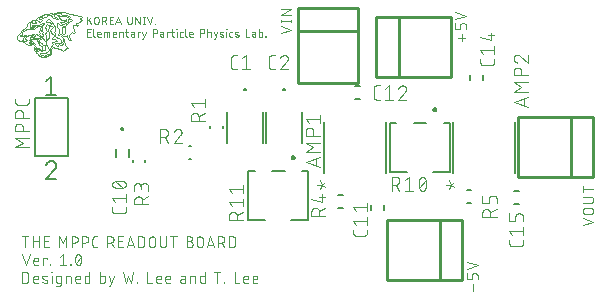
<source format=gbr>
G04 EAGLE Gerber RS-274X export*
G75*
%MOMM*%
%FSLAX34Y34*%
%LPD*%
%INSilkscreen Top*%
%IPPOS*%
%AMOC8*
5,1,8,0,0,1.08239X$1,22.5*%
G01*
%ADD10C,0.076200*%
%ADD11C,0.050800*%
%ADD12C,0.100000*%
%ADD13C,0.152400*%
%ADD14C,0.203200*%
%ADD15C,0.127000*%
%ADD16C,0.101600*%
%ADD17C,0.254000*%


D10*
X115947Y690381D02*
X115947Y699619D01*
X113381Y699619D02*
X118513Y699619D01*
X122081Y699619D02*
X122081Y690381D01*
X122081Y695513D02*
X127213Y695513D01*
X127213Y699619D02*
X127213Y690381D01*
X131698Y690381D02*
X135804Y690381D01*
X131698Y690381D02*
X131698Y699619D01*
X135804Y699619D01*
X134778Y695513D02*
X131698Y695513D01*
X144368Y699619D02*
X144368Y690381D01*
X147447Y694487D02*
X144368Y699619D01*
X147447Y694487D02*
X150526Y699619D01*
X150526Y690381D01*
X155211Y690381D02*
X155211Y699619D01*
X157777Y699619D01*
X157876Y699617D01*
X157976Y699611D01*
X158075Y699602D01*
X158173Y699588D01*
X158271Y699571D01*
X158369Y699550D01*
X158465Y699525D01*
X158560Y699496D01*
X158655Y699464D01*
X158747Y699428D01*
X158839Y699389D01*
X158929Y699346D01*
X159017Y699300D01*
X159103Y699250D01*
X159187Y699197D01*
X159269Y699141D01*
X159349Y699081D01*
X159426Y699019D01*
X159501Y698953D01*
X159574Y698885D01*
X159643Y698814D01*
X159710Y698740D01*
X159774Y698664D01*
X159835Y698585D01*
X159893Y698504D01*
X159948Y698421D01*
X159999Y698336D01*
X160047Y698249D01*
X160092Y698160D01*
X160133Y698069D01*
X160171Y697977D01*
X160205Y697884D01*
X160235Y697789D01*
X160262Y697693D01*
X160285Y697596D01*
X160304Y697499D01*
X160319Y697400D01*
X160331Y697301D01*
X160339Y697202D01*
X160343Y697103D01*
X160343Y697003D01*
X160339Y696904D01*
X160331Y696805D01*
X160319Y696706D01*
X160304Y696607D01*
X160285Y696510D01*
X160262Y696413D01*
X160235Y696317D01*
X160205Y696222D01*
X160171Y696129D01*
X160133Y696037D01*
X160092Y695946D01*
X160047Y695857D01*
X159999Y695770D01*
X159948Y695685D01*
X159893Y695602D01*
X159835Y695521D01*
X159774Y695442D01*
X159710Y695366D01*
X159643Y695292D01*
X159574Y695221D01*
X159501Y695153D01*
X159426Y695087D01*
X159349Y695025D01*
X159269Y694965D01*
X159187Y694909D01*
X159103Y694856D01*
X159017Y694806D01*
X158929Y694760D01*
X158839Y694717D01*
X158747Y694678D01*
X158655Y694642D01*
X158560Y694610D01*
X158465Y694581D01*
X158369Y694556D01*
X158271Y694535D01*
X158173Y694518D01*
X158075Y694504D01*
X157976Y694495D01*
X157876Y694489D01*
X157777Y694487D01*
X155211Y694487D01*
X164211Y690381D02*
X164211Y699619D01*
X166777Y699619D01*
X166876Y699617D01*
X166976Y699611D01*
X167075Y699602D01*
X167173Y699588D01*
X167271Y699571D01*
X167369Y699550D01*
X167465Y699525D01*
X167560Y699496D01*
X167655Y699464D01*
X167747Y699428D01*
X167839Y699389D01*
X167929Y699346D01*
X168017Y699300D01*
X168103Y699250D01*
X168187Y699197D01*
X168269Y699141D01*
X168349Y699081D01*
X168426Y699019D01*
X168501Y698953D01*
X168574Y698885D01*
X168643Y698814D01*
X168710Y698740D01*
X168774Y698664D01*
X168835Y698585D01*
X168893Y698504D01*
X168948Y698421D01*
X168999Y698336D01*
X169047Y698249D01*
X169092Y698160D01*
X169133Y698069D01*
X169171Y697977D01*
X169205Y697884D01*
X169235Y697789D01*
X169262Y697693D01*
X169285Y697596D01*
X169304Y697499D01*
X169319Y697400D01*
X169331Y697301D01*
X169339Y697202D01*
X169343Y697103D01*
X169343Y697003D01*
X169339Y696904D01*
X169331Y696805D01*
X169319Y696706D01*
X169304Y696607D01*
X169285Y696510D01*
X169262Y696413D01*
X169235Y696317D01*
X169205Y696222D01*
X169171Y696129D01*
X169133Y696037D01*
X169092Y695946D01*
X169047Y695857D01*
X168999Y695770D01*
X168948Y695685D01*
X168893Y695602D01*
X168835Y695521D01*
X168774Y695442D01*
X168710Y695366D01*
X168643Y695292D01*
X168574Y695221D01*
X168501Y695153D01*
X168426Y695087D01*
X168349Y695025D01*
X168269Y694965D01*
X168187Y694909D01*
X168103Y694856D01*
X168017Y694806D01*
X167929Y694760D01*
X167839Y694717D01*
X167747Y694678D01*
X167655Y694642D01*
X167560Y694610D01*
X167465Y694581D01*
X167369Y694556D01*
X167271Y694535D01*
X167173Y694518D01*
X167075Y694504D01*
X166976Y694495D01*
X166876Y694489D01*
X166777Y694487D01*
X164211Y694487D01*
X174808Y690381D02*
X176861Y690381D01*
X174808Y690381D02*
X174718Y690383D01*
X174629Y690389D01*
X174540Y690399D01*
X174452Y690412D01*
X174364Y690430D01*
X174277Y690451D01*
X174191Y690476D01*
X174106Y690505D01*
X174022Y690537D01*
X173940Y690573D01*
X173860Y690613D01*
X173782Y690656D01*
X173705Y690703D01*
X173630Y690752D01*
X173558Y690805D01*
X173488Y690861D01*
X173421Y690920D01*
X173356Y690982D01*
X173294Y691047D01*
X173235Y691114D01*
X173179Y691184D01*
X173126Y691256D01*
X173077Y691331D01*
X173030Y691408D01*
X172987Y691486D01*
X172947Y691566D01*
X172911Y691648D01*
X172879Y691732D01*
X172850Y691817D01*
X172825Y691903D01*
X172804Y691990D01*
X172786Y692078D01*
X172773Y692166D01*
X172763Y692255D01*
X172757Y692344D01*
X172755Y692434D01*
X172755Y697566D01*
X172757Y697656D01*
X172763Y697745D01*
X172773Y697834D01*
X172786Y697922D01*
X172804Y698010D01*
X172825Y698097D01*
X172850Y698183D01*
X172879Y698268D01*
X172911Y698352D01*
X172947Y698434D01*
X172987Y698514D01*
X173030Y698592D01*
X173077Y698669D01*
X173126Y698744D01*
X173179Y698816D01*
X173235Y698886D01*
X173294Y698953D01*
X173356Y699018D01*
X173421Y699080D01*
X173488Y699139D01*
X173558Y699195D01*
X173630Y699248D01*
X173705Y699297D01*
X173781Y699344D01*
X173860Y699387D01*
X173940Y699427D01*
X174022Y699463D01*
X174106Y699495D01*
X174191Y699524D01*
X174277Y699549D01*
X174364Y699570D01*
X174451Y699588D01*
X174540Y699601D01*
X174629Y699611D01*
X174718Y699617D01*
X174808Y699619D01*
X176861Y699619D01*
X185437Y699619D02*
X185437Y690381D01*
X185437Y699619D02*
X188003Y699619D01*
X188102Y699617D01*
X188202Y699611D01*
X188301Y699602D01*
X188399Y699588D01*
X188497Y699571D01*
X188595Y699550D01*
X188691Y699525D01*
X188786Y699496D01*
X188881Y699464D01*
X188973Y699428D01*
X189065Y699389D01*
X189155Y699346D01*
X189243Y699300D01*
X189329Y699250D01*
X189413Y699197D01*
X189495Y699141D01*
X189575Y699081D01*
X189652Y699019D01*
X189727Y698953D01*
X189800Y698885D01*
X189869Y698814D01*
X189936Y698740D01*
X190000Y698664D01*
X190061Y698585D01*
X190119Y698504D01*
X190174Y698421D01*
X190225Y698336D01*
X190273Y698249D01*
X190318Y698160D01*
X190359Y698069D01*
X190397Y697977D01*
X190431Y697884D01*
X190461Y697789D01*
X190488Y697693D01*
X190511Y697596D01*
X190530Y697499D01*
X190545Y697400D01*
X190557Y697301D01*
X190565Y697202D01*
X190569Y697103D01*
X190569Y697003D01*
X190565Y696904D01*
X190557Y696805D01*
X190545Y696706D01*
X190530Y696607D01*
X190511Y696510D01*
X190488Y696413D01*
X190461Y696317D01*
X190431Y696222D01*
X190397Y696129D01*
X190359Y696037D01*
X190318Y695946D01*
X190273Y695857D01*
X190225Y695770D01*
X190174Y695685D01*
X190119Y695602D01*
X190061Y695521D01*
X190000Y695442D01*
X189936Y695366D01*
X189869Y695292D01*
X189800Y695221D01*
X189727Y695153D01*
X189652Y695087D01*
X189575Y695025D01*
X189495Y694965D01*
X189413Y694909D01*
X189329Y694856D01*
X189243Y694806D01*
X189155Y694760D01*
X189065Y694717D01*
X188973Y694678D01*
X188881Y694642D01*
X188786Y694610D01*
X188691Y694581D01*
X188595Y694556D01*
X188497Y694535D01*
X188399Y694518D01*
X188301Y694504D01*
X188202Y694495D01*
X188102Y694489D01*
X188003Y694487D01*
X185437Y694487D01*
X188517Y694487D02*
X190570Y690381D01*
X194698Y690381D02*
X198804Y690381D01*
X194698Y690381D02*
X194698Y699619D01*
X198804Y699619D01*
X197777Y695513D02*
X194698Y695513D01*
X201668Y690381D02*
X204747Y699619D01*
X207826Y690381D01*
X207056Y692691D02*
X202437Y692691D01*
X211481Y690381D02*
X211481Y699619D01*
X214047Y699619D01*
X214145Y699617D01*
X214243Y699611D01*
X214341Y699602D01*
X214439Y699589D01*
X214536Y699572D01*
X214632Y699552D01*
X214727Y699527D01*
X214821Y699499D01*
X214914Y699468D01*
X215006Y699433D01*
X215097Y699394D01*
X215186Y699353D01*
X215273Y699307D01*
X215358Y699259D01*
X215442Y699207D01*
X215523Y699152D01*
X215603Y699094D01*
X215680Y699033D01*
X215754Y698969D01*
X215826Y698902D01*
X215896Y698832D01*
X215963Y698760D01*
X216027Y698686D01*
X216088Y698609D01*
X216146Y698529D01*
X216201Y698448D01*
X216253Y698364D01*
X216301Y698279D01*
X216347Y698192D01*
X216388Y698103D01*
X216427Y698012D01*
X216462Y697920D01*
X216493Y697827D01*
X216521Y697733D01*
X216546Y697638D01*
X216566Y697542D01*
X216583Y697445D01*
X216596Y697347D01*
X216605Y697249D01*
X216611Y697151D01*
X216613Y697053D01*
X216613Y692947D01*
X216611Y692849D01*
X216605Y692751D01*
X216596Y692653D01*
X216583Y692555D01*
X216566Y692458D01*
X216546Y692362D01*
X216521Y692267D01*
X216493Y692173D01*
X216462Y692080D01*
X216427Y691988D01*
X216388Y691897D01*
X216347Y691808D01*
X216301Y691721D01*
X216253Y691636D01*
X216201Y691552D01*
X216146Y691471D01*
X216088Y691391D01*
X216027Y691314D01*
X215963Y691240D01*
X215896Y691168D01*
X215826Y691098D01*
X215754Y691031D01*
X215680Y690967D01*
X215603Y690906D01*
X215523Y690848D01*
X215442Y690793D01*
X215358Y690741D01*
X215273Y690693D01*
X215186Y690647D01*
X215097Y690606D01*
X215006Y690567D01*
X214914Y690532D01*
X214821Y690501D01*
X214727Y690473D01*
X214632Y690448D01*
X214536Y690428D01*
X214439Y690411D01*
X214341Y690398D01*
X214243Y690389D01*
X214145Y690383D01*
X214047Y690381D01*
X211481Y690381D01*
X220781Y692947D02*
X220781Y697053D01*
X220783Y697152D01*
X220789Y697252D01*
X220798Y697351D01*
X220812Y697449D01*
X220829Y697547D01*
X220850Y697645D01*
X220875Y697741D01*
X220904Y697836D01*
X220936Y697931D01*
X220972Y698023D01*
X221011Y698115D01*
X221054Y698205D01*
X221100Y698293D01*
X221150Y698379D01*
X221203Y698463D01*
X221259Y698545D01*
X221319Y698625D01*
X221381Y698702D01*
X221447Y698777D01*
X221515Y698850D01*
X221586Y698919D01*
X221660Y698986D01*
X221736Y699050D01*
X221815Y699111D01*
X221896Y699169D01*
X221979Y699224D01*
X222064Y699275D01*
X222151Y699323D01*
X222240Y699368D01*
X222331Y699409D01*
X222423Y699447D01*
X222516Y699481D01*
X222611Y699511D01*
X222707Y699538D01*
X222804Y699561D01*
X222901Y699580D01*
X223000Y699595D01*
X223099Y699607D01*
X223198Y699615D01*
X223297Y699619D01*
X223397Y699619D01*
X223496Y699615D01*
X223595Y699607D01*
X223694Y699595D01*
X223793Y699580D01*
X223890Y699561D01*
X223987Y699538D01*
X224083Y699511D01*
X224178Y699481D01*
X224271Y699447D01*
X224363Y699409D01*
X224454Y699368D01*
X224543Y699323D01*
X224630Y699275D01*
X224715Y699224D01*
X224798Y699169D01*
X224879Y699111D01*
X224958Y699050D01*
X225034Y698986D01*
X225108Y698919D01*
X225179Y698850D01*
X225247Y698777D01*
X225313Y698702D01*
X225375Y698625D01*
X225435Y698545D01*
X225491Y698463D01*
X225544Y698379D01*
X225594Y698293D01*
X225640Y698205D01*
X225683Y698115D01*
X225722Y698023D01*
X225758Y697931D01*
X225790Y697836D01*
X225819Y697741D01*
X225844Y697645D01*
X225865Y697547D01*
X225882Y697449D01*
X225896Y697351D01*
X225905Y697252D01*
X225911Y697152D01*
X225913Y697053D01*
X225913Y692947D01*
X225911Y692848D01*
X225905Y692748D01*
X225896Y692649D01*
X225882Y692551D01*
X225865Y692453D01*
X225844Y692355D01*
X225819Y692259D01*
X225790Y692164D01*
X225758Y692069D01*
X225722Y691977D01*
X225683Y691885D01*
X225640Y691795D01*
X225594Y691707D01*
X225544Y691621D01*
X225491Y691537D01*
X225435Y691455D01*
X225375Y691375D01*
X225313Y691298D01*
X225247Y691223D01*
X225179Y691150D01*
X225108Y691081D01*
X225034Y691014D01*
X224958Y690950D01*
X224879Y690889D01*
X224798Y690831D01*
X224715Y690776D01*
X224630Y690725D01*
X224543Y690677D01*
X224454Y690632D01*
X224363Y690591D01*
X224271Y690553D01*
X224178Y690519D01*
X224083Y690489D01*
X223987Y690462D01*
X223890Y690439D01*
X223793Y690420D01*
X223694Y690405D01*
X223595Y690393D01*
X223496Y690385D01*
X223397Y690381D01*
X223297Y690381D01*
X223198Y690385D01*
X223099Y690393D01*
X223000Y690405D01*
X222901Y690420D01*
X222804Y690439D01*
X222707Y690462D01*
X222611Y690489D01*
X222516Y690519D01*
X222423Y690553D01*
X222331Y690591D01*
X222240Y690632D01*
X222151Y690677D01*
X222064Y690725D01*
X221979Y690776D01*
X221896Y690831D01*
X221815Y690889D01*
X221736Y690950D01*
X221660Y691014D01*
X221586Y691081D01*
X221515Y691150D01*
X221447Y691223D01*
X221381Y691298D01*
X221319Y691375D01*
X221259Y691455D01*
X221203Y691537D01*
X221150Y691621D01*
X221100Y691707D01*
X221054Y691795D01*
X221011Y691885D01*
X220972Y691977D01*
X220936Y692069D01*
X220904Y692164D01*
X220875Y692259D01*
X220850Y692355D01*
X220829Y692453D01*
X220812Y692551D01*
X220798Y692649D01*
X220789Y692748D01*
X220783Y692848D01*
X220781Y692947D01*
X230081Y692947D02*
X230081Y699619D01*
X230081Y692947D02*
X230083Y692848D01*
X230089Y692748D01*
X230098Y692649D01*
X230112Y692551D01*
X230129Y692453D01*
X230150Y692355D01*
X230175Y692259D01*
X230204Y692164D01*
X230236Y692069D01*
X230272Y691977D01*
X230311Y691885D01*
X230354Y691795D01*
X230400Y691707D01*
X230450Y691621D01*
X230503Y691537D01*
X230559Y691455D01*
X230619Y691375D01*
X230681Y691298D01*
X230747Y691223D01*
X230815Y691150D01*
X230886Y691081D01*
X230960Y691014D01*
X231036Y690950D01*
X231115Y690889D01*
X231196Y690831D01*
X231279Y690776D01*
X231364Y690725D01*
X231451Y690677D01*
X231540Y690632D01*
X231631Y690591D01*
X231723Y690553D01*
X231816Y690519D01*
X231911Y690489D01*
X232007Y690462D01*
X232104Y690439D01*
X232201Y690420D01*
X232300Y690405D01*
X232399Y690393D01*
X232498Y690385D01*
X232597Y690381D01*
X232697Y690381D01*
X232796Y690385D01*
X232895Y690393D01*
X232994Y690405D01*
X233093Y690420D01*
X233190Y690439D01*
X233287Y690462D01*
X233383Y690489D01*
X233478Y690519D01*
X233571Y690553D01*
X233663Y690591D01*
X233754Y690632D01*
X233843Y690677D01*
X233930Y690725D01*
X234015Y690776D01*
X234098Y690831D01*
X234179Y690889D01*
X234258Y690950D01*
X234334Y691014D01*
X234408Y691081D01*
X234479Y691150D01*
X234547Y691223D01*
X234613Y691298D01*
X234675Y691375D01*
X234735Y691455D01*
X234791Y691537D01*
X234844Y691621D01*
X234894Y691707D01*
X234940Y691795D01*
X234983Y691885D01*
X235022Y691977D01*
X235058Y692069D01*
X235090Y692164D01*
X235119Y692259D01*
X235144Y692355D01*
X235165Y692453D01*
X235182Y692551D01*
X235196Y692649D01*
X235205Y692748D01*
X235211Y692848D01*
X235213Y692947D01*
X235213Y699619D01*
X241347Y699619D02*
X241347Y690381D01*
X238781Y699619D02*
X243913Y699619D01*
X252411Y695513D02*
X254977Y695513D01*
X255076Y695511D01*
X255176Y695505D01*
X255275Y695496D01*
X255373Y695482D01*
X255471Y695465D01*
X255569Y695444D01*
X255665Y695419D01*
X255760Y695390D01*
X255855Y695358D01*
X255947Y695322D01*
X256039Y695283D01*
X256129Y695240D01*
X256217Y695194D01*
X256303Y695144D01*
X256387Y695091D01*
X256469Y695035D01*
X256549Y694975D01*
X256626Y694913D01*
X256701Y694847D01*
X256774Y694779D01*
X256843Y694708D01*
X256910Y694634D01*
X256974Y694558D01*
X257035Y694479D01*
X257093Y694398D01*
X257148Y694315D01*
X257199Y694230D01*
X257247Y694143D01*
X257292Y694054D01*
X257333Y693963D01*
X257371Y693871D01*
X257405Y693778D01*
X257435Y693683D01*
X257462Y693587D01*
X257485Y693490D01*
X257504Y693393D01*
X257519Y693294D01*
X257531Y693195D01*
X257539Y693096D01*
X257543Y692997D01*
X257543Y692897D01*
X257539Y692798D01*
X257531Y692699D01*
X257519Y692600D01*
X257504Y692501D01*
X257485Y692404D01*
X257462Y692307D01*
X257435Y692211D01*
X257405Y692116D01*
X257371Y692023D01*
X257333Y691931D01*
X257292Y691840D01*
X257247Y691751D01*
X257199Y691664D01*
X257148Y691579D01*
X257093Y691496D01*
X257035Y691415D01*
X256974Y691336D01*
X256910Y691260D01*
X256843Y691186D01*
X256774Y691115D01*
X256701Y691047D01*
X256626Y690981D01*
X256549Y690919D01*
X256469Y690859D01*
X256387Y690803D01*
X256303Y690750D01*
X256217Y690700D01*
X256129Y690654D01*
X256039Y690611D01*
X255947Y690572D01*
X255855Y690536D01*
X255760Y690504D01*
X255665Y690475D01*
X255569Y690450D01*
X255471Y690429D01*
X255373Y690412D01*
X255275Y690398D01*
X255176Y690389D01*
X255076Y690383D01*
X254977Y690381D01*
X252411Y690381D01*
X252411Y699619D01*
X254977Y699619D01*
X255067Y699617D01*
X255156Y699611D01*
X255245Y699601D01*
X255333Y699588D01*
X255421Y699570D01*
X255508Y699549D01*
X255594Y699524D01*
X255679Y699495D01*
X255763Y699463D01*
X255845Y699427D01*
X255925Y699387D01*
X256004Y699344D01*
X256080Y699297D01*
X256155Y699248D01*
X256227Y699195D01*
X256297Y699139D01*
X256364Y699080D01*
X256429Y699018D01*
X256491Y698953D01*
X256550Y698886D01*
X256606Y698816D01*
X256659Y698744D01*
X256708Y698669D01*
X256755Y698593D01*
X256798Y698514D01*
X256838Y698434D01*
X256874Y698352D01*
X256906Y698268D01*
X256935Y698183D01*
X256960Y698097D01*
X256981Y698010D01*
X256999Y697922D01*
X257012Y697834D01*
X257022Y697745D01*
X257028Y697656D01*
X257030Y697566D01*
X257028Y697476D01*
X257022Y697387D01*
X257012Y697298D01*
X256999Y697210D01*
X256981Y697122D01*
X256960Y697035D01*
X256935Y696949D01*
X256906Y696864D01*
X256874Y696780D01*
X256838Y696698D01*
X256798Y696618D01*
X256755Y696540D01*
X256708Y696463D01*
X256659Y696388D01*
X256606Y696316D01*
X256550Y696246D01*
X256491Y696179D01*
X256429Y696114D01*
X256364Y696052D01*
X256297Y695993D01*
X256227Y695937D01*
X256155Y695884D01*
X256080Y695835D01*
X256004Y695788D01*
X255925Y695745D01*
X255845Y695705D01*
X255763Y695669D01*
X255679Y695637D01*
X255594Y695608D01*
X255508Y695583D01*
X255421Y695562D01*
X255333Y695544D01*
X255245Y695531D01*
X255156Y695521D01*
X255067Y695515D01*
X254977Y695513D01*
X260981Y697053D02*
X260981Y692947D01*
X260981Y697053D02*
X260983Y697152D01*
X260989Y697252D01*
X260998Y697351D01*
X261012Y697449D01*
X261029Y697547D01*
X261050Y697645D01*
X261075Y697741D01*
X261104Y697836D01*
X261136Y697931D01*
X261172Y698023D01*
X261211Y698115D01*
X261254Y698205D01*
X261300Y698293D01*
X261350Y698379D01*
X261403Y698463D01*
X261459Y698545D01*
X261519Y698625D01*
X261581Y698702D01*
X261647Y698777D01*
X261715Y698850D01*
X261786Y698919D01*
X261860Y698986D01*
X261936Y699050D01*
X262015Y699111D01*
X262096Y699169D01*
X262179Y699224D01*
X262264Y699275D01*
X262351Y699323D01*
X262440Y699368D01*
X262531Y699409D01*
X262623Y699447D01*
X262716Y699481D01*
X262811Y699511D01*
X262907Y699538D01*
X263004Y699561D01*
X263101Y699580D01*
X263200Y699595D01*
X263299Y699607D01*
X263398Y699615D01*
X263497Y699619D01*
X263597Y699619D01*
X263696Y699615D01*
X263795Y699607D01*
X263894Y699595D01*
X263993Y699580D01*
X264090Y699561D01*
X264187Y699538D01*
X264283Y699511D01*
X264378Y699481D01*
X264471Y699447D01*
X264563Y699409D01*
X264654Y699368D01*
X264743Y699323D01*
X264830Y699275D01*
X264915Y699224D01*
X264998Y699169D01*
X265079Y699111D01*
X265158Y699050D01*
X265234Y698986D01*
X265308Y698919D01*
X265379Y698850D01*
X265447Y698777D01*
X265513Y698702D01*
X265575Y698625D01*
X265635Y698545D01*
X265691Y698463D01*
X265744Y698379D01*
X265794Y698293D01*
X265840Y698205D01*
X265883Y698115D01*
X265922Y698023D01*
X265958Y697931D01*
X265990Y697836D01*
X266019Y697741D01*
X266044Y697645D01*
X266065Y697547D01*
X266082Y697449D01*
X266096Y697351D01*
X266105Y697252D01*
X266111Y697152D01*
X266113Y697053D01*
X266113Y692947D01*
X266111Y692848D01*
X266105Y692748D01*
X266096Y692649D01*
X266082Y692551D01*
X266065Y692453D01*
X266044Y692355D01*
X266019Y692259D01*
X265990Y692164D01*
X265958Y692069D01*
X265922Y691977D01*
X265883Y691885D01*
X265840Y691795D01*
X265794Y691707D01*
X265744Y691621D01*
X265691Y691537D01*
X265635Y691455D01*
X265575Y691375D01*
X265513Y691298D01*
X265447Y691223D01*
X265379Y691150D01*
X265308Y691081D01*
X265234Y691014D01*
X265158Y690950D01*
X265079Y690889D01*
X264998Y690831D01*
X264915Y690776D01*
X264830Y690725D01*
X264743Y690677D01*
X264654Y690632D01*
X264563Y690591D01*
X264471Y690553D01*
X264378Y690519D01*
X264283Y690489D01*
X264187Y690462D01*
X264090Y690439D01*
X263993Y690420D01*
X263894Y690405D01*
X263795Y690393D01*
X263696Y690385D01*
X263597Y690381D01*
X263497Y690381D01*
X263398Y690385D01*
X263299Y690393D01*
X263200Y690405D01*
X263101Y690420D01*
X263004Y690439D01*
X262907Y690462D01*
X262811Y690489D01*
X262716Y690519D01*
X262623Y690553D01*
X262531Y690591D01*
X262440Y690632D01*
X262351Y690677D01*
X262264Y690725D01*
X262179Y690776D01*
X262096Y690831D01*
X262015Y690889D01*
X261936Y690950D01*
X261860Y691014D01*
X261786Y691081D01*
X261715Y691150D01*
X261647Y691223D01*
X261581Y691298D01*
X261519Y691375D01*
X261459Y691455D01*
X261403Y691537D01*
X261350Y691621D01*
X261300Y691707D01*
X261254Y691795D01*
X261211Y691885D01*
X261172Y691977D01*
X261136Y692069D01*
X261104Y692164D01*
X261075Y692259D01*
X261050Y692355D01*
X261029Y692453D01*
X261012Y692551D01*
X260998Y692649D01*
X260989Y692748D01*
X260983Y692848D01*
X260981Y692947D01*
X269467Y690381D02*
X272547Y699619D01*
X275626Y690381D01*
X274856Y692691D02*
X270237Y692691D01*
X279337Y690381D02*
X279337Y699619D01*
X281903Y699619D01*
X282002Y699617D01*
X282102Y699611D01*
X282201Y699602D01*
X282299Y699588D01*
X282397Y699571D01*
X282495Y699550D01*
X282591Y699525D01*
X282686Y699496D01*
X282781Y699464D01*
X282873Y699428D01*
X282965Y699389D01*
X283055Y699346D01*
X283143Y699300D01*
X283229Y699250D01*
X283313Y699197D01*
X283395Y699141D01*
X283475Y699081D01*
X283552Y699019D01*
X283627Y698953D01*
X283700Y698885D01*
X283769Y698814D01*
X283836Y698740D01*
X283900Y698664D01*
X283961Y698585D01*
X284019Y698504D01*
X284074Y698421D01*
X284125Y698336D01*
X284173Y698249D01*
X284218Y698160D01*
X284259Y698069D01*
X284297Y697977D01*
X284331Y697884D01*
X284361Y697789D01*
X284388Y697693D01*
X284411Y697596D01*
X284430Y697499D01*
X284445Y697400D01*
X284457Y697301D01*
X284465Y697202D01*
X284469Y697103D01*
X284469Y697003D01*
X284465Y696904D01*
X284457Y696805D01*
X284445Y696706D01*
X284430Y696607D01*
X284411Y696510D01*
X284388Y696413D01*
X284361Y696317D01*
X284331Y696222D01*
X284297Y696129D01*
X284259Y696037D01*
X284218Y695946D01*
X284173Y695857D01*
X284125Y695770D01*
X284074Y695685D01*
X284019Y695602D01*
X283961Y695521D01*
X283900Y695442D01*
X283836Y695366D01*
X283769Y695292D01*
X283700Y695221D01*
X283627Y695153D01*
X283552Y695087D01*
X283475Y695025D01*
X283395Y694965D01*
X283313Y694909D01*
X283229Y694856D01*
X283143Y694806D01*
X283055Y694760D01*
X282965Y694717D01*
X282873Y694678D01*
X282781Y694642D01*
X282686Y694610D01*
X282591Y694581D01*
X282495Y694556D01*
X282397Y694535D01*
X282299Y694518D01*
X282201Y694504D01*
X282102Y694495D01*
X282002Y694489D01*
X281903Y694487D01*
X279337Y694487D01*
X282416Y694487D02*
X284469Y690381D01*
X288580Y690381D02*
X288580Y699619D01*
X291147Y699619D01*
X291245Y699617D01*
X291343Y699611D01*
X291441Y699602D01*
X291539Y699589D01*
X291636Y699572D01*
X291732Y699552D01*
X291827Y699527D01*
X291921Y699499D01*
X292014Y699468D01*
X292106Y699433D01*
X292197Y699394D01*
X292286Y699353D01*
X292373Y699307D01*
X292458Y699259D01*
X292542Y699207D01*
X292623Y699152D01*
X292703Y699094D01*
X292780Y699033D01*
X292854Y698969D01*
X292926Y698902D01*
X292996Y698832D01*
X293063Y698760D01*
X293127Y698686D01*
X293188Y698609D01*
X293246Y698529D01*
X293301Y698448D01*
X293353Y698364D01*
X293401Y698279D01*
X293447Y698192D01*
X293488Y698103D01*
X293527Y698012D01*
X293562Y697920D01*
X293593Y697827D01*
X293621Y697733D01*
X293646Y697638D01*
X293666Y697542D01*
X293683Y697445D01*
X293696Y697347D01*
X293705Y697249D01*
X293711Y697151D01*
X293713Y697053D01*
X293713Y692947D01*
X293711Y692849D01*
X293705Y692751D01*
X293696Y692653D01*
X293683Y692555D01*
X293666Y692458D01*
X293646Y692362D01*
X293621Y692267D01*
X293593Y692173D01*
X293562Y692080D01*
X293527Y691988D01*
X293488Y691897D01*
X293447Y691808D01*
X293401Y691721D01*
X293353Y691636D01*
X293301Y691552D01*
X293246Y691471D01*
X293188Y691391D01*
X293127Y691314D01*
X293063Y691240D01*
X292996Y691168D01*
X292926Y691098D01*
X292854Y691031D01*
X292780Y690967D01*
X292703Y690906D01*
X292623Y690848D01*
X292542Y690793D01*
X292458Y690741D01*
X292373Y690693D01*
X292286Y690647D01*
X292197Y690606D01*
X292106Y690567D01*
X292014Y690532D01*
X291921Y690501D01*
X291827Y690473D01*
X291732Y690448D01*
X291636Y690428D01*
X291539Y690411D01*
X291441Y690398D01*
X291343Y690389D01*
X291245Y690383D01*
X291147Y690381D01*
X288580Y690381D01*
X116460Y675381D02*
X113381Y684619D01*
X119540Y684619D02*
X116460Y675381D01*
X124347Y675381D02*
X126913Y675381D01*
X124347Y675381D02*
X124271Y675383D01*
X124196Y675388D01*
X124121Y675398D01*
X124047Y675411D01*
X123973Y675427D01*
X123900Y675447D01*
X123828Y675471D01*
X123758Y675498D01*
X123689Y675529D01*
X123621Y675563D01*
X123555Y675600D01*
X123491Y675641D01*
X123430Y675684D01*
X123370Y675731D01*
X123313Y675780D01*
X123258Y675832D01*
X123206Y675887D01*
X123157Y675944D01*
X123110Y676004D01*
X123067Y676065D01*
X123026Y676129D01*
X122989Y676195D01*
X122955Y676263D01*
X122924Y676332D01*
X122897Y676402D01*
X122873Y676474D01*
X122853Y676547D01*
X122837Y676621D01*
X122824Y676695D01*
X122814Y676770D01*
X122809Y676845D01*
X122807Y676921D01*
X122807Y679487D01*
X122809Y679577D01*
X122815Y679666D01*
X122825Y679755D01*
X122838Y679843D01*
X122856Y679931D01*
X122877Y680018D01*
X122902Y680104D01*
X122931Y680189D01*
X122963Y680273D01*
X122999Y680355D01*
X123039Y680435D01*
X123082Y680514D01*
X123129Y680590D01*
X123178Y680665D01*
X123231Y680737D01*
X123287Y680807D01*
X123346Y680874D01*
X123408Y680939D01*
X123473Y681001D01*
X123540Y681060D01*
X123610Y681116D01*
X123682Y681169D01*
X123757Y681218D01*
X123834Y681265D01*
X123912Y681308D01*
X123992Y681348D01*
X124074Y681384D01*
X124158Y681416D01*
X124243Y681445D01*
X124329Y681470D01*
X124416Y681491D01*
X124504Y681509D01*
X124592Y681522D01*
X124681Y681532D01*
X124770Y681538D01*
X124860Y681540D01*
X124950Y681538D01*
X125039Y681532D01*
X125128Y681522D01*
X125216Y681509D01*
X125304Y681491D01*
X125391Y681470D01*
X125477Y681445D01*
X125562Y681416D01*
X125646Y681384D01*
X125728Y681348D01*
X125808Y681308D01*
X125887Y681265D01*
X125963Y681218D01*
X126038Y681169D01*
X126110Y681116D01*
X126180Y681060D01*
X126247Y681001D01*
X126312Y680939D01*
X126374Y680874D01*
X126433Y680807D01*
X126489Y680737D01*
X126542Y680665D01*
X126591Y680590D01*
X126638Y680514D01*
X126681Y680435D01*
X126721Y680355D01*
X126757Y680273D01*
X126789Y680189D01*
X126818Y680104D01*
X126843Y680018D01*
X126864Y679931D01*
X126882Y679843D01*
X126895Y679755D01*
X126905Y679666D01*
X126911Y679577D01*
X126913Y679487D01*
X126913Y678460D01*
X122807Y678460D01*
X130958Y675381D02*
X130958Y681540D01*
X134038Y681540D01*
X134038Y680513D01*
X136604Y675894D02*
X136604Y675381D01*
X136604Y675894D02*
X137117Y675894D01*
X137117Y675381D01*
X136604Y675381D01*
X145394Y682566D02*
X147960Y684619D01*
X147960Y675381D01*
X145394Y675381D02*
X150526Y675381D01*
X154004Y675381D02*
X154004Y675894D01*
X154517Y675894D01*
X154517Y675381D01*
X154004Y675381D01*
X157994Y680000D02*
X157996Y680182D01*
X158003Y680363D01*
X158014Y680545D01*
X158029Y680726D01*
X158048Y680907D01*
X158072Y681087D01*
X158100Y681266D01*
X158132Y681445D01*
X158169Y681623D01*
X158210Y681800D01*
X158255Y681976D01*
X158304Y682151D01*
X158358Y682325D01*
X158415Y682497D01*
X158477Y682668D01*
X158543Y682838D01*
X158612Y683006D01*
X158686Y683172D01*
X158764Y683336D01*
X158793Y683415D01*
X158825Y683492D01*
X158861Y683569D01*
X158900Y683643D01*
X158943Y683716D01*
X158989Y683786D01*
X159037Y683855D01*
X159089Y683921D01*
X159144Y683985D01*
X159201Y684047D01*
X159261Y684105D01*
X159324Y684162D01*
X159389Y684215D01*
X159456Y684265D01*
X159526Y684313D01*
X159597Y684357D01*
X159671Y684398D01*
X159746Y684436D01*
X159823Y684470D01*
X159901Y684501D01*
X159980Y684528D01*
X160061Y684552D01*
X160143Y684573D01*
X160225Y684589D01*
X160308Y684602D01*
X160392Y684612D01*
X160476Y684617D01*
X160560Y684619D01*
X160644Y684617D01*
X160728Y684612D01*
X160812Y684602D01*
X160895Y684589D01*
X160977Y684573D01*
X161059Y684552D01*
X161140Y684528D01*
X161219Y684501D01*
X161297Y684470D01*
X161374Y684436D01*
X161449Y684398D01*
X161523Y684357D01*
X161594Y684313D01*
X161664Y684265D01*
X161731Y684215D01*
X161796Y684162D01*
X161859Y684105D01*
X161919Y684046D01*
X161976Y683985D01*
X162031Y683921D01*
X162083Y683855D01*
X162131Y683786D01*
X162177Y683716D01*
X162220Y683643D01*
X162259Y683568D01*
X162295Y683492D01*
X162327Y683415D01*
X162356Y683336D01*
X162357Y683336D02*
X162435Y683172D01*
X162509Y683006D01*
X162578Y682838D01*
X162644Y682668D01*
X162706Y682497D01*
X162763Y682325D01*
X162817Y682151D01*
X162866Y681976D01*
X162911Y681800D01*
X162952Y681623D01*
X162989Y681445D01*
X163021Y681266D01*
X163049Y681087D01*
X163073Y680907D01*
X163092Y680726D01*
X163107Y680545D01*
X163118Y680363D01*
X163125Y680182D01*
X163127Y680000D01*
X157994Y680000D02*
X157996Y679818D01*
X158003Y679637D01*
X158014Y679455D01*
X158029Y679274D01*
X158048Y679093D01*
X158072Y678913D01*
X158100Y678734D01*
X158132Y678555D01*
X158169Y678377D01*
X158210Y678200D01*
X158255Y678024D01*
X158304Y677849D01*
X158358Y677675D01*
X158415Y677503D01*
X158477Y677332D01*
X158543Y677162D01*
X158612Y676995D01*
X158686Y676828D01*
X158764Y676664D01*
X158793Y676585D01*
X158825Y676508D01*
X158861Y676431D01*
X158900Y676357D01*
X158943Y676284D01*
X158989Y676214D01*
X159037Y676145D01*
X159089Y676079D01*
X159144Y676015D01*
X159201Y675953D01*
X159261Y675895D01*
X159324Y675838D01*
X159389Y675785D01*
X159456Y675735D01*
X159526Y675687D01*
X159597Y675643D01*
X159671Y675602D01*
X159746Y675564D01*
X159823Y675530D01*
X159901Y675499D01*
X159980Y675472D01*
X160061Y675448D01*
X160143Y675427D01*
X160225Y675411D01*
X160308Y675398D01*
X160392Y675388D01*
X160476Y675383D01*
X160560Y675381D01*
X162356Y676664D02*
X162434Y676828D01*
X162508Y676994D01*
X162577Y677162D01*
X162643Y677332D01*
X162705Y677503D01*
X162762Y677675D01*
X162816Y677849D01*
X162865Y678024D01*
X162910Y678200D01*
X162951Y678377D01*
X162988Y678555D01*
X163020Y678734D01*
X163048Y678913D01*
X163072Y679093D01*
X163091Y679274D01*
X163106Y679455D01*
X163117Y679637D01*
X163124Y679818D01*
X163126Y680000D01*
X162356Y676664D02*
X162327Y676585D01*
X162295Y676508D01*
X162259Y676431D01*
X162220Y676357D01*
X162177Y676284D01*
X162131Y676214D01*
X162083Y676145D01*
X162031Y676079D01*
X161976Y676015D01*
X161919Y675953D01*
X161859Y675895D01*
X161796Y675838D01*
X161731Y675785D01*
X161664Y675735D01*
X161594Y675687D01*
X161523Y675643D01*
X161449Y675602D01*
X161374Y675564D01*
X161297Y675530D01*
X161219Y675499D01*
X161140Y675472D01*
X161059Y675448D01*
X160977Y675427D01*
X160895Y675411D01*
X160812Y675398D01*
X160728Y675388D01*
X160644Y675383D01*
X160560Y675381D01*
X158507Y677434D02*
X162613Y682566D01*
X113381Y669619D02*
X113381Y660381D01*
X113381Y669619D02*
X115947Y669619D01*
X116045Y669617D01*
X116143Y669611D01*
X116241Y669602D01*
X116339Y669589D01*
X116436Y669572D01*
X116532Y669552D01*
X116627Y669527D01*
X116721Y669499D01*
X116814Y669468D01*
X116906Y669433D01*
X116997Y669394D01*
X117086Y669353D01*
X117173Y669307D01*
X117258Y669259D01*
X117342Y669207D01*
X117423Y669152D01*
X117503Y669094D01*
X117580Y669033D01*
X117654Y668969D01*
X117726Y668902D01*
X117796Y668832D01*
X117863Y668760D01*
X117927Y668686D01*
X117988Y668609D01*
X118046Y668529D01*
X118101Y668448D01*
X118153Y668364D01*
X118201Y668279D01*
X118247Y668192D01*
X118288Y668103D01*
X118327Y668012D01*
X118362Y667920D01*
X118393Y667827D01*
X118421Y667733D01*
X118446Y667638D01*
X118466Y667542D01*
X118483Y667445D01*
X118496Y667347D01*
X118505Y667249D01*
X118511Y667151D01*
X118513Y667053D01*
X118513Y662947D01*
X118511Y662849D01*
X118505Y662751D01*
X118496Y662653D01*
X118483Y662555D01*
X118466Y662458D01*
X118446Y662362D01*
X118421Y662267D01*
X118393Y662173D01*
X118362Y662080D01*
X118327Y661988D01*
X118288Y661897D01*
X118247Y661808D01*
X118201Y661721D01*
X118153Y661636D01*
X118101Y661552D01*
X118046Y661471D01*
X117988Y661391D01*
X117927Y661314D01*
X117863Y661240D01*
X117796Y661168D01*
X117726Y661098D01*
X117654Y661031D01*
X117580Y660967D01*
X117503Y660906D01*
X117423Y660848D01*
X117342Y660793D01*
X117258Y660741D01*
X117173Y660693D01*
X117086Y660647D01*
X116997Y660606D01*
X116906Y660567D01*
X116814Y660532D01*
X116721Y660501D01*
X116627Y660473D01*
X116532Y660448D01*
X116436Y660428D01*
X116339Y660411D01*
X116241Y660398D01*
X116143Y660389D01*
X116045Y660383D01*
X115947Y660381D01*
X113381Y660381D01*
X124134Y660381D02*
X126700Y660381D01*
X124134Y660381D02*
X124058Y660383D01*
X123983Y660388D01*
X123908Y660398D01*
X123834Y660411D01*
X123760Y660427D01*
X123687Y660447D01*
X123615Y660471D01*
X123545Y660498D01*
X123476Y660529D01*
X123408Y660563D01*
X123342Y660600D01*
X123278Y660641D01*
X123217Y660684D01*
X123157Y660731D01*
X123100Y660780D01*
X123045Y660832D01*
X122993Y660887D01*
X122944Y660944D01*
X122897Y661004D01*
X122854Y661065D01*
X122813Y661129D01*
X122776Y661195D01*
X122742Y661263D01*
X122711Y661332D01*
X122684Y661402D01*
X122660Y661474D01*
X122640Y661547D01*
X122624Y661621D01*
X122611Y661695D01*
X122601Y661770D01*
X122596Y661845D01*
X122594Y661921D01*
X122594Y664487D01*
X122596Y664577D01*
X122602Y664666D01*
X122612Y664755D01*
X122625Y664843D01*
X122643Y664931D01*
X122664Y665018D01*
X122689Y665104D01*
X122718Y665189D01*
X122750Y665273D01*
X122786Y665355D01*
X122826Y665435D01*
X122869Y665514D01*
X122916Y665590D01*
X122965Y665665D01*
X123018Y665737D01*
X123074Y665807D01*
X123133Y665874D01*
X123195Y665939D01*
X123260Y666001D01*
X123327Y666060D01*
X123397Y666116D01*
X123469Y666169D01*
X123544Y666218D01*
X123621Y666265D01*
X123699Y666308D01*
X123779Y666348D01*
X123861Y666384D01*
X123945Y666416D01*
X124030Y666445D01*
X124116Y666470D01*
X124203Y666491D01*
X124291Y666509D01*
X124379Y666522D01*
X124468Y666532D01*
X124557Y666538D01*
X124647Y666540D01*
X124737Y666538D01*
X124826Y666532D01*
X124915Y666522D01*
X125003Y666509D01*
X125091Y666491D01*
X125178Y666470D01*
X125264Y666445D01*
X125349Y666416D01*
X125433Y666384D01*
X125515Y666348D01*
X125595Y666308D01*
X125674Y666265D01*
X125750Y666218D01*
X125825Y666169D01*
X125897Y666116D01*
X125967Y666060D01*
X126034Y666001D01*
X126099Y665939D01*
X126161Y665874D01*
X126220Y665807D01*
X126276Y665737D01*
X126329Y665665D01*
X126378Y665590D01*
X126425Y665514D01*
X126468Y665435D01*
X126508Y665355D01*
X126544Y665273D01*
X126576Y665189D01*
X126605Y665104D01*
X126630Y665018D01*
X126651Y664931D01*
X126669Y664843D01*
X126682Y664755D01*
X126692Y664666D01*
X126698Y664577D01*
X126700Y664487D01*
X126700Y663460D01*
X122594Y663460D01*
X131164Y663974D02*
X133730Y662947D01*
X131164Y663973D02*
X131097Y664002D01*
X131032Y664034D01*
X130969Y664070D01*
X130908Y664109D01*
X130850Y664152D01*
X130793Y664197D01*
X130740Y664246D01*
X130689Y664297D01*
X130640Y664351D01*
X130595Y664408D01*
X130553Y664467D01*
X130515Y664528D01*
X130479Y664591D01*
X130447Y664656D01*
X130419Y664723D01*
X130394Y664791D01*
X130374Y664860D01*
X130356Y664931D01*
X130343Y665002D01*
X130334Y665074D01*
X130329Y665146D01*
X130327Y665218D01*
X130330Y665291D01*
X130336Y665363D01*
X130346Y665434D01*
X130360Y665505D01*
X130378Y665576D01*
X130400Y665645D01*
X130426Y665712D01*
X130455Y665779D01*
X130488Y665843D01*
X130524Y665906D01*
X130564Y665967D01*
X130606Y666025D01*
X130652Y666081D01*
X130701Y666134D01*
X130753Y666185D01*
X130808Y666233D01*
X130864Y666278D01*
X130924Y666319D01*
X130985Y666357D01*
X131049Y666392D01*
X131114Y666424D01*
X131181Y666452D01*
X131249Y666476D01*
X131319Y666496D01*
X131389Y666513D01*
X131460Y666525D01*
X131532Y666534D01*
X131605Y666539D01*
X131677Y666540D01*
X131677Y666539D02*
X131826Y666535D01*
X131975Y666528D01*
X132123Y666516D01*
X132271Y666501D01*
X132419Y666481D01*
X132566Y666458D01*
X132713Y666432D01*
X132858Y666401D01*
X133003Y666367D01*
X133147Y666329D01*
X133290Y666288D01*
X133432Y666243D01*
X133573Y666194D01*
X133712Y666141D01*
X133850Y666086D01*
X133987Y666026D01*
X133730Y662948D02*
X133797Y662919D01*
X133862Y662887D01*
X133925Y662851D01*
X133986Y662812D01*
X134044Y662769D01*
X134101Y662724D01*
X134154Y662675D01*
X134205Y662624D01*
X134254Y662570D01*
X134299Y662513D01*
X134341Y662454D01*
X134379Y662393D01*
X134415Y662330D01*
X134447Y662265D01*
X134475Y662198D01*
X134500Y662130D01*
X134520Y662061D01*
X134538Y661990D01*
X134551Y661919D01*
X134560Y661847D01*
X134565Y661775D01*
X134567Y661703D01*
X134564Y661630D01*
X134558Y661558D01*
X134548Y661487D01*
X134534Y661416D01*
X134516Y661345D01*
X134494Y661276D01*
X134468Y661209D01*
X134439Y661142D01*
X134406Y661078D01*
X134370Y661015D01*
X134330Y660954D01*
X134288Y660896D01*
X134242Y660840D01*
X134193Y660787D01*
X134141Y660736D01*
X134086Y660688D01*
X134030Y660643D01*
X133970Y660602D01*
X133909Y660564D01*
X133845Y660529D01*
X133780Y660497D01*
X133713Y660469D01*
X133645Y660445D01*
X133575Y660425D01*
X133505Y660408D01*
X133434Y660396D01*
X133362Y660387D01*
X133289Y660382D01*
X133217Y660381D01*
X133011Y660386D01*
X132805Y660397D01*
X132600Y660412D01*
X132395Y660432D01*
X132191Y660456D01*
X131987Y660486D01*
X131784Y660520D01*
X131582Y660560D01*
X131381Y660604D01*
X131181Y660652D01*
X130982Y660706D01*
X130784Y660764D01*
X130588Y660827D01*
X130394Y660894D01*
X138147Y660381D02*
X138147Y666540D01*
X137890Y669106D02*
X137890Y669619D01*
X138404Y669619D01*
X138404Y669106D01*
X137890Y669106D01*
X143289Y660381D02*
X145855Y660381D01*
X143289Y660381D02*
X143213Y660383D01*
X143138Y660388D01*
X143063Y660398D01*
X142989Y660411D01*
X142915Y660427D01*
X142842Y660447D01*
X142770Y660471D01*
X142700Y660498D01*
X142631Y660529D01*
X142563Y660563D01*
X142497Y660600D01*
X142433Y660641D01*
X142372Y660684D01*
X142312Y660731D01*
X142255Y660780D01*
X142200Y660832D01*
X142148Y660887D01*
X142099Y660944D01*
X142052Y661004D01*
X142009Y661065D01*
X141968Y661129D01*
X141931Y661195D01*
X141897Y661263D01*
X141866Y661332D01*
X141839Y661402D01*
X141815Y661474D01*
X141795Y661547D01*
X141779Y661621D01*
X141766Y661695D01*
X141756Y661770D01*
X141751Y661845D01*
X141749Y661921D01*
X141749Y665000D01*
X141751Y665076D01*
X141756Y665151D01*
X141766Y665226D01*
X141779Y665300D01*
X141795Y665374D01*
X141815Y665447D01*
X141839Y665519D01*
X141866Y665589D01*
X141897Y665658D01*
X141931Y665726D01*
X141968Y665792D01*
X142009Y665856D01*
X142052Y665917D01*
X142099Y665977D01*
X142148Y666034D01*
X142200Y666089D01*
X142255Y666141D01*
X142312Y666190D01*
X142372Y666237D01*
X142433Y666280D01*
X142497Y666321D01*
X142563Y666358D01*
X142631Y666392D01*
X142700Y666423D01*
X142770Y666450D01*
X142842Y666474D01*
X142915Y666494D01*
X142989Y666510D01*
X143063Y666523D01*
X143138Y666533D01*
X143213Y666538D01*
X143289Y666540D01*
X145855Y666540D01*
X145855Y658841D01*
X145853Y658763D01*
X145847Y658685D01*
X145837Y658608D01*
X145823Y658531D01*
X145806Y658455D01*
X145784Y658380D01*
X145759Y658306D01*
X145730Y658234D01*
X145698Y658163D01*
X145661Y658094D01*
X145622Y658026D01*
X145579Y657961D01*
X145533Y657898D01*
X145483Y657838D01*
X145431Y657780D01*
X145376Y657725D01*
X145318Y657673D01*
X145258Y657623D01*
X145195Y657577D01*
X145130Y657534D01*
X145062Y657495D01*
X144993Y657458D01*
X144922Y657426D01*
X144850Y657397D01*
X144776Y657372D01*
X144701Y657350D01*
X144625Y657333D01*
X144548Y657319D01*
X144471Y657309D01*
X144393Y657303D01*
X144315Y657301D01*
X144315Y657302D02*
X142262Y657302D01*
X150194Y660381D02*
X150194Y666540D01*
X152760Y666540D01*
X152836Y666538D01*
X152911Y666533D01*
X152986Y666523D01*
X153060Y666510D01*
X153134Y666494D01*
X153207Y666474D01*
X153279Y666450D01*
X153349Y666423D01*
X153418Y666392D01*
X153486Y666358D01*
X153552Y666321D01*
X153616Y666280D01*
X153677Y666237D01*
X153737Y666190D01*
X153794Y666141D01*
X153849Y666089D01*
X153901Y666034D01*
X153950Y665977D01*
X153997Y665917D01*
X154040Y665856D01*
X154081Y665792D01*
X154118Y665726D01*
X154152Y665658D01*
X154183Y665589D01*
X154210Y665519D01*
X154234Y665447D01*
X154254Y665374D01*
X154270Y665300D01*
X154283Y665226D01*
X154293Y665151D01*
X154298Y665076D01*
X154300Y665000D01*
X154300Y660381D01*
X159834Y660381D02*
X162400Y660381D01*
X159834Y660381D02*
X159758Y660383D01*
X159683Y660388D01*
X159608Y660398D01*
X159534Y660411D01*
X159460Y660427D01*
X159387Y660447D01*
X159315Y660471D01*
X159245Y660498D01*
X159176Y660529D01*
X159108Y660563D01*
X159042Y660600D01*
X158978Y660641D01*
X158917Y660684D01*
X158857Y660731D01*
X158800Y660780D01*
X158745Y660832D01*
X158693Y660887D01*
X158644Y660944D01*
X158597Y661004D01*
X158554Y661065D01*
X158513Y661129D01*
X158476Y661195D01*
X158442Y661263D01*
X158411Y661332D01*
X158384Y661402D01*
X158360Y661474D01*
X158340Y661547D01*
X158324Y661621D01*
X158311Y661695D01*
X158301Y661770D01*
X158296Y661845D01*
X158294Y661921D01*
X158294Y664487D01*
X158296Y664577D01*
X158302Y664666D01*
X158312Y664755D01*
X158325Y664843D01*
X158343Y664931D01*
X158364Y665018D01*
X158389Y665104D01*
X158418Y665189D01*
X158450Y665273D01*
X158486Y665355D01*
X158526Y665435D01*
X158569Y665514D01*
X158616Y665590D01*
X158665Y665665D01*
X158718Y665737D01*
X158774Y665807D01*
X158833Y665874D01*
X158895Y665939D01*
X158960Y666001D01*
X159027Y666060D01*
X159097Y666116D01*
X159169Y666169D01*
X159244Y666218D01*
X159321Y666265D01*
X159399Y666308D01*
X159479Y666348D01*
X159561Y666384D01*
X159645Y666416D01*
X159730Y666445D01*
X159816Y666470D01*
X159903Y666491D01*
X159991Y666509D01*
X160079Y666522D01*
X160168Y666532D01*
X160257Y666538D01*
X160347Y666540D01*
X160437Y666538D01*
X160526Y666532D01*
X160615Y666522D01*
X160703Y666509D01*
X160791Y666491D01*
X160878Y666470D01*
X160964Y666445D01*
X161049Y666416D01*
X161133Y666384D01*
X161215Y666348D01*
X161295Y666308D01*
X161374Y666265D01*
X161450Y666218D01*
X161525Y666169D01*
X161597Y666116D01*
X161667Y666060D01*
X161734Y666001D01*
X161799Y665939D01*
X161861Y665874D01*
X161920Y665807D01*
X161976Y665737D01*
X162029Y665665D01*
X162078Y665590D01*
X162125Y665514D01*
X162168Y665435D01*
X162208Y665355D01*
X162244Y665273D01*
X162276Y665189D01*
X162305Y665104D01*
X162330Y665018D01*
X162351Y664931D01*
X162369Y664843D01*
X162382Y664755D01*
X162392Y664666D01*
X162398Y664577D01*
X162400Y664487D01*
X162400Y663460D01*
X158294Y663460D01*
X170155Y660381D02*
X170155Y669619D01*
X170155Y660381D02*
X167589Y660381D01*
X167513Y660383D01*
X167438Y660388D01*
X167363Y660398D01*
X167289Y660411D01*
X167215Y660427D01*
X167142Y660447D01*
X167070Y660471D01*
X167000Y660498D01*
X166931Y660529D01*
X166863Y660563D01*
X166797Y660600D01*
X166733Y660641D01*
X166672Y660684D01*
X166612Y660731D01*
X166555Y660780D01*
X166500Y660832D01*
X166448Y660887D01*
X166399Y660944D01*
X166352Y661004D01*
X166309Y661065D01*
X166268Y661129D01*
X166231Y661195D01*
X166197Y661263D01*
X166166Y661332D01*
X166139Y661402D01*
X166115Y661474D01*
X166095Y661547D01*
X166079Y661621D01*
X166066Y661695D01*
X166056Y661770D01*
X166051Y661845D01*
X166049Y661921D01*
X166049Y665000D01*
X166051Y665076D01*
X166056Y665151D01*
X166066Y665226D01*
X166079Y665300D01*
X166095Y665374D01*
X166115Y665447D01*
X166139Y665519D01*
X166166Y665589D01*
X166197Y665658D01*
X166231Y665726D01*
X166268Y665792D01*
X166309Y665856D01*
X166352Y665917D01*
X166399Y665977D01*
X166448Y666034D01*
X166500Y666089D01*
X166555Y666141D01*
X166612Y666190D01*
X166672Y666237D01*
X166733Y666280D01*
X166797Y666321D01*
X166863Y666358D01*
X166931Y666392D01*
X167000Y666423D01*
X167070Y666450D01*
X167142Y666474D01*
X167215Y666494D01*
X167289Y666510D01*
X167363Y666523D01*
X167438Y666533D01*
X167513Y666538D01*
X167589Y666540D01*
X170155Y666540D01*
X179339Y669619D02*
X179339Y660381D01*
X181905Y660381D01*
X181981Y660383D01*
X182056Y660388D01*
X182131Y660398D01*
X182205Y660411D01*
X182279Y660427D01*
X182352Y660447D01*
X182424Y660471D01*
X182494Y660498D01*
X182563Y660529D01*
X182631Y660563D01*
X182697Y660600D01*
X182761Y660641D01*
X182822Y660684D01*
X182882Y660731D01*
X182939Y660780D01*
X182994Y660832D01*
X183046Y660887D01*
X183095Y660944D01*
X183142Y661004D01*
X183185Y661065D01*
X183226Y661129D01*
X183263Y661195D01*
X183297Y661263D01*
X183328Y661332D01*
X183355Y661402D01*
X183379Y661474D01*
X183399Y661547D01*
X183415Y661621D01*
X183428Y661695D01*
X183438Y661770D01*
X183443Y661845D01*
X183445Y661921D01*
X183445Y665000D01*
X183443Y665076D01*
X183438Y665151D01*
X183428Y665226D01*
X183415Y665300D01*
X183399Y665374D01*
X183379Y665447D01*
X183355Y665519D01*
X183328Y665589D01*
X183297Y665658D01*
X183263Y665726D01*
X183226Y665792D01*
X183185Y665856D01*
X183142Y665917D01*
X183095Y665977D01*
X183046Y666034D01*
X182994Y666089D01*
X182939Y666141D01*
X182882Y666190D01*
X182822Y666237D01*
X182761Y666280D01*
X182697Y666321D01*
X182631Y666358D01*
X182563Y666392D01*
X182494Y666423D01*
X182424Y666450D01*
X182352Y666474D01*
X182279Y666494D01*
X182205Y666510D01*
X182131Y666523D01*
X182056Y666533D01*
X181981Y666538D01*
X181905Y666540D01*
X179339Y666540D01*
X186794Y657302D02*
X187821Y657302D01*
X190900Y666540D01*
X186794Y666540D02*
X188847Y660381D01*
X200894Y660381D02*
X198841Y669619D01*
X202947Y666540D02*
X200894Y660381D01*
X205000Y660381D02*
X202947Y666540D01*
X207053Y669619D02*
X205000Y660381D01*
X210190Y660381D02*
X210190Y660894D01*
X210704Y660894D01*
X210704Y660381D01*
X210190Y660381D01*
X219298Y660381D02*
X219298Y669619D01*
X219298Y660381D02*
X223404Y660381D01*
X228234Y660381D02*
X230800Y660381D01*
X228234Y660381D02*
X228158Y660383D01*
X228083Y660388D01*
X228008Y660398D01*
X227934Y660411D01*
X227860Y660427D01*
X227787Y660447D01*
X227715Y660471D01*
X227645Y660498D01*
X227576Y660529D01*
X227508Y660563D01*
X227442Y660600D01*
X227378Y660641D01*
X227317Y660684D01*
X227257Y660731D01*
X227200Y660780D01*
X227145Y660832D01*
X227093Y660887D01*
X227044Y660944D01*
X226997Y661004D01*
X226954Y661065D01*
X226913Y661129D01*
X226876Y661195D01*
X226842Y661263D01*
X226811Y661332D01*
X226784Y661402D01*
X226760Y661474D01*
X226740Y661547D01*
X226724Y661621D01*
X226711Y661695D01*
X226701Y661770D01*
X226696Y661845D01*
X226694Y661921D01*
X226694Y664487D01*
X226696Y664577D01*
X226702Y664666D01*
X226712Y664755D01*
X226725Y664843D01*
X226743Y664931D01*
X226764Y665018D01*
X226789Y665104D01*
X226818Y665189D01*
X226850Y665273D01*
X226886Y665355D01*
X226926Y665435D01*
X226969Y665514D01*
X227016Y665590D01*
X227065Y665665D01*
X227118Y665737D01*
X227174Y665807D01*
X227233Y665874D01*
X227295Y665939D01*
X227360Y666001D01*
X227427Y666060D01*
X227497Y666116D01*
X227569Y666169D01*
X227644Y666218D01*
X227721Y666265D01*
X227799Y666308D01*
X227879Y666348D01*
X227961Y666384D01*
X228045Y666416D01*
X228130Y666445D01*
X228216Y666470D01*
X228303Y666491D01*
X228391Y666509D01*
X228479Y666522D01*
X228568Y666532D01*
X228657Y666538D01*
X228747Y666540D01*
X228837Y666538D01*
X228926Y666532D01*
X229015Y666522D01*
X229103Y666509D01*
X229191Y666491D01*
X229278Y666470D01*
X229364Y666445D01*
X229449Y666416D01*
X229533Y666384D01*
X229615Y666348D01*
X229695Y666308D01*
X229774Y666265D01*
X229850Y666218D01*
X229925Y666169D01*
X229997Y666116D01*
X230067Y666060D01*
X230134Y666001D01*
X230199Y665939D01*
X230261Y665874D01*
X230320Y665807D01*
X230376Y665737D01*
X230429Y665665D01*
X230478Y665590D01*
X230525Y665514D01*
X230568Y665435D01*
X230608Y665355D01*
X230644Y665273D01*
X230676Y665189D01*
X230705Y665104D01*
X230730Y665018D01*
X230751Y664931D01*
X230769Y664843D01*
X230782Y664755D01*
X230792Y664666D01*
X230798Y664577D01*
X230800Y664487D01*
X230800Y663460D01*
X226694Y663460D01*
X236034Y660381D02*
X238600Y660381D01*
X236034Y660381D02*
X235958Y660383D01*
X235883Y660388D01*
X235808Y660398D01*
X235734Y660411D01*
X235660Y660427D01*
X235587Y660447D01*
X235515Y660471D01*
X235445Y660498D01*
X235376Y660529D01*
X235308Y660563D01*
X235242Y660600D01*
X235178Y660641D01*
X235117Y660684D01*
X235057Y660731D01*
X235000Y660780D01*
X234945Y660832D01*
X234893Y660887D01*
X234844Y660944D01*
X234797Y661004D01*
X234754Y661065D01*
X234713Y661129D01*
X234676Y661195D01*
X234642Y661263D01*
X234611Y661332D01*
X234584Y661402D01*
X234560Y661474D01*
X234540Y661547D01*
X234524Y661621D01*
X234511Y661695D01*
X234501Y661770D01*
X234496Y661845D01*
X234494Y661921D01*
X234494Y664487D01*
X234496Y664577D01*
X234502Y664666D01*
X234512Y664755D01*
X234525Y664843D01*
X234543Y664931D01*
X234564Y665018D01*
X234589Y665104D01*
X234618Y665189D01*
X234650Y665273D01*
X234686Y665355D01*
X234726Y665435D01*
X234769Y665514D01*
X234816Y665590D01*
X234865Y665665D01*
X234918Y665737D01*
X234974Y665807D01*
X235033Y665874D01*
X235095Y665939D01*
X235160Y666001D01*
X235227Y666060D01*
X235297Y666116D01*
X235369Y666169D01*
X235444Y666218D01*
X235521Y666265D01*
X235599Y666308D01*
X235679Y666348D01*
X235761Y666384D01*
X235845Y666416D01*
X235930Y666445D01*
X236016Y666470D01*
X236103Y666491D01*
X236191Y666509D01*
X236279Y666522D01*
X236368Y666532D01*
X236457Y666538D01*
X236547Y666540D01*
X236637Y666538D01*
X236726Y666532D01*
X236815Y666522D01*
X236903Y666509D01*
X236991Y666491D01*
X237078Y666470D01*
X237164Y666445D01*
X237249Y666416D01*
X237333Y666384D01*
X237415Y666348D01*
X237495Y666308D01*
X237574Y666265D01*
X237650Y666218D01*
X237725Y666169D01*
X237797Y666116D01*
X237867Y666060D01*
X237934Y666001D01*
X237999Y665939D01*
X238061Y665874D01*
X238120Y665807D01*
X238176Y665737D01*
X238229Y665665D01*
X238278Y665590D01*
X238325Y665514D01*
X238368Y665435D01*
X238408Y665355D01*
X238444Y665273D01*
X238476Y665189D01*
X238505Y665104D01*
X238530Y665018D01*
X238551Y664931D01*
X238569Y664843D01*
X238582Y664755D01*
X238592Y664666D01*
X238598Y664577D01*
X238600Y664487D01*
X238600Y663460D01*
X234494Y663460D01*
X248845Y663974D02*
X251154Y663974D01*
X248845Y663973D02*
X248762Y663971D01*
X248679Y663965D01*
X248597Y663956D01*
X248515Y663942D01*
X248434Y663925D01*
X248354Y663904D01*
X248274Y663880D01*
X248196Y663852D01*
X248120Y663820D01*
X248044Y663785D01*
X247971Y663746D01*
X247900Y663704D01*
X247830Y663659D01*
X247763Y663610D01*
X247698Y663559D01*
X247635Y663504D01*
X247575Y663447D01*
X247518Y663387D01*
X247463Y663324D01*
X247412Y663259D01*
X247363Y663192D01*
X247318Y663122D01*
X247276Y663051D01*
X247237Y662978D01*
X247202Y662902D01*
X247170Y662826D01*
X247142Y662748D01*
X247118Y662668D01*
X247097Y662588D01*
X247080Y662507D01*
X247066Y662425D01*
X247057Y662343D01*
X247051Y662260D01*
X247049Y662177D01*
X247051Y662094D01*
X247057Y662011D01*
X247066Y661929D01*
X247080Y661847D01*
X247097Y661766D01*
X247118Y661686D01*
X247142Y661606D01*
X247170Y661528D01*
X247202Y661452D01*
X247237Y661376D01*
X247276Y661303D01*
X247318Y661232D01*
X247363Y661162D01*
X247412Y661095D01*
X247463Y661030D01*
X247518Y660967D01*
X247575Y660907D01*
X247635Y660850D01*
X247698Y660795D01*
X247763Y660744D01*
X247830Y660695D01*
X247900Y660650D01*
X247971Y660608D01*
X248044Y660569D01*
X248120Y660534D01*
X248196Y660502D01*
X248274Y660474D01*
X248354Y660450D01*
X248434Y660429D01*
X248515Y660412D01*
X248597Y660398D01*
X248679Y660389D01*
X248762Y660383D01*
X248845Y660381D01*
X251154Y660381D01*
X251154Y665000D01*
X251155Y665000D02*
X251153Y665076D01*
X251148Y665151D01*
X251138Y665226D01*
X251125Y665300D01*
X251109Y665374D01*
X251089Y665447D01*
X251065Y665519D01*
X251038Y665589D01*
X251007Y665658D01*
X250973Y665726D01*
X250936Y665792D01*
X250895Y665856D01*
X250852Y665917D01*
X250805Y665977D01*
X250756Y666034D01*
X250704Y666089D01*
X250649Y666141D01*
X250592Y666190D01*
X250532Y666237D01*
X250471Y666280D01*
X250407Y666321D01*
X250341Y666358D01*
X250273Y666392D01*
X250204Y666423D01*
X250134Y666450D01*
X250062Y666474D01*
X249989Y666494D01*
X249915Y666510D01*
X249841Y666523D01*
X249766Y666533D01*
X249691Y666538D01*
X249615Y666540D01*
X247562Y666540D01*
X255494Y666540D02*
X255494Y660381D01*
X255494Y666540D02*
X258060Y666540D01*
X258136Y666538D01*
X258211Y666533D01*
X258286Y666523D01*
X258360Y666510D01*
X258434Y666494D01*
X258507Y666474D01*
X258579Y666450D01*
X258649Y666423D01*
X258718Y666392D01*
X258786Y666358D01*
X258852Y666321D01*
X258916Y666280D01*
X258977Y666237D01*
X259037Y666190D01*
X259094Y666141D01*
X259149Y666089D01*
X259201Y666034D01*
X259250Y665977D01*
X259297Y665917D01*
X259340Y665856D01*
X259381Y665792D01*
X259418Y665726D01*
X259452Y665658D01*
X259483Y665589D01*
X259510Y665519D01*
X259534Y665447D01*
X259554Y665374D01*
X259570Y665300D01*
X259583Y665226D01*
X259593Y665151D01*
X259598Y665076D01*
X259600Y665000D01*
X259600Y660381D01*
X267654Y660381D02*
X267654Y669619D01*
X267654Y660381D02*
X265088Y660381D01*
X265012Y660383D01*
X264937Y660388D01*
X264862Y660398D01*
X264788Y660411D01*
X264714Y660427D01*
X264641Y660447D01*
X264569Y660471D01*
X264499Y660498D01*
X264430Y660529D01*
X264362Y660563D01*
X264296Y660600D01*
X264232Y660641D01*
X264171Y660684D01*
X264111Y660731D01*
X264054Y660780D01*
X263999Y660832D01*
X263947Y660887D01*
X263898Y660944D01*
X263851Y661004D01*
X263808Y661065D01*
X263767Y661129D01*
X263730Y661195D01*
X263696Y661263D01*
X263665Y661332D01*
X263638Y661402D01*
X263614Y661474D01*
X263594Y661547D01*
X263578Y661621D01*
X263565Y661695D01*
X263555Y661770D01*
X263550Y661845D01*
X263548Y661921D01*
X263549Y661921D02*
X263549Y665000D01*
X263548Y665000D02*
X263550Y665076D01*
X263555Y665151D01*
X263565Y665226D01*
X263578Y665300D01*
X263594Y665374D01*
X263614Y665447D01*
X263638Y665519D01*
X263665Y665589D01*
X263696Y665658D01*
X263730Y665726D01*
X263767Y665792D01*
X263808Y665856D01*
X263851Y665917D01*
X263898Y665977D01*
X263947Y666034D01*
X263999Y666089D01*
X264054Y666141D01*
X264111Y666190D01*
X264171Y666237D01*
X264232Y666280D01*
X264296Y666321D01*
X264362Y666358D01*
X264430Y666392D01*
X264499Y666423D01*
X264569Y666450D01*
X264641Y666474D01*
X264714Y666494D01*
X264788Y666510D01*
X264862Y666523D01*
X264937Y666533D01*
X265012Y666538D01*
X265088Y666540D01*
X267654Y666540D01*
X278547Y669619D02*
X278547Y660381D01*
X275981Y669619D02*
X281113Y669619D01*
X283990Y660894D02*
X283990Y660381D01*
X283990Y660894D02*
X284503Y660894D01*
X284503Y660381D01*
X283990Y660381D01*
X293098Y660381D02*
X293098Y669619D01*
X293098Y660381D02*
X297204Y660381D01*
X302034Y660381D02*
X304600Y660381D01*
X302034Y660381D02*
X301958Y660383D01*
X301883Y660388D01*
X301808Y660398D01*
X301734Y660411D01*
X301660Y660427D01*
X301587Y660447D01*
X301515Y660471D01*
X301445Y660498D01*
X301376Y660529D01*
X301308Y660563D01*
X301242Y660600D01*
X301178Y660641D01*
X301117Y660684D01*
X301057Y660731D01*
X301000Y660780D01*
X300945Y660832D01*
X300893Y660887D01*
X300844Y660944D01*
X300797Y661004D01*
X300754Y661065D01*
X300713Y661129D01*
X300676Y661195D01*
X300642Y661263D01*
X300611Y661332D01*
X300584Y661402D01*
X300560Y661474D01*
X300540Y661547D01*
X300524Y661621D01*
X300511Y661695D01*
X300501Y661770D01*
X300496Y661845D01*
X300494Y661921D01*
X300494Y664487D01*
X300496Y664577D01*
X300502Y664666D01*
X300512Y664755D01*
X300525Y664843D01*
X300543Y664931D01*
X300564Y665018D01*
X300589Y665104D01*
X300618Y665189D01*
X300650Y665273D01*
X300686Y665355D01*
X300726Y665435D01*
X300769Y665514D01*
X300816Y665590D01*
X300865Y665665D01*
X300918Y665737D01*
X300974Y665807D01*
X301033Y665874D01*
X301095Y665939D01*
X301160Y666001D01*
X301227Y666060D01*
X301297Y666116D01*
X301369Y666169D01*
X301444Y666218D01*
X301521Y666265D01*
X301599Y666308D01*
X301679Y666348D01*
X301761Y666384D01*
X301845Y666416D01*
X301930Y666445D01*
X302016Y666470D01*
X302103Y666491D01*
X302191Y666509D01*
X302279Y666522D01*
X302368Y666532D01*
X302457Y666538D01*
X302547Y666540D01*
X302637Y666538D01*
X302726Y666532D01*
X302815Y666522D01*
X302903Y666509D01*
X302991Y666491D01*
X303078Y666470D01*
X303164Y666445D01*
X303249Y666416D01*
X303333Y666384D01*
X303415Y666348D01*
X303495Y666308D01*
X303574Y666265D01*
X303650Y666218D01*
X303725Y666169D01*
X303797Y666116D01*
X303867Y666060D01*
X303934Y666001D01*
X303999Y665939D01*
X304061Y665874D01*
X304120Y665807D01*
X304176Y665737D01*
X304229Y665665D01*
X304278Y665590D01*
X304325Y665514D01*
X304368Y665435D01*
X304408Y665355D01*
X304444Y665273D01*
X304476Y665189D01*
X304505Y665104D01*
X304530Y665018D01*
X304551Y664931D01*
X304569Y664843D01*
X304582Y664755D01*
X304592Y664666D01*
X304598Y664577D01*
X304600Y664487D01*
X304600Y663460D01*
X300494Y663460D01*
X309834Y660381D02*
X312400Y660381D01*
X309834Y660381D02*
X309758Y660383D01*
X309683Y660388D01*
X309608Y660398D01*
X309534Y660411D01*
X309460Y660427D01*
X309387Y660447D01*
X309315Y660471D01*
X309245Y660498D01*
X309176Y660529D01*
X309108Y660563D01*
X309042Y660600D01*
X308978Y660641D01*
X308917Y660684D01*
X308857Y660731D01*
X308800Y660780D01*
X308745Y660832D01*
X308693Y660887D01*
X308644Y660944D01*
X308597Y661004D01*
X308554Y661065D01*
X308513Y661129D01*
X308476Y661195D01*
X308442Y661263D01*
X308411Y661332D01*
X308384Y661402D01*
X308360Y661474D01*
X308340Y661547D01*
X308324Y661621D01*
X308311Y661695D01*
X308301Y661770D01*
X308296Y661845D01*
X308294Y661921D01*
X308294Y664487D01*
X308296Y664577D01*
X308302Y664666D01*
X308312Y664755D01*
X308325Y664843D01*
X308343Y664931D01*
X308364Y665018D01*
X308389Y665104D01*
X308418Y665189D01*
X308450Y665273D01*
X308486Y665355D01*
X308526Y665435D01*
X308569Y665514D01*
X308616Y665590D01*
X308665Y665665D01*
X308718Y665737D01*
X308774Y665807D01*
X308833Y665874D01*
X308895Y665939D01*
X308960Y666001D01*
X309027Y666060D01*
X309097Y666116D01*
X309169Y666169D01*
X309244Y666218D01*
X309321Y666265D01*
X309399Y666308D01*
X309479Y666348D01*
X309561Y666384D01*
X309645Y666416D01*
X309730Y666445D01*
X309816Y666470D01*
X309903Y666491D01*
X309991Y666509D01*
X310079Y666522D01*
X310168Y666532D01*
X310257Y666538D01*
X310347Y666540D01*
X310437Y666538D01*
X310526Y666532D01*
X310615Y666522D01*
X310703Y666509D01*
X310791Y666491D01*
X310878Y666470D01*
X310964Y666445D01*
X311049Y666416D01*
X311133Y666384D01*
X311215Y666348D01*
X311295Y666308D01*
X311374Y666265D01*
X311450Y666218D01*
X311525Y666169D01*
X311597Y666116D01*
X311667Y666060D01*
X311734Y666001D01*
X311799Y665939D01*
X311861Y665874D01*
X311920Y665807D01*
X311976Y665737D01*
X312029Y665665D01*
X312078Y665590D01*
X312125Y665514D01*
X312168Y665435D01*
X312208Y665355D01*
X312244Y665273D01*
X312276Y665189D01*
X312305Y665104D01*
X312330Y665018D01*
X312351Y664931D01*
X312369Y664843D01*
X312382Y664755D01*
X312392Y664666D01*
X312398Y664577D01*
X312400Y664487D01*
X312400Y663460D01*
X308294Y663460D01*
D11*
X168254Y879254D02*
X168254Y885746D01*
X171861Y885746D02*
X168254Y881779D01*
X169697Y883221D02*
X171861Y879254D01*
X174255Y881057D02*
X174255Y883943D01*
X174257Y884026D01*
X174263Y884109D01*
X174272Y884192D01*
X174286Y884274D01*
X174303Y884356D01*
X174324Y884436D01*
X174348Y884516D01*
X174377Y884594D01*
X174409Y884671D01*
X174444Y884747D01*
X174483Y884820D01*
X174525Y884892D01*
X174571Y884962D01*
X174619Y885030D01*
X174671Y885095D01*
X174726Y885158D01*
X174783Y885218D01*
X174843Y885275D01*
X174906Y885330D01*
X174971Y885382D01*
X175039Y885430D01*
X175109Y885476D01*
X175181Y885518D01*
X175254Y885557D01*
X175330Y885592D01*
X175407Y885624D01*
X175485Y885653D01*
X175565Y885677D01*
X175645Y885698D01*
X175727Y885715D01*
X175809Y885729D01*
X175892Y885738D01*
X175975Y885744D01*
X176058Y885746D01*
X176141Y885744D01*
X176224Y885738D01*
X176307Y885729D01*
X176389Y885715D01*
X176471Y885698D01*
X176551Y885677D01*
X176631Y885653D01*
X176709Y885624D01*
X176786Y885592D01*
X176862Y885557D01*
X176935Y885518D01*
X177007Y885476D01*
X177077Y885430D01*
X177145Y885382D01*
X177210Y885330D01*
X177273Y885275D01*
X177333Y885218D01*
X177390Y885158D01*
X177445Y885095D01*
X177497Y885030D01*
X177545Y884962D01*
X177591Y884892D01*
X177633Y884820D01*
X177672Y884747D01*
X177707Y884671D01*
X177739Y884594D01*
X177768Y884516D01*
X177792Y884436D01*
X177813Y884356D01*
X177830Y884274D01*
X177844Y884192D01*
X177853Y884109D01*
X177859Y884026D01*
X177861Y883943D01*
X177862Y883943D02*
X177862Y881057D01*
X177861Y881057D02*
X177859Y880974D01*
X177853Y880891D01*
X177844Y880808D01*
X177830Y880726D01*
X177813Y880644D01*
X177792Y880564D01*
X177768Y880484D01*
X177739Y880406D01*
X177707Y880329D01*
X177672Y880253D01*
X177633Y880180D01*
X177591Y880108D01*
X177545Y880038D01*
X177497Y879970D01*
X177445Y879905D01*
X177390Y879842D01*
X177333Y879782D01*
X177273Y879725D01*
X177210Y879670D01*
X177145Y879618D01*
X177077Y879570D01*
X177007Y879524D01*
X176935Y879482D01*
X176862Y879443D01*
X176786Y879408D01*
X176709Y879376D01*
X176631Y879347D01*
X176551Y879323D01*
X176471Y879302D01*
X176389Y879285D01*
X176307Y879271D01*
X176224Y879262D01*
X176141Y879256D01*
X176058Y879254D01*
X175975Y879256D01*
X175892Y879262D01*
X175809Y879271D01*
X175727Y879285D01*
X175645Y879302D01*
X175565Y879323D01*
X175485Y879347D01*
X175407Y879376D01*
X175330Y879408D01*
X175254Y879443D01*
X175181Y879482D01*
X175109Y879524D01*
X175039Y879570D01*
X174971Y879618D01*
X174906Y879670D01*
X174843Y879725D01*
X174783Y879782D01*
X174726Y879842D01*
X174671Y879905D01*
X174619Y879970D01*
X174571Y880038D01*
X174525Y880108D01*
X174483Y880180D01*
X174444Y880253D01*
X174409Y880329D01*
X174377Y880406D01*
X174348Y880484D01*
X174324Y880564D01*
X174303Y880644D01*
X174286Y880726D01*
X174272Y880808D01*
X174263Y880891D01*
X174257Y880974D01*
X174255Y881057D01*
X180804Y879254D02*
X180804Y885746D01*
X182607Y885746D01*
X182690Y885744D01*
X182773Y885738D01*
X182856Y885729D01*
X182938Y885715D01*
X183020Y885698D01*
X183100Y885677D01*
X183180Y885653D01*
X183258Y885624D01*
X183335Y885592D01*
X183411Y885557D01*
X183484Y885518D01*
X183556Y885476D01*
X183626Y885430D01*
X183694Y885382D01*
X183759Y885330D01*
X183822Y885275D01*
X183882Y885218D01*
X183939Y885158D01*
X183994Y885095D01*
X184046Y885030D01*
X184094Y884962D01*
X184140Y884892D01*
X184182Y884820D01*
X184221Y884747D01*
X184256Y884671D01*
X184288Y884594D01*
X184317Y884516D01*
X184341Y884436D01*
X184362Y884356D01*
X184379Y884274D01*
X184393Y884192D01*
X184402Y884109D01*
X184408Y884026D01*
X184410Y883943D01*
X184408Y883860D01*
X184402Y883777D01*
X184393Y883694D01*
X184379Y883612D01*
X184362Y883530D01*
X184341Y883450D01*
X184317Y883370D01*
X184288Y883292D01*
X184256Y883215D01*
X184221Y883139D01*
X184182Y883066D01*
X184140Y882994D01*
X184094Y882924D01*
X184046Y882856D01*
X183994Y882791D01*
X183939Y882728D01*
X183882Y882668D01*
X183822Y882611D01*
X183759Y882556D01*
X183694Y882504D01*
X183626Y882456D01*
X183556Y882410D01*
X183484Y882368D01*
X183411Y882329D01*
X183335Y882294D01*
X183258Y882262D01*
X183180Y882233D01*
X183100Y882209D01*
X183020Y882188D01*
X182938Y882171D01*
X182856Y882157D01*
X182773Y882148D01*
X182690Y882142D01*
X182607Y882140D01*
X182607Y882139D02*
X180804Y882139D01*
X182968Y882139D02*
X184410Y879254D01*
X187287Y879254D02*
X190172Y879254D01*
X187287Y879254D02*
X187287Y885746D01*
X190172Y885746D01*
X189451Y882861D02*
X187287Y882861D01*
X192164Y879254D02*
X194328Y885746D01*
X196492Y879254D01*
X195951Y880877D02*
X192705Y880877D01*
X202395Y881057D02*
X202395Y885746D01*
X202395Y881057D02*
X202397Y880974D01*
X202403Y880891D01*
X202412Y880808D01*
X202426Y880726D01*
X202443Y880644D01*
X202464Y880564D01*
X202488Y880484D01*
X202517Y880406D01*
X202549Y880329D01*
X202584Y880253D01*
X202623Y880180D01*
X202665Y880108D01*
X202711Y880038D01*
X202759Y879970D01*
X202811Y879905D01*
X202866Y879842D01*
X202923Y879782D01*
X202983Y879725D01*
X203046Y879670D01*
X203111Y879618D01*
X203179Y879570D01*
X203249Y879524D01*
X203321Y879482D01*
X203394Y879443D01*
X203470Y879408D01*
X203547Y879376D01*
X203625Y879347D01*
X203705Y879323D01*
X203785Y879302D01*
X203867Y879285D01*
X203949Y879271D01*
X204032Y879262D01*
X204115Y879256D01*
X204198Y879254D01*
X204281Y879256D01*
X204364Y879262D01*
X204447Y879271D01*
X204529Y879285D01*
X204611Y879302D01*
X204691Y879323D01*
X204771Y879347D01*
X204849Y879376D01*
X204926Y879408D01*
X205002Y879443D01*
X205075Y879482D01*
X205147Y879524D01*
X205217Y879570D01*
X205285Y879618D01*
X205350Y879670D01*
X205413Y879725D01*
X205473Y879782D01*
X205530Y879842D01*
X205585Y879905D01*
X205637Y879970D01*
X205685Y880038D01*
X205731Y880108D01*
X205773Y880180D01*
X205812Y880253D01*
X205847Y880329D01*
X205879Y880406D01*
X205908Y880484D01*
X205932Y880564D01*
X205953Y880644D01*
X205970Y880726D01*
X205984Y880808D01*
X205993Y880891D01*
X205999Y880974D01*
X206001Y881057D01*
X206002Y881057D02*
X206002Y885746D01*
X209115Y885746D02*
X209115Y879254D01*
X212722Y879254D02*
X209115Y885746D01*
X212722Y885746D02*
X212722Y879254D01*
X216168Y879254D02*
X216168Y885746D01*
X215447Y879254D02*
X216889Y879254D01*
X216889Y885746D02*
X215447Y885746D01*
X219044Y885746D02*
X221208Y879254D01*
X223372Y885746D01*
X225438Y879615D02*
X225438Y879254D01*
X225438Y879615D02*
X225798Y879615D01*
X225798Y879254D01*
X225438Y879254D01*
X171139Y868754D02*
X168254Y868754D01*
X168254Y875246D01*
X171139Y875246D01*
X170418Y872361D02*
X168254Y872361D01*
X173521Y869836D02*
X173521Y875246D01*
X173521Y869836D02*
X173523Y869773D01*
X173528Y869710D01*
X173537Y869648D01*
X173550Y869586D01*
X173566Y869526D01*
X173586Y869466D01*
X173609Y869407D01*
X173636Y869350D01*
X173666Y869295D01*
X173699Y869241D01*
X173735Y869190D01*
X173774Y869141D01*
X173816Y869093D01*
X173860Y869049D01*
X173908Y869007D01*
X173957Y868968D01*
X174008Y868932D01*
X174062Y868899D01*
X174117Y868869D01*
X174174Y868842D01*
X174233Y868819D01*
X174293Y868799D01*
X174353Y868783D01*
X174415Y868770D01*
X174477Y868761D01*
X174540Y868756D01*
X174603Y868754D01*
X177875Y868754D02*
X179678Y868754D01*
X177875Y868754D02*
X177812Y868756D01*
X177749Y868761D01*
X177687Y868770D01*
X177625Y868783D01*
X177565Y868799D01*
X177505Y868819D01*
X177446Y868842D01*
X177389Y868869D01*
X177334Y868899D01*
X177280Y868932D01*
X177229Y868968D01*
X177180Y869007D01*
X177132Y869049D01*
X177088Y869093D01*
X177046Y869141D01*
X177007Y869190D01*
X176971Y869241D01*
X176938Y869295D01*
X176908Y869350D01*
X176881Y869407D01*
X176858Y869466D01*
X176838Y869526D01*
X176822Y869586D01*
X176809Y869648D01*
X176800Y869710D01*
X176795Y869773D01*
X176793Y869836D01*
X176793Y871639D01*
X176792Y871639D02*
X176794Y871715D01*
X176800Y871790D01*
X176810Y871865D01*
X176824Y871939D01*
X176841Y872012D01*
X176863Y872085D01*
X176888Y872156D01*
X176917Y872226D01*
X176949Y872294D01*
X176985Y872361D01*
X177025Y872425D01*
X177068Y872487D01*
X177114Y872547D01*
X177163Y872605D01*
X177215Y872659D01*
X177269Y872711D01*
X177327Y872760D01*
X177387Y872806D01*
X177449Y872849D01*
X177514Y872889D01*
X177580Y872925D01*
X177648Y872957D01*
X177718Y872986D01*
X177789Y873011D01*
X177862Y873033D01*
X177935Y873050D01*
X178009Y873064D01*
X178084Y873074D01*
X178159Y873080D01*
X178235Y873082D01*
X178311Y873080D01*
X178386Y873074D01*
X178461Y873064D01*
X178535Y873050D01*
X178608Y873033D01*
X178681Y873011D01*
X178752Y872986D01*
X178822Y872957D01*
X178890Y872925D01*
X178957Y872889D01*
X179021Y872849D01*
X179083Y872806D01*
X179143Y872760D01*
X179201Y872711D01*
X179255Y872659D01*
X179307Y872605D01*
X179356Y872547D01*
X179402Y872487D01*
X179445Y872425D01*
X179485Y872361D01*
X179521Y872294D01*
X179553Y872226D01*
X179582Y872156D01*
X179607Y872085D01*
X179629Y872012D01*
X179646Y871939D01*
X179660Y871865D01*
X179670Y871790D01*
X179676Y871715D01*
X179678Y871639D01*
X179678Y870918D01*
X176793Y870918D01*
X182581Y868754D02*
X182581Y873082D01*
X185827Y873082D01*
X185890Y873080D01*
X185953Y873075D01*
X186015Y873066D01*
X186077Y873053D01*
X186137Y873037D01*
X186197Y873017D01*
X186256Y872994D01*
X186313Y872967D01*
X186368Y872937D01*
X186422Y872904D01*
X186473Y872868D01*
X186522Y872829D01*
X186570Y872787D01*
X186614Y872743D01*
X186656Y872695D01*
X186695Y872646D01*
X186731Y872595D01*
X186764Y872541D01*
X186794Y872486D01*
X186821Y872429D01*
X186844Y872370D01*
X186864Y872310D01*
X186880Y872250D01*
X186893Y872188D01*
X186902Y872126D01*
X186907Y872063D01*
X186909Y872000D01*
X186909Y868754D01*
X184745Y868754D02*
X184745Y873082D01*
X190895Y868754D02*
X192698Y868754D01*
X190895Y868754D02*
X190832Y868756D01*
X190769Y868761D01*
X190707Y868770D01*
X190645Y868783D01*
X190585Y868799D01*
X190525Y868819D01*
X190466Y868842D01*
X190409Y868869D01*
X190354Y868899D01*
X190300Y868932D01*
X190249Y868968D01*
X190200Y869007D01*
X190152Y869049D01*
X190108Y869093D01*
X190066Y869141D01*
X190027Y869190D01*
X189991Y869241D01*
X189958Y869295D01*
X189928Y869350D01*
X189901Y869407D01*
X189878Y869466D01*
X189858Y869526D01*
X189842Y869586D01*
X189829Y869648D01*
X189820Y869710D01*
X189815Y869773D01*
X189813Y869836D01*
X189813Y871639D01*
X189812Y871639D02*
X189814Y871715D01*
X189820Y871790D01*
X189830Y871865D01*
X189844Y871939D01*
X189861Y872012D01*
X189883Y872085D01*
X189908Y872156D01*
X189937Y872226D01*
X189969Y872294D01*
X190005Y872361D01*
X190045Y872425D01*
X190088Y872487D01*
X190134Y872547D01*
X190183Y872605D01*
X190235Y872659D01*
X190289Y872711D01*
X190347Y872760D01*
X190407Y872806D01*
X190469Y872849D01*
X190534Y872889D01*
X190600Y872925D01*
X190668Y872957D01*
X190738Y872986D01*
X190809Y873011D01*
X190882Y873033D01*
X190955Y873050D01*
X191029Y873064D01*
X191104Y873074D01*
X191179Y873080D01*
X191255Y873082D01*
X191331Y873080D01*
X191406Y873074D01*
X191481Y873064D01*
X191555Y873050D01*
X191628Y873033D01*
X191701Y873011D01*
X191772Y872986D01*
X191842Y872957D01*
X191910Y872925D01*
X191977Y872889D01*
X192041Y872849D01*
X192103Y872806D01*
X192163Y872760D01*
X192221Y872711D01*
X192275Y872659D01*
X192327Y872605D01*
X192376Y872547D01*
X192422Y872487D01*
X192465Y872425D01*
X192505Y872361D01*
X192541Y872294D01*
X192573Y872226D01*
X192602Y872156D01*
X192627Y872085D01*
X192649Y872012D01*
X192666Y871939D01*
X192680Y871865D01*
X192690Y871790D01*
X192696Y871715D01*
X192698Y871639D01*
X192698Y870918D01*
X189813Y870918D01*
X195483Y868754D02*
X195483Y873082D01*
X197286Y873082D01*
X197349Y873080D01*
X197412Y873075D01*
X197474Y873066D01*
X197536Y873053D01*
X197596Y873037D01*
X197656Y873017D01*
X197715Y872994D01*
X197772Y872967D01*
X197827Y872937D01*
X197881Y872904D01*
X197932Y872868D01*
X197981Y872829D01*
X198029Y872787D01*
X198073Y872743D01*
X198115Y872695D01*
X198154Y872646D01*
X198190Y872595D01*
X198223Y872541D01*
X198253Y872486D01*
X198280Y872429D01*
X198303Y872370D01*
X198323Y872310D01*
X198339Y872250D01*
X198352Y872188D01*
X198361Y872126D01*
X198366Y872063D01*
X198368Y872000D01*
X198368Y868754D01*
X200625Y873082D02*
X202789Y873082D01*
X201346Y875246D02*
X201346Y869836D01*
X201348Y869773D01*
X201353Y869710D01*
X201362Y869648D01*
X201375Y869586D01*
X201391Y869526D01*
X201411Y869466D01*
X201434Y869407D01*
X201461Y869350D01*
X201491Y869295D01*
X201524Y869241D01*
X201560Y869190D01*
X201599Y869141D01*
X201641Y869093D01*
X201685Y869049D01*
X201733Y869007D01*
X201782Y868968D01*
X201833Y868932D01*
X201887Y868899D01*
X201942Y868869D01*
X201999Y868842D01*
X202058Y868819D01*
X202118Y868799D01*
X202178Y868783D01*
X202240Y868770D01*
X202302Y868761D01*
X202365Y868756D01*
X202428Y868754D01*
X202789Y868754D01*
X206374Y871279D02*
X207997Y871279D01*
X206374Y871278D02*
X206304Y871276D01*
X206235Y871270D01*
X206166Y871261D01*
X206098Y871247D01*
X206031Y871230D01*
X205964Y871210D01*
X205899Y871185D01*
X205835Y871157D01*
X205773Y871126D01*
X205713Y871091D01*
X205655Y871053D01*
X205599Y871012D01*
X205545Y870968D01*
X205494Y870921D01*
X205446Y870871D01*
X205400Y870818D01*
X205357Y870763D01*
X205317Y870706D01*
X205281Y870647D01*
X205248Y870586D01*
X205218Y870523D01*
X205192Y870459D01*
X205170Y870393D01*
X205151Y870326D01*
X205135Y870258D01*
X205124Y870189D01*
X205116Y870120D01*
X205112Y870051D01*
X205112Y869981D01*
X205116Y869912D01*
X205124Y869843D01*
X205135Y869774D01*
X205151Y869706D01*
X205170Y869639D01*
X205192Y869573D01*
X205218Y869509D01*
X205248Y869446D01*
X205281Y869385D01*
X205317Y869326D01*
X205357Y869269D01*
X205400Y869214D01*
X205446Y869161D01*
X205494Y869111D01*
X205545Y869064D01*
X205599Y869020D01*
X205655Y868979D01*
X205713Y868941D01*
X205773Y868906D01*
X205835Y868875D01*
X205899Y868847D01*
X205964Y868822D01*
X206031Y868802D01*
X206098Y868785D01*
X206166Y868771D01*
X206235Y868762D01*
X206304Y868756D01*
X206374Y868754D01*
X207997Y868754D01*
X207997Y872000D01*
X207995Y872063D01*
X207990Y872126D01*
X207981Y872188D01*
X207968Y872250D01*
X207952Y872310D01*
X207932Y872370D01*
X207909Y872429D01*
X207882Y872486D01*
X207852Y872541D01*
X207819Y872595D01*
X207783Y872646D01*
X207744Y872695D01*
X207702Y872743D01*
X207658Y872787D01*
X207610Y872829D01*
X207561Y872868D01*
X207510Y872904D01*
X207456Y872937D01*
X207401Y872967D01*
X207344Y872994D01*
X207285Y873017D01*
X207225Y873037D01*
X207165Y873053D01*
X207103Y873066D01*
X207041Y873075D01*
X206978Y873080D01*
X206915Y873082D01*
X205472Y873082D01*
X211058Y873082D02*
X211058Y868754D01*
X211058Y873082D02*
X213222Y873082D01*
X213222Y872361D01*
X215013Y866590D02*
X215734Y866590D01*
X217898Y873082D01*
X215013Y873082D02*
X216455Y868754D01*
X223981Y868754D02*
X223981Y875246D01*
X225784Y875246D01*
X225867Y875244D01*
X225950Y875238D01*
X226033Y875229D01*
X226115Y875215D01*
X226197Y875198D01*
X226277Y875177D01*
X226357Y875153D01*
X226435Y875124D01*
X226512Y875092D01*
X226588Y875057D01*
X226661Y875018D01*
X226733Y874976D01*
X226803Y874930D01*
X226871Y874882D01*
X226936Y874830D01*
X226999Y874775D01*
X227059Y874718D01*
X227116Y874658D01*
X227171Y874595D01*
X227223Y874530D01*
X227271Y874462D01*
X227317Y874392D01*
X227359Y874320D01*
X227398Y874247D01*
X227433Y874171D01*
X227465Y874094D01*
X227494Y874016D01*
X227518Y873936D01*
X227539Y873856D01*
X227556Y873774D01*
X227570Y873692D01*
X227579Y873609D01*
X227585Y873526D01*
X227587Y873443D01*
X227585Y873360D01*
X227579Y873277D01*
X227570Y873194D01*
X227556Y873112D01*
X227539Y873030D01*
X227518Y872950D01*
X227494Y872870D01*
X227465Y872792D01*
X227433Y872715D01*
X227398Y872639D01*
X227359Y872566D01*
X227317Y872494D01*
X227271Y872424D01*
X227223Y872356D01*
X227171Y872291D01*
X227116Y872228D01*
X227059Y872168D01*
X226999Y872111D01*
X226936Y872056D01*
X226871Y872004D01*
X226803Y871956D01*
X226733Y871910D01*
X226661Y871868D01*
X226588Y871829D01*
X226512Y871794D01*
X226435Y871762D01*
X226357Y871733D01*
X226277Y871709D01*
X226197Y871688D01*
X226115Y871671D01*
X226033Y871657D01*
X225950Y871648D01*
X225867Y871642D01*
X225784Y871640D01*
X225784Y871639D02*
X223981Y871639D01*
X231154Y871279D02*
X232777Y871279D01*
X231154Y871278D02*
X231084Y871276D01*
X231015Y871270D01*
X230946Y871261D01*
X230878Y871247D01*
X230811Y871230D01*
X230744Y871210D01*
X230679Y871185D01*
X230615Y871157D01*
X230553Y871126D01*
X230493Y871091D01*
X230435Y871053D01*
X230379Y871012D01*
X230325Y870968D01*
X230274Y870921D01*
X230226Y870871D01*
X230180Y870818D01*
X230137Y870763D01*
X230097Y870706D01*
X230061Y870647D01*
X230028Y870586D01*
X229998Y870523D01*
X229972Y870459D01*
X229950Y870393D01*
X229931Y870326D01*
X229915Y870258D01*
X229904Y870189D01*
X229896Y870120D01*
X229892Y870051D01*
X229892Y869981D01*
X229896Y869912D01*
X229904Y869843D01*
X229915Y869774D01*
X229931Y869706D01*
X229950Y869639D01*
X229972Y869573D01*
X229998Y869509D01*
X230028Y869446D01*
X230061Y869385D01*
X230097Y869326D01*
X230137Y869269D01*
X230180Y869214D01*
X230226Y869161D01*
X230274Y869111D01*
X230325Y869064D01*
X230379Y869020D01*
X230435Y868979D01*
X230493Y868941D01*
X230553Y868906D01*
X230615Y868875D01*
X230679Y868847D01*
X230744Y868822D01*
X230811Y868802D01*
X230878Y868785D01*
X230946Y868771D01*
X231015Y868762D01*
X231084Y868756D01*
X231154Y868754D01*
X232777Y868754D01*
X232777Y872000D01*
X232775Y872063D01*
X232770Y872126D01*
X232761Y872188D01*
X232748Y872250D01*
X232732Y872310D01*
X232712Y872370D01*
X232689Y872429D01*
X232662Y872486D01*
X232632Y872541D01*
X232599Y872595D01*
X232563Y872646D01*
X232524Y872695D01*
X232482Y872743D01*
X232438Y872787D01*
X232390Y872829D01*
X232341Y872868D01*
X232290Y872904D01*
X232236Y872937D01*
X232181Y872967D01*
X232124Y872994D01*
X232065Y873017D01*
X232005Y873037D01*
X231945Y873053D01*
X231883Y873066D01*
X231821Y873075D01*
X231758Y873080D01*
X231695Y873082D01*
X230252Y873082D01*
X235837Y873082D02*
X235837Y868754D01*
X235837Y873082D02*
X238001Y873082D01*
X238001Y872361D01*
X239475Y873082D02*
X241639Y873082D01*
X240196Y875246D02*
X240196Y869836D01*
X240198Y869773D01*
X240203Y869710D01*
X240212Y869648D01*
X240225Y869586D01*
X240241Y869526D01*
X240261Y869466D01*
X240284Y869407D01*
X240311Y869350D01*
X240341Y869295D01*
X240374Y869241D01*
X240410Y869190D01*
X240449Y869141D01*
X240491Y869093D01*
X240535Y869049D01*
X240583Y869007D01*
X240632Y868968D01*
X240683Y868932D01*
X240737Y868899D01*
X240792Y868869D01*
X240849Y868842D01*
X240908Y868819D01*
X240968Y868799D01*
X241028Y868783D01*
X241090Y868770D01*
X241152Y868761D01*
X241215Y868756D01*
X241278Y868754D01*
X241639Y868754D01*
X243965Y868754D02*
X243965Y873082D01*
X243785Y874885D02*
X243785Y875246D01*
X244146Y875246D01*
X244146Y874885D01*
X243785Y874885D01*
X247601Y868754D02*
X249044Y868754D01*
X247601Y868754D02*
X247538Y868756D01*
X247475Y868761D01*
X247413Y868770D01*
X247351Y868783D01*
X247291Y868799D01*
X247231Y868819D01*
X247172Y868842D01*
X247115Y868869D01*
X247060Y868899D01*
X247006Y868932D01*
X246955Y868968D01*
X246906Y869007D01*
X246858Y869049D01*
X246814Y869093D01*
X246772Y869141D01*
X246733Y869190D01*
X246697Y869241D01*
X246664Y869295D01*
X246634Y869350D01*
X246607Y869407D01*
X246584Y869466D01*
X246564Y869526D01*
X246548Y869586D01*
X246535Y869648D01*
X246526Y869710D01*
X246521Y869773D01*
X246519Y869836D01*
X246519Y872000D01*
X246521Y872063D01*
X246526Y872126D01*
X246535Y872188D01*
X246548Y872250D01*
X246564Y872310D01*
X246584Y872370D01*
X246607Y872429D01*
X246634Y872486D01*
X246664Y872541D01*
X246697Y872595D01*
X246733Y872646D01*
X246772Y872695D01*
X246814Y872743D01*
X246858Y872787D01*
X246906Y872829D01*
X246955Y872868D01*
X247006Y872904D01*
X247060Y872937D01*
X247115Y872967D01*
X247172Y872994D01*
X247231Y873017D01*
X247291Y873037D01*
X247351Y873053D01*
X247413Y873066D01*
X247475Y873075D01*
X247538Y873080D01*
X247601Y873082D01*
X249044Y873082D01*
X251431Y875246D02*
X251431Y869836D01*
X251433Y869773D01*
X251438Y869710D01*
X251447Y869648D01*
X251460Y869586D01*
X251476Y869526D01*
X251496Y869466D01*
X251519Y869407D01*
X251546Y869350D01*
X251576Y869295D01*
X251609Y869241D01*
X251645Y869190D01*
X251684Y869141D01*
X251726Y869093D01*
X251770Y869049D01*
X251818Y869007D01*
X251867Y868968D01*
X251918Y868932D01*
X251972Y868899D01*
X252027Y868869D01*
X252084Y868842D01*
X252143Y868819D01*
X252203Y868799D01*
X252263Y868783D01*
X252325Y868770D01*
X252387Y868761D01*
X252450Y868756D01*
X252513Y868754D01*
X255784Y868754D02*
X257588Y868754D01*
X255784Y868754D02*
X255721Y868756D01*
X255658Y868761D01*
X255596Y868770D01*
X255534Y868783D01*
X255474Y868799D01*
X255414Y868819D01*
X255355Y868842D01*
X255298Y868869D01*
X255243Y868899D01*
X255189Y868932D01*
X255138Y868968D01*
X255089Y869007D01*
X255041Y869049D01*
X254997Y869093D01*
X254955Y869141D01*
X254916Y869190D01*
X254880Y869241D01*
X254847Y869295D01*
X254817Y869350D01*
X254790Y869407D01*
X254767Y869466D01*
X254747Y869526D01*
X254731Y869586D01*
X254718Y869648D01*
X254709Y869710D01*
X254704Y869773D01*
X254702Y869836D01*
X254702Y871639D01*
X254704Y871715D01*
X254710Y871790D01*
X254720Y871865D01*
X254734Y871939D01*
X254751Y872012D01*
X254773Y872085D01*
X254798Y872156D01*
X254827Y872226D01*
X254859Y872294D01*
X254895Y872361D01*
X254935Y872425D01*
X254978Y872487D01*
X255024Y872547D01*
X255073Y872605D01*
X255125Y872659D01*
X255179Y872711D01*
X255237Y872760D01*
X255297Y872806D01*
X255359Y872849D01*
X255424Y872889D01*
X255490Y872925D01*
X255558Y872957D01*
X255628Y872986D01*
X255699Y873011D01*
X255772Y873033D01*
X255845Y873050D01*
X255919Y873064D01*
X255994Y873074D01*
X256069Y873080D01*
X256145Y873082D01*
X256221Y873080D01*
X256296Y873074D01*
X256371Y873064D01*
X256445Y873050D01*
X256518Y873033D01*
X256591Y873011D01*
X256662Y872986D01*
X256732Y872957D01*
X256800Y872925D01*
X256867Y872889D01*
X256931Y872849D01*
X256993Y872806D01*
X257053Y872760D01*
X257111Y872711D01*
X257165Y872659D01*
X257217Y872605D01*
X257266Y872547D01*
X257312Y872487D01*
X257355Y872425D01*
X257395Y872361D01*
X257431Y872294D01*
X257463Y872226D01*
X257492Y872156D01*
X257517Y872085D01*
X257539Y872012D01*
X257556Y871939D01*
X257570Y871865D01*
X257580Y871790D01*
X257586Y871715D01*
X257588Y871639D01*
X257588Y870918D01*
X254702Y870918D01*
X263881Y868754D02*
X263881Y875246D01*
X265684Y875246D01*
X265767Y875244D01*
X265850Y875238D01*
X265933Y875229D01*
X266015Y875215D01*
X266097Y875198D01*
X266177Y875177D01*
X266257Y875153D01*
X266335Y875124D01*
X266412Y875092D01*
X266488Y875057D01*
X266561Y875018D01*
X266633Y874976D01*
X266703Y874930D01*
X266771Y874882D01*
X266836Y874830D01*
X266899Y874775D01*
X266959Y874718D01*
X267016Y874658D01*
X267071Y874595D01*
X267123Y874530D01*
X267171Y874462D01*
X267217Y874392D01*
X267259Y874320D01*
X267298Y874247D01*
X267333Y874171D01*
X267365Y874094D01*
X267394Y874016D01*
X267418Y873936D01*
X267439Y873856D01*
X267456Y873774D01*
X267470Y873692D01*
X267479Y873609D01*
X267485Y873526D01*
X267487Y873443D01*
X267485Y873360D01*
X267479Y873277D01*
X267470Y873194D01*
X267456Y873112D01*
X267439Y873030D01*
X267418Y872950D01*
X267394Y872870D01*
X267365Y872792D01*
X267333Y872715D01*
X267298Y872639D01*
X267259Y872566D01*
X267217Y872494D01*
X267171Y872424D01*
X267123Y872356D01*
X267071Y872291D01*
X267016Y872228D01*
X266959Y872168D01*
X266899Y872111D01*
X266836Y872056D01*
X266771Y872004D01*
X266703Y871956D01*
X266633Y871910D01*
X266561Y871868D01*
X266488Y871829D01*
X266412Y871794D01*
X266335Y871762D01*
X266257Y871733D01*
X266177Y871709D01*
X266097Y871688D01*
X266015Y871671D01*
X265933Y871657D01*
X265850Y871648D01*
X265767Y871642D01*
X265684Y871640D01*
X265684Y871639D02*
X263881Y871639D01*
X270032Y868754D02*
X270032Y875246D01*
X270032Y873082D02*
X271836Y873082D01*
X271899Y873080D01*
X271962Y873075D01*
X272024Y873066D01*
X272086Y873053D01*
X272146Y873037D01*
X272206Y873017D01*
X272265Y872994D01*
X272322Y872967D01*
X272377Y872937D01*
X272431Y872904D01*
X272482Y872868D01*
X272531Y872829D01*
X272579Y872787D01*
X272623Y872743D01*
X272665Y872695D01*
X272704Y872646D01*
X272740Y872595D01*
X272773Y872541D01*
X272803Y872486D01*
X272830Y872429D01*
X272853Y872370D01*
X272873Y872310D01*
X272889Y872250D01*
X272902Y872188D01*
X272911Y872126D01*
X272916Y872063D01*
X272918Y872000D01*
X272918Y868754D01*
X275492Y866590D02*
X276214Y866590D01*
X278378Y873082D01*
X275492Y873082D02*
X276935Y868754D01*
X281283Y871279D02*
X283087Y870557D01*
X281284Y871279D02*
X281228Y871303D01*
X281175Y871331D01*
X281123Y871362D01*
X281074Y871396D01*
X281026Y871434D01*
X280982Y871474D01*
X280940Y871518D01*
X280900Y871564D01*
X280864Y871612D01*
X280831Y871662D01*
X280802Y871715D01*
X280776Y871769D01*
X280753Y871825D01*
X280734Y871883D01*
X280719Y871941D01*
X280708Y872000D01*
X280700Y872060D01*
X280696Y872120D01*
X280697Y872181D01*
X280701Y872241D01*
X280709Y872301D01*
X280721Y872360D01*
X280736Y872418D01*
X280756Y872475D01*
X280779Y872531D01*
X280805Y872585D01*
X280835Y872638D01*
X280868Y872688D01*
X280905Y872736D01*
X280944Y872782D01*
X280987Y872825D01*
X281032Y872865D01*
X281079Y872902D01*
X281129Y872936D01*
X281181Y872967D01*
X281235Y872994D01*
X281290Y873018D01*
X281347Y873038D01*
X281405Y873054D01*
X281464Y873067D01*
X281524Y873076D01*
X281584Y873081D01*
X281644Y873082D01*
X281644Y873083D02*
X281763Y873079D01*
X281883Y873072D01*
X282002Y873062D01*
X282120Y873048D01*
X282239Y873030D01*
X282357Y873010D01*
X282474Y872985D01*
X282590Y872958D01*
X282705Y872927D01*
X282820Y872892D01*
X282933Y872855D01*
X283046Y872814D01*
X283157Y872769D01*
X283267Y872722D01*
X283086Y870557D02*
X283142Y870533D01*
X283195Y870505D01*
X283247Y870474D01*
X283296Y870440D01*
X283344Y870402D01*
X283388Y870362D01*
X283430Y870318D01*
X283470Y870273D01*
X283506Y870224D01*
X283539Y870174D01*
X283568Y870121D01*
X283594Y870067D01*
X283617Y870011D01*
X283636Y869953D01*
X283651Y869895D01*
X283662Y869836D01*
X283670Y869776D01*
X283674Y869716D01*
X283673Y869655D01*
X283669Y869595D01*
X283661Y869535D01*
X283649Y869476D01*
X283634Y869418D01*
X283614Y869361D01*
X283591Y869305D01*
X283565Y869251D01*
X283535Y869198D01*
X283502Y869148D01*
X283465Y869100D01*
X283426Y869054D01*
X283383Y869011D01*
X283338Y868971D01*
X283291Y868934D01*
X283241Y868900D01*
X283189Y868869D01*
X283135Y868842D01*
X283080Y868818D01*
X283023Y868798D01*
X282965Y868782D01*
X282906Y868769D01*
X282846Y868760D01*
X282786Y868755D01*
X282726Y868754D01*
X282726Y868755D02*
X282570Y868759D01*
X282414Y868767D01*
X282259Y868779D01*
X282104Y868795D01*
X281950Y868815D01*
X281796Y868839D01*
X281642Y868867D01*
X281490Y868899D01*
X281338Y868934D01*
X281188Y868974D01*
X281038Y869017D01*
X280889Y869064D01*
X280742Y869115D01*
X286175Y868754D02*
X286175Y873082D01*
X285995Y874885D02*
X285995Y875246D01*
X286355Y875246D01*
X286355Y874885D01*
X285995Y874885D01*
X289811Y868754D02*
X291254Y868754D01*
X289811Y868754D02*
X289748Y868756D01*
X289685Y868761D01*
X289623Y868770D01*
X289561Y868783D01*
X289501Y868799D01*
X289441Y868819D01*
X289382Y868842D01*
X289325Y868869D01*
X289270Y868899D01*
X289216Y868932D01*
X289165Y868968D01*
X289116Y869007D01*
X289068Y869049D01*
X289024Y869093D01*
X288982Y869141D01*
X288943Y869190D01*
X288907Y869241D01*
X288874Y869295D01*
X288844Y869350D01*
X288817Y869407D01*
X288794Y869466D01*
X288774Y869526D01*
X288758Y869586D01*
X288745Y869648D01*
X288736Y869710D01*
X288731Y869773D01*
X288729Y869836D01*
X288729Y872000D01*
X288731Y872063D01*
X288736Y872126D01*
X288745Y872188D01*
X288758Y872250D01*
X288774Y872310D01*
X288794Y872370D01*
X288817Y872429D01*
X288844Y872486D01*
X288874Y872541D01*
X288907Y872595D01*
X288943Y872646D01*
X288982Y872695D01*
X289024Y872743D01*
X289068Y872787D01*
X289116Y872829D01*
X289165Y872868D01*
X289216Y872904D01*
X289270Y872937D01*
X289325Y872967D01*
X289382Y872994D01*
X289441Y873017D01*
X289501Y873037D01*
X289561Y873053D01*
X289623Y873066D01*
X289685Y873075D01*
X289748Y873080D01*
X289811Y873082D01*
X291254Y873082D01*
X294093Y871279D02*
X295897Y870557D01*
X294094Y871279D02*
X294038Y871303D01*
X293985Y871331D01*
X293933Y871362D01*
X293884Y871396D01*
X293836Y871434D01*
X293792Y871474D01*
X293750Y871518D01*
X293710Y871564D01*
X293674Y871612D01*
X293641Y871662D01*
X293612Y871715D01*
X293586Y871769D01*
X293563Y871825D01*
X293544Y871883D01*
X293529Y871941D01*
X293518Y872000D01*
X293510Y872060D01*
X293506Y872120D01*
X293507Y872181D01*
X293511Y872241D01*
X293519Y872301D01*
X293531Y872360D01*
X293546Y872418D01*
X293566Y872475D01*
X293589Y872531D01*
X293615Y872585D01*
X293645Y872638D01*
X293678Y872688D01*
X293715Y872736D01*
X293754Y872782D01*
X293797Y872825D01*
X293842Y872865D01*
X293889Y872902D01*
X293939Y872936D01*
X293991Y872967D01*
X294045Y872994D01*
X294100Y873018D01*
X294157Y873038D01*
X294215Y873054D01*
X294274Y873067D01*
X294334Y873076D01*
X294394Y873081D01*
X294454Y873082D01*
X294454Y873083D02*
X294573Y873079D01*
X294693Y873072D01*
X294812Y873062D01*
X294930Y873048D01*
X295049Y873030D01*
X295167Y873010D01*
X295284Y872985D01*
X295400Y872958D01*
X295515Y872927D01*
X295630Y872892D01*
X295743Y872855D01*
X295856Y872814D01*
X295967Y872769D01*
X296077Y872722D01*
X295896Y870557D02*
X295952Y870533D01*
X296005Y870505D01*
X296057Y870474D01*
X296106Y870440D01*
X296154Y870402D01*
X296198Y870362D01*
X296240Y870318D01*
X296280Y870273D01*
X296316Y870224D01*
X296349Y870174D01*
X296378Y870121D01*
X296404Y870067D01*
X296427Y870011D01*
X296446Y869953D01*
X296461Y869895D01*
X296472Y869836D01*
X296480Y869776D01*
X296484Y869716D01*
X296483Y869655D01*
X296479Y869595D01*
X296471Y869535D01*
X296459Y869476D01*
X296444Y869418D01*
X296424Y869361D01*
X296401Y869305D01*
X296375Y869251D01*
X296345Y869198D01*
X296312Y869148D01*
X296275Y869100D01*
X296236Y869054D01*
X296193Y869011D01*
X296148Y868971D01*
X296101Y868934D01*
X296051Y868900D01*
X295999Y868869D01*
X295945Y868842D01*
X295890Y868818D01*
X295833Y868798D01*
X295775Y868782D01*
X295716Y868769D01*
X295656Y868760D01*
X295596Y868755D01*
X295536Y868754D01*
X295536Y868755D02*
X295380Y868759D01*
X295224Y868767D01*
X295069Y868779D01*
X294914Y868795D01*
X294760Y868815D01*
X294606Y868839D01*
X294452Y868867D01*
X294300Y868899D01*
X294148Y868934D01*
X293998Y868974D01*
X293848Y869017D01*
X293699Y869064D01*
X293552Y869115D01*
X302654Y868754D02*
X302654Y875246D01*
X302654Y868754D02*
X305539Y868754D01*
X309064Y871279D02*
X310687Y871279D01*
X309064Y871278D02*
X308994Y871276D01*
X308925Y871270D01*
X308856Y871261D01*
X308788Y871247D01*
X308721Y871230D01*
X308654Y871210D01*
X308589Y871185D01*
X308525Y871157D01*
X308463Y871126D01*
X308403Y871091D01*
X308345Y871053D01*
X308289Y871012D01*
X308235Y870968D01*
X308184Y870921D01*
X308136Y870871D01*
X308090Y870818D01*
X308047Y870763D01*
X308007Y870706D01*
X307971Y870647D01*
X307938Y870586D01*
X307908Y870523D01*
X307882Y870459D01*
X307860Y870393D01*
X307841Y870326D01*
X307825Y870258D01*
X307814Y870189D01*
X307806Y870120D01*
X307802Y870051D01*
X307802Y869981D01*
X307806Y869912D01*
X307814Y869843D01*
X307825Y869774D01*
X307841Y869706D01*
X307860Y869639D01*
X307882Y869573D01*
X307908Y869509D01*
X307938Y869446D01*
X307971Y869385D01*
X308007Y869326D01*
X308047Y869269D01*
X308090Y869214D01*
X308136Y869161D01*
X308184Y869111D01*
X308235Y869064D01*
X308289Y869020D01*
X308345Y868979D01*
X308403Y868941D01*
X308463Y868906D01*
X308525Y868875D01*
X308589Y868847D01*
X308654Y868822D01*
X308721Y868802D01*
X308788Y868785D01*
X308856Y868771D01*
X308925Y868762D01*
X308994Y868756D01*
X309064Y868754D01*
X310687Y868754D01*
X310687Y872000D01*
X310685Y872063D01*
X310680Y872126D01*
X310671Y872188D01*
X310658Y872250D01*
X310642Y872310D01*
X310622Y872370D01*
X310599Y872429D01*
X310572Y872486D01*
X310542Y872541D01*
X310509Y872595D01*
X310473Y872646D01*
X310434Y872695D01*
X310392Y872743D01*
X310348Y872787D01*
X310300Y872829D01*
X310251Y872868D01*
X310200Y872904D01*
X310146Y872937D01*
X310091Y872967D01*
X310034Y872994D01*
X309975Y873017D01*
X309915Y873037D01*
X309855Y873053D01*
X309793Y873066D01*
X309731Y873075D01*
X309668Y873080D01*
X309605Y873082D01*
X308162Y873082D01*
X313743Y875246D02*
X313743Y868754D01*
X315547Y868754D01*
X315610Y868756D01*
X315673Y868761D01*
X315735Y868770D01*
X315797Y868783D01*
X315857Y868799D01*
X315917Y868819D01*
X315976Y868842D01*
X316033Y868869D01*
X316088Y868899D01*
X316142Y868932D01*
X316193Y868968D01*
X316242Y869007D01*
X316290Y869049D01*
X316334Y869093D01*
X316376Y869141D01*
X316415Y869190D01*
X316451Y869241D01*
X316484Y869295D01*
X316514Y869350D01*
X316541Y869407D01*
X316564Y869466D01*
X316584Y869526D01*
X316600Y869586D01*
X316613Y869648D01*
X316622Y869710D01*
X316627Y869773D01*
X316629Y869836D01*
X316629Y872000D01*
X316627Y872063D01*
X316622Y872126D01*
X316613Y872188D01*
X316600Y872250D01*
X316584Y872310D01*
X316564Y872370D01*
X316541Y872429D01*
X316514Y872486D01*
X316484Y872541D01*
X316451Y872595D01*
X316415Y872646D01*
X316376Y872695D01*
X316334Y872743D01*
X316290Y872787D01*
X316242Y872829D01*
X316193Y872868D01*
X316142Y872904D01*
X316088Y872937D01*
X316033Y872967D01*
X315976Y872994D01*
X315917Y873017D01*
X315857Y873037D01*
X315797Y873053D01*
X315735Y873066D01*
X315673Y873075D01*
X315610Y873080D01*
X315547Y873082D01*
X313743Y873082D01*
X318965Y869115D02*
X318965Y868754D01*
X318965Y869115D02*
X319325Y869115D01*
X319325Y868754D01*
X318965Y868754D01*
D12*
X161881Y886303D02*
X160731Y886423D01*
X161881Y886303D02*
X163081Y886128D01*
X163831Y885538D01*
X163131Y884828D01*
X162031Y884413D01*
X162581Y883708D01*
X163431Y883468D01*
X163631Y882463D01*
X162581Y881933D01*
X162281Y881168D01*
X161131Y880928D01*
X160381Y880458D01*
X158931Y880223D01*
X159031Y879453D01*
X159881Y879038D01*
X160731Y878273D01*
X159631Y878093D01*
X158611Y878333D01*
X157741Y878628D01*
X156946Y878923D01*
X156471Y878333D01*
X156391Y877683D01*
X156151Y876973D01*
X156311Y876148D01*
X156786Y875498D01*
X156786Y874608D01*
X156866Y873843D01*
X157341Y873253D01*
X157896Y872423D01*
X157181Y871538D01*
X156071Y871658D01*
X155596Y872308D01*
X154646Y872128D01*
X154646Y871478D01*
X153531Y870948D01*
X153216Y870003D01*
X153136Y869293D01*
X153056Y868588D01*
X153376Y867758D01*
X153931Y866993D01*
X154246Y865868D01*
X153136Y866108D01*
X152421Y866753D01*
X151706Y867523D01*
X151471Y868173D01*
X151391Y868943D01*
X151391Y869533D01*
X150836Y870183D01*
X150121Y869413D01*
X149086Y869353D01*
X148136Y868998D01*
X147256Y868823D01*
X146471Y868998D01*
X146866Y869828D01*
X147896Y870713D01*
X148771Y871423D01*
X149326Y872248D01*
X149566Y872958D01*
X149721Y873723D01*
X149646Y874668D01*
X149246Y875318D01*
X149086Y876088D01*
X149086Y876738D01*
X148216Y876973D01*
X147181Y876853D01*
X146786Y876088D01*
X146866Y875438D01*
X146946Y874608D01*
X146946Y872778D01*
X146546Y872008D01*
X146311Y871423D01*
X145436Y870823D01*
X144486Y870293D01*
X143611Y870418D01*
X143611Y871363D01*
X144011Y872008D01*
X144406Y872713D01*
X144166Y873428D01*
X144166Y874258D01*
X144246Y874908D01*
X144166Y875613D01*
X143526Y876323D01*
X143136Y877033D01*
X143136Y877858D01*
X142896Y878683D01*
X142581Y879453D01*
X142971Y880103D01*
X143931Y879983D01*
X144801Y879573D01*
X145676Y878923D01*
X146946Y878508D01*
X147896Y878153D01*
X149246Y877918D01*
X150041Y878443D01*
X150676Y879153D01*
X151471Y879748D01*
X152106Y880338D01*
X152976Y881108D01*
X153771Y881698D01*
X154246Y882348D01*
X155041Y882818D01*
X154486Y883468D01*
X153056Y883648D01*
X151866Y883468D01*
X151626Y882643D01*
X152181Y881518D01*
X151231Y880988D01*
X150436Y880458D01*
X149486Y879928D01*
X148376Y879573D01*
X146866Y879688D01*
X145836Y880398D01*
X145676Y881343D01*
X146866Y881578D01*
X148216Y881578D01*
X149326Y881818D01*
X150201Y882053D01*
X150436Y882763D01*
X150281Y883528D01*
X149246Y883173D01*
X147661Y882818D01*
X145836Y882763D01*
X146786Y883233D01*
X145916Y884118D01*
X144566Y884473D01*
X144246Y885418D01*
X144166Y886538D01*
X143056Y886778D01*
X143611Y887368D01*
X144801Y887133D01*
X145676Y886483D01*
X146626Y886423D01*
X147741Y886423D01*
X148931Y886188D01*
X150201Y886068D01*
X151471Y885773D01*
X152421Y885183D01*
X153216Y884643D01*
X153376Y885418D01*
X152661Y886008D01*
X151786Y886598D01*
X150991Y886778D01*
X149961Y887073D01*
X148931Y887133D01*
X147976Y887308D01*
X147026Y887368D01*
X146146Y887663D01*
X145836Y888423D01*
X144566Y888548D01*
X142816Y888548D01*
X141706Y887958D01*
X140596Y887603D01*
X140596Y886658D01*
X141151Y885833D01*
X141946Y885418D01*
X143056Y884828D01*
X143451Y884003D01*
X142106Y884118D01*
X140756Y884178D01*
X139646Y884593D01*
X138691Y885358D01*
X138216Y886188D01*
X137026Y886778D01*
X135596Y887013D01*
X134566Y886953D01*
X134326Y886188D01*
X133296Y885833D01*
X132501Y885833D01*
X132026Y885123D01*
X130516Y884828D01*
X129406Y885063D01*
X128136Y885063D01*
X127106Y884473D01*
X127816Y883823D01*
X128931Y883528D01*
X129801Y882703D01*
X129326Y881993D01*
X128296Y881518D01*
X127026Y881933D01*
X125916Y882578D01*
X124011Y882578D01*
X124161Y881638D01*
X124011Y880813D01*
X125121Y880873D01*
X125041Y880278D01*
X123606Y880043D01*
X122816Y879983D01*
X121866Y880158D01*
X121706Y881048D01*
X120836Y880928D01*
X119646Y880458D01*
X119646Y879688D01*
X119721Y878923D01*
X119486Y878038D01*
X119646Y877388D01*
X119646Y876498D01*
X120436Y876263D01*
X120756Y877093D01*
X121231Y877683D01*
X121946Y878333D01*
X123136Y878508D01*
X124326Y878508D01*
X125676Y878683D01*
X127106Y878983D01*
X128216Y879098D01*
X129246Y879868D01*
X130041Y880398D01*
X131151Y880753D01*
X131471Y879928D01*
X130991Y878508D01*
X130041Y878333D01*
X130041Y877683D01*
X130356Y876678D01*
X129721Y875853D01*
X129646Y874908D01*
X129406Y873963D01*
X130041Y873253D01*
X130516Y872483D01*
X130281Y871478D01*
X130676Y870593D01*
X131231Y869413D01*
X129721Y869238D01*
X128851Y869533D01*
X128216Y870183D01*
X127581Y870888D01*
X128376Y871658D01*
X127741Y872483D01*
X127816Y873193D01*
X128216Y874313D01*
X127976Y875203D01*
X128216Y876263D01*
X128771Y877093D01*
X128851Y877978D01*
X126781Y878213D01*
X126071Y877388D01*
X125596Y876738D01*
X124566Y877268D01*
X123691Y877623D01*
X122581Y877623D01*
X121626Y877093D01*
X121231Y876263D01*
X122026Y876088D01*
X122581Y876798D01*
X123606Y876678D01*
X124406Y875908D01*
X123296Y875673D01*
X121626Y875203D01*
X120356Y874963D01*
X119801Y875553D01*
X118926Y875673D01*
X118136Y875673D01*
X116946Y875023D01*
X115991Y874493D01*
X114721Y873963D01*
X113771Y873368D01*
X113056Y872423D01*
X112736Y871773D01*
X113056Y871128D01*
X112816Y870478D01*
X111786Y870478D01*
X111151Y869708D01*
X111941Y869118D01*
X113056Y869178D01*
X113851Y869648D01*
X114566Y870238D01*
X116071Y870593D01*
X115511Y869943D01*
X114406Y868823D01*
X114326Y868053D01*
X114086Y867348D01*
X113691Y866753D01*
X113371Y866163D01*
X113691Y865573D01*
X114646Y865398D01*
X115511Y865278D01*
X116626Y865278D01*
X117661Y865633D01*
X116626Y866048D01*
X115991Y867288D01*
X116231Y868348D01*
X116546Y869058D01*
X117501Y869118D01*
X119011Y869888D01*
X120516Y870533D01*
X122181Y871008D01*
X123376Y871243D01*
X122341Y870238D01*
X121071Y869238D01*
X119881Y868763D01*
X119721Y867938D01*
X120756Y868113D01*
X122421Y868588D01*
X123691Y869293D01*
X124326Y870238D01*
X125121Y870888D01*
X126546Y870063D01*
X127661Y869293D01*
X129326Y868228D01*
X130756Y867523D01*
X131946Y866283D01*
X132341Y865513D01*
X133216Y864748D01*
X133136Y863978D01*
X133451Y862503D01*
X132261Y862033D01*
X131311Y862033D01*
X130676Y861383D01*
X130281Y862383D01*
X129646Y863093D01*
X128931Y863683D01*
X128056Y863918D01*
X126866Y865163D01*
X127261Y865808D01*
X128056Y866578D01*
X129011Y867168D01*
X127661Y867643D01*
X125516Y867698D01*
X124406Y867938D01*
X123376Y868053D01*
X122341Y867698D01*
X121231Y867108D01*
X119721Y866638D01*
X119406Y865928D01*
X120596Y866223D01*
X121471Y866513D01*
X122896Y866698D01*
X123931Y866873D01*
X125121Y866813D01*
X126231Y866753D01*
X126071Y865988D01*
X125756Y865043D01*
X126546Y863918D01*
X127336Y862918D01*
X127336Y862033D01*
X128136Y861323D01*
X128931Y860733D01*
X129881Y860438D01*
X130121Y859548D01*
X130436Y858548D01*
X131151Y857483D01*
X132501Y857778D01*
X132816Y858488D01*
X132896Y859373D01*
X132741Y860438D01*
X132661Y861323D01*
X133851Y861438D01*
X134566Y860613D01*
X134881Y859963D01*
X135281Y859073D01*
X135676Y858073D01*
X135676Y857243D01*
X135201Y856478D01*
X134406Y855593D01*
X132741Y855118D01*
X131151Y854763D01*
X129801Y855238D01*
X128056Y855298D01*
X128296Y854233D01*
X129326Y853463D01*
X130676Y853108D01*
X132106Y852518D01*
X133296Y852993D01*
X134646Y853703D01*
X135676Y854353D01*
X136471Y854998D01*
X136621Y856418D01*
X136546Y858133D01*
X137106Y859493D01*
X137896Y860258D01*
X138771Y861323D01*
X138931Y862438D01*
X138691Y863213D01*
X138771Y864218D01*
X139881Y864568D01*
X141151Y864863D01*
X142501Y865163D01*
X142261Y865988D01*
X141151Y866458D01*
X139721Y866638D01*
X138451Y867108D01*
X138691Y867818D01*
X139646Y868293D01*
X139961Y868998D01*
X139796Y870118D01*
X139326Y871068D01*
X137976Y871538D01*
X137501Y872308D01*
X137896Y873018D01*
X137106Y874018D01*
X137341Y875258D01*
X138531Y876263D01*
X139011Y877328D01*
X138851Y878153D01*
X137741Y878213D01*
X136066Y878093D01*
X135596Y877148D01*
X135836Y876443D01*
X135041Y875438D01*
X135121Y874553D01*
X135511Y873488D01*
X135756Y872543D01*
X135991Y871478D01*
X135836Y870478D01*
X135756Y869533D01*
X135836Y868228D01*
X135121Y866993D01*
X133771Y866338D01*
X133451Y867643D01*
X133611Y868943D01*
X133691Y870183D01*
X132976Y871183D01*
X133376Y872308D01*
X134246Y873428D01*
X133611Y874493D01*
X133056Y875498D01*
X132661Y876973D01*
X133136Y877738D01*
X133611Y878743D01*
X134011Y879808D01*
X135356Y879038D01*
X136706Y878983D01*
X138056Y879393D01*
X138216Y879983D01*
X137581Y880633D01*
X136151Y880928D01*
X134566Y880988D01*
X133531Y880988D01*
X133691Y882113D01*
X134166Y883293D01*
X134961Y883823D01*
X136231Y884003D01*
X136471Y883293D01*
X137741Y882408D01*
X138136Y881578D01*
X138691Y880813D01*
X139646Y879748D01*
X139961Y878863D01*
X140836Y877208D01*
X140916Y875968D01*
X140836Y874668D01*
X140836Y873608D01*
X140281Y872663D01*
X140836Y872008D01*
X141311Y870773D01*
X141231Y869648D01*
X141786Y868588D01*
X143216Y868053D01*
X144326Y867523D01*
X145041Y866698D01*
X145916Y865928D01*
X146146Y865043D01*
X146471Y864218D01*
X146071Y863153D01*
X144721Y863213D01*
X143296Y863273D01*
X142181Y863213D01*
X141231Y863623D01*
X140756Y862978D01*
X141071Y862328D01*
X141786Y861493D01*
X142741Y861143D01*
X143931Y861143D01*
X143691Y861793D01*
X144011Y862438D01*
X145121Y861853D01*
X146471Y861493D01*
X147256Y862088D01*
X147421Y862978D01*
X147341Y864158D01*
X147501Y865043D01*
X147741Y866163D01*
X148056Y867288D01*
X148931Y867108D01*
X148771Y866403D01*
X148771Y865218D01*
X148851Y864273D01*
X149246Y863213D01*
X149406Y861853D01*
X150356Y861028D01*
X151311Y860083D01*
X152106Y859313D01*
X150756Y859018D01*
X150676Y858073D01*
X149011Y857603D01*
X148216Y856888D01*
X146786Y857068D01*
X145676Y857953D01*
X144246Y858488D01*
X142741Y858898D01*
X141151Y859493D01*
X139326Y859608D01*
X137816Y858428D01*
X137661Y857068D01*
X137816Y855593D01*
X137501Y854233D01*
X136311Y853168D01*
X134646Y852283D01*
X132896Y851523D01*
X129961Y851878D01*
X128611Y852578D01*
X127026Y853053D01*
X126471Y853938D01*
X126151Y854703D01*
X124881Y855058D01*
X124881Y856003D01*
X124161Y856888D01*
X123606Y857543D01*
X123051Y858308D01*
X123051Y858958D01*
X123136Y859728D01*
X123931Y859253D01*
X124881Y858958D01*
X124161Y858193D01*
X124881Y857543D01*
X125356Y856888D01*
X126546Y856298D01*
X127026Y856888D01*
X126151Y857543D01*
X125121Y858193D01*
X126071Y858488D01*
X127181Y858308D01*
X127581Y857718D01*
X128376Y857243D01*
X129326Y856418D01*
X130356Y856593D01*
X130356Y857243D01*
X129406Y857658D01*
X128531Y858253D01*
X127891Y858898D01*
X127106Y859433D01*
X126231Y859198D01*
X124881Y859548D01*
X124566Y860143D01*
X123931Y861263D01*
X123216Y861908D01*
X122421Y862503D01*
X121311Y862918D01*
X120121Y863388D01*
X120596Y864453D01*
X120991Y863803D01*
X121866Y863568D01*
X122896Y863093D01*
X123691Y862738D01*
X123051Y863743D01*
X122661Y864513D01*
X121541Y865163D01*
X120201Y865163D01*
X119721Y864453D01*
X119166Y863863D01*
X119326Y863153D01*
X120121Y862383D01*
X120676Y861793D01*
X119246Y861618D01*
X118216Y861618D01*
X117106Y862148D01*
X116391Y862798D01*
X115356Y863568D01*
X114406Y864038D01*
X112896Y864983D01*
X111231Y865398D01*
X110036Y866108D01*
X109086Y867168D01*
X108766Y868403D01*
X109086Y869533D01*
X110036Y870593D01*
X111231Y871598D01*
X111941Y872603D01*
X112576Y873488D01*
X113451Y874373D01*
X114881Y875203D01*
X115756Y876028D01*
X116546Y876973D01*
X117106Y877918D01*
X117181Y878683D01*
X117581Y879808D01*
X118371Y880753D01*
X120356Y881638D01*
X122581Y882578D01*
X124011Y883233D01*
X125516Y884353D01*
X126781Y885773D01*
X128851Y886358D01*
X130596Y887073D01*
X132896Y887543D01*
X134801Y888133D01*
X137341Y888423D01*
X139326Y888373D01*
X141311Y888843D01*
X143611Y889373D01*
X146146Y889613D01*
X148771Y889553D01*
X151231Y889138D01*
X154086Y888313D01*
X155836Y887958D01*
X157341Y887483D01*
X158691Y887073D01*
X159731Y886713D01*
X160731Y886423D01*
D13*
X283334Y792762D02*
X283334Y791238D01*
X272666Y791238D02*
X272666Y792762D01*
D10*
X267969Y797615D02*
X256031Y797615D01*
X256031Y800931D01*
X256033Y801045D01*
X256039Y801160D01*
X256049Y801274D01*
X256063Y801387D01*
X256080Y801501D01*
X256102Y801613D01*
X256127Y801725D01*
X256157Y801835D01*
X256190Y801945D01*
X256227Y802053D01*
X256267Y802160D01*
X256312Y802266D01*
X256359Y802370D01*
X256411Y802472D01*
X256466Y802572D01*
X256524Y802671D01*
X256586Y802767D01*
X256651Y802862D01*
X256719Y802953D01*
X256791Y803043D01*
X256865Y803130D01*
X256942Y803214D01*
X257023Y803296D01*
X257106Y803375D01*
X257191Y803451D01*
X257280Y803524D01*
X257370Y803593D01*
X257463Y803660D01*
X257559Y803723D01*
X257656Y803783D01*
X257756Y803840D01*
X257857Y803893D01*
X257960Y803943D01*
X258065Y803989D01*
X258171Y804032D01*
X258279Y804070D01*
X258388Y804105D01*
X258498Y804136D01*
X258609Y804164D01*
X258721Y804187D01*
X258834Y804207D01*
X258947Y804223D01*
X259061Y804235D01*
X259175Y804243D01*
X259290Y804247D01*
X259404Y804247D01*
X259519Y804243D01*
X259633Y804235D01*
X259747Y804223D01*
X259860Y804207D01*
X259973Y804187D01*
X260085Y804164D01*
X260196Y804136D01*
X260306Y804105D01*
X260415Y804070D01*
X260523Y804032D01*
X260629Y803989D01*
X260734Y803943D01*
X260837Y803893D01*
X260938Y803840D01*
X261038Y803783D01*
X261135Y803723D01*
X261231Y803660D01*
X261324Y803593D01*
X261414Y803524D01*
X261503Y803451D01*
X261588Y803375D01*
X261671Y803296D01*
X261752Y803214D01*
X261829Y803130D01*
X261903Y803043D01*
X261975Y802953D01*
X262043Y802862D01*
X262108Y802767D01*
X262170Y802671D01*
X262228Y802572D01*
X262283Y802472D01*
X262335Y802370D01*
X262382Y802266D01*
X262427Y802160D01*
X262467Y802053D01*
X262504Y801945D01*
X262537Y801835D01*
X262567Y801725D01*
X262592Y801613D01*
X262614Y801501D01*
X262631Y801387D01*
X262645Y801274D01*
X262655Y801160D01*
X262661Y801045D01*
X262663Y800931D01*
X262663Y797615D01*
X262663Y801594D02*
X267969Y804247D01*
X258684Y808981D02*
X256031Y812297D01*
X267969Y812297D01*
X267969Y808981D02*
X267969Y815613D01*
D13*
X256362Y765366D02*
X254838Y765366D01*
X254838Y776034D02*
X256362Y776034D01*
D10*
X230215Y778731D02*
X230215Y790669D01*
X233531Y790669D01*
X233645Y790667D01*
X233760Y790661D01*
X233874Y790651D01*
X233987Y790637D01*
X234101Y790620D01*
X234213Y790598D01*
X234325Y790573D01*
X234435Y790543D01*
X234545Y790510D01*
X234653Y790473D01*
X234760Y790433D01*
X234866Y790388D01*
X234970Y790341D01*
X235072Y790289D01*
X235172Y790234D01*
X235271Y790176D01*
X235367Y790114D01*
X235462Y790049D01*
X235553Y789981D01*
X235643Y789909D01*
X235730Y789835D01*
X235814Y789758D01*
X235896Y789677D01*
X235975Y789594D01*
X236051Y789509D01*
X236124Y789420D01*
X236193Y789330D01*
X236260Y789237D01*
X236323Y789141D01*
X236383Y789044D01*
X236440Y788944D01*
X236493Y788843D01*
X236543Y788740D01*
X236589Y788635D01*
X236632Y788529D01*
X236670Y788421D01*
X236705Y788312D01*
X236736Y788202D01*
X236764Y788091D01*
X236787Y787979D01*
X236807Y787866D01*
X236823Y787753D01*
X236835Y787639D01*
X236843Y787525D01*
X236847Y787410D01*
X236847Y787296D01*
X236843Y787181D01*
X236835Y787067D01*
X236823Y786953D01*
X236807Y786840D01*
X236787Y786727D01*
X236764Y786615D01*
X236736Y786504D01*
X236705Y786394D01*
X236670Y786285D01*
X236632Y786177D01*
X236589Y786071D01*
X236543Y785966D01*
X236493Y785863D01*
X236440Y785762D01*
X236383Y785662D01*
X236323Y785565D01*
X236260Y785469D01*
X236193Y785376D01*
X236124Y785286D01*
X236051Y785197D01*
X235975Y785112D01*
X235896Y785029D01*
X235814Y784948D01*
X235730Y784871D01*
X235643Y784797D01*
X235553Y784725D01*
X235462Y784657D01*
X235367Y784592D01*
X235271Y784530D01*
X235172Y784472D01*
X235072Y784417D01*
X234970Y784365D01*
X234866Y784318D01*
X234760Y784273D01*
X234653Y784233D01*
X234545Y784196D01*
X234435Y784163D01*
X234325Y784133D01*
X234213Y784108D01*
X234101Y784086D01*
X233987Y784069D01*
X233874Y784055D01*
X233760Y784045D01*
X233645Y784039D01*
X233531Y784037D01*
X230215Y784037D01*
X234194Y784037D02*
X236847Y778731D01*
X248213Y787685D02*
X248211Y787792D01*
X248205Y787898D01*
X248196Y788004D01*
X248183Y788110D01*
X248166Y788215D01*
X248145Y788320D01*
X248120Y788423D01*
X248092Y788526D01*
X248060Y788628D01*
X248025Y788728D01*
X247986Y788827D01*
X247943Y788925D01*
X247897Y789021D01*
X247848Y789116D01*
X247795Y789208D01*
X247739Y789299D01*
X247680Y789387D01*
X247618Y789474D01*
X247552Y789558D01*
X247484Y789640D01*
X247413Y789719D01*
X247339Y789796D01*
X247262Y789870D01*
X247183Y789941D01*
X247101Y790009D01*
X247017Y790075D01*
X246930Y790137D01*
X246842Y790196D01*
X246751Y790252D01*
X246659Y790305D01*
X246564Y790354D01*
X246468Y790400D01*
X246370Y790443D01*
X246271Y790482D01*
X246171Y790517D01*
X246069Y790549D01*
X245966Y790577D01*
X245863Y790602D01*
X245758Y790623D01*
X245653Y790640D01*
X245547Y790653D01*
X245441Y790662D01*
X245335Y790668D01*
X245228Y790670D01*
X245228Y790669D02*
X245107Y790667D01*
X244987Y790661D01*
X244867Y790652D01*
X244747Y790639D01*
X244628Y790622D01*
X244509Y790601D01*
X244391Y790577D01*
X244274Y790548D01*
X244158Y790517D01*
X244042Y790481D01*
X243928Y790442D01*
X243816Y790399D01*
X243704Y790353D01*
X243594Y790304D01*
X243486Y790250D01*
X243380Y790194D01*
X243275Y790134D01*
X243172Y790071D01*
X243072Y790005D01*
X242973Y789936D01*
X242877Y789863D01*
X242783Y789788D01*
X242691Y789710D01*
X242602Y789628D01*
X242515Y789544D01*
X242432Y789458D01*
X242350Y789369D01*
X242272Y789277D01*
X242197Y789183D01*
X242125Y789086D01*
X242055Y788988D01*
X241989Y788887D01*
X241926Y788784D01*
X241867Y788679D01*
X241810Y788573D01*
X241757Y788464D01*
X241708Y788355D01*
X241662Y788243D01*
X241619Y788130D01*
X241581Y788016D01*
X247218Y785363D02*
X247298Y785443D01*
X247376Y785525D01*
X247450Y785609D01*
X247522Y785697D01*
X247590Y785787D01*
X247656Y785879D01*
X247718Y785973D01*
X247776Y786069D01*
X247831Y786168D01*
X247883Y786268D01*
X247931Y786370D01*
X247976Y786474D01*
X248016Y786579D01*
X248053Y786686D01*
X248087Y786794D01*
X248116Y786903D01*
X248142Y787013D01*
X248163Y787124D01*
X248181Y787235D01*
X248195Y787347D01*
X248205Y787459D01*
X248211Y787572D01*
X248213Y787685D01*
X247218Y785363D02*
X241581Y778731D01*
X248213Y778731D01*
D13*
X217434Y763962D02*
X217434Y762438D01*
X206766Y762438D02*
X206766Y763962D01*
D10*
X208131Y726815D02*
X220069Y726815D01*
X208131Y726815D02*
X208131Y730131D01*
X208133Y730245D01*
X208139Y730360D01*
X208149Y730474D01*
X208163Y730587D01*
X208180Y730701D01*
X208202Y730813D01*
X208227Y730925D01*
X208257Y731035D01*
X208290Y731145D01*
X208327Y731253D01*
X208367Y731360D01*
X208412Y731466D01*
X208459Y731570D01*
X208511Y731672D01*
X208566Y731772D01*
X208624Y731871D01*
X208686Y731967D01*
X208751Y732062D01*
X208819Y732153D01*
X208891Y732243D01*
X208965Y732330D01*
X209042Y732414D01*
X209123Y732496D01*
X209206Y732575D01*
X209291Y732651D01*
X209380Y732724D01*
X209470Y732793D01*
X209563Y732860D01*
X209659Y732923D01*
X209756Y732983D01*
X209856Y733040D01*
X209957Y733093D01*
X210060Y733143D01*
X210165Y733189D01*
X210271Y733232D01*
X210379Y733270D01*
X210488Y733305D01*
X210598Y733336D01*
X210709Y733364D01*
X210821Y733387D01*
X210934Y733407D01*
X211047Y733423D01*
X211161Y733435D01*
X211275Y733443D01*
X211390Y733447D01*
X211504Y733447D01*
X211619Y733443D01*
X211733Y733435D01*
X211847Y733423D01*
X211960Y733407D01*
X212073Y733387D01*
X212185Y733364D01*
X212296Y733336D01*
X212406Y733305D01*
X212515Y733270D01*
X212623Y733232D01*
X212729Y733189D01*
X212834Y733143D01*
X212937Y733093D01*
X213038Y733040D01*
X213138Y732983D01*
X213235Y732923D01*
X213331Y732860D01*
X213424Y732793D01*
X213514Y732724D01*
X213603Y732651D01*
X213688Y732575D01*
X213771Y732496D01*
X213852Y732414D01*
X213929Y732330D01*
X214003Y732243D01*
X214075Y732153D01*
X214143Y732062D01*
X214208Y731967D01*
X214270Y731871D01*
X214328Y731772D01*
X214383Y731672D01*
X214435Y731570D01*
X214482Y731466D01*
X214527Y731360D01*
X214567Y731253D01*
X214604Y731145D01*
X214637Y731035D01*
X214667Y730925D01*
X214692Y730813D01*
X214714Y730701D01*
X214731Y730587D01*
X214745Y730474D01*
X214755Y730360D01*
X214761Y730245D01*
X214763Y730131D01*
X214763Y726815D01*
X214763Y730794D02*
X220069Y733447D01*
X220069Y738181D02*
X220069Y741497D01*
X220067Y741611D01*
X220061Y741726D01*
X220051Y741840D01*
X220037Y741953D01*
X220020Y742067D01*
X219998Y742179D01*
X219973Y742291D01*
X219943Y742401D01*
X219910Y742511D01*
X219873Y742619D01*
X219833Y742726D01*
X219788Y742832D01*
X219741Y742936D01*
X219689Y743038D01*
X219634Y743138D01*
X219576Y743237D01*
X219514Y743333D01*
X219449Y743428D01*
X219381Y743519D01*
X219309Y743609D01*
X219235Y743696D01*
X219158Y743780D01*
X219077Y743862D01*
X218994Y743941D01*
X218909Y744017D01*
X218820Y744090D01*
X218730Y744159D01*
X218637Y744226D01*
X218541Y744289D01*
X218444Y744349D01*
X218344Y744406D01*
X218243Y744459D01*
X218140Y744509D01*
X218035Y744555D01*
X217929Y744598D01*
X217821Y744636D01*
X217712Y744671D01*
X217602Y744702D01*
X217491Y744730D01*
X217379Y744753D01*
X217266Y744773D01*
X217153Y744789D01*
X217039Y744801D01*
X216925Y744809D01*
X216810Y744813D01*
X216696Y744813D01*
X216581Y744809D01*
X216467Y744801D01*
X216353Y744789D01*
X216240Y744773D01*
X216127Y744753D01*
X216015Y744730D01*
X215904Y744702D01*
X215794Y744671D01*
X215685Y744636D01*
X215577Y744598D01*
X215471Y744555D01*
X215366Y744509D01*
X215263Y744459D01*
X215162Y744406D01*
X215062Y744349D01*
X214965Y744289D01*
X214869Y744226D01*
X214776Y744159D01*
X214686Y744090D01*
X214597Y744017D01*
X214512Y743941D01*
X214429Y743862D01*
X214348Y743780D01*
X214271Y743696D01*
X214197Y743609D01*
X214125Y743519D01*
X214057Y743428D01*
X213992Y743333D01*
X213930Y743237D01*
X213872Y743138D01*
X213817Y743038D01*
X213765Y742936D01*
X213718Y742832D01*
X213673Y742726D01*
X213633Y742619D01*
X213596Y742511D01*
X213563Y742401D01*
X213533Y742291D01*
X213508Y742179D01*
X213486Y742067D01*
X213469Y741953D01*
X213455Y741840D01*
X213445Y741726D01*
X213439Y741611D01*
X213437Y741497D01*
X208131Y742160D02*
X208131Y738181D01*
X208131Y742160D02*
X208133Y742262D01*
X208139Y742363D01*
X208149Y742464D01*
X208162Y742565D01*
X208180Y742665D01*
X208201Y742764D01*
X208226Y742863D01*
X208255Y742960D01*
X208287Y743057D01*
X208323Y743152D01*
X208363Y743245D01*
X208406Y743337D01*
X208453Y743427D01*
X208504Y743516D01*
X208557Y743602D01*
X208614Y743686D01*
X208674Y743768D01*
X208737Y743848D01*
X208803Y743925D01*
X208872Y744000D01*
X208944Y744072D01*
X209019Y744141D01*
X209096Y744207D01*
X209176Y744270D01*
X209258Y744330D01*
X209342Y744387D01*
X209428Y744440D01*
X209517Y744491D01*
X209607Y744538D01*
X209699Y744581D01*
X209792Y744621D01*
X209887Y744657D01*
X209984Y744689D01*
X210081Y744718D01*
X210180Y744743D01*
X210279Y744764D01*
X210379Y744782D01*
X210480Y744795D01*
X210581Y744805D01*
X210682Y744811D01*
X210784Y744813D01*
X210886Y744811D01*
X210987Y744805D01*
X211088Y744795D01*
X211189Y744782D01*
X211289Y744764D01*
X211388Y744743D01*
X211487Y744718D01*
X211584Y744689D01*
X211681Y744657D01*
X211776Y744621D01*
X211869Y744581D01*
X211961Y744538D01*
X212051Y744491D01*
X212140Y744440D01*
X212226Y744387D01*
X212310Y744330D01*
X212392Y744270D01*
X212472Y744207D01*
X212549Y744141D01*
X212624Y744072D01*
X212696Y744000D01*
X212765Y743925D01*
X212831Y743848D01*
X212894Y743768D01*
X212954Y743686D01*
X213011Y743602D01*
X213064Y743516D01*
X213115Y743427D01*
X213162Y743337D01*
X213205Y743245D01*
X213245Y743152D01*
X213281Y743057D01*
X213313Y742960D01*
X213342Y742863D01*
X213367Y742764D01*
X213388Y742665D01*
X213406Y742565D01*
X213419Y742464D01*
X213429Y742363D01*
X213435Y742262D01*
X213437Y742160D01*
X213437Y739507D01*
D13*
X380568Y735088D02*
X384632Y735088D01*
X384632Y723912D02*
X380568Y723912D01*
D10*
X369985Y717231D02*
X358047Y717231D01*
X358047Y720547D01*
X358049Y720661D01*
X358055Y720776D01*
X358065Y720890D01*
X358079Y721003D01*
X358096Y721117D01*
X358118Y721229D01*
X358143Y721341D01*
X358173Y721451D01*
X358206Y721561D01*
X358243Y721669D01*
X358283Y721776D01*
X358328Y721882D01*
X358375Y721986D01*
X358427Y722088D01*
X358482Y722188D01*
X358540Y722287D01*
X358602Y722383D01*
X358667Y722478D01*
X358735Y722569D01*
X358807Y722659D01*
X358881Y722746D01*
X358958Y722830D01*
X359039Y722912D01*
X359122Y722991D01*
X359207Y723067D01*
X359296Y723140D01*
X359386Y723209D01*
X359479Y723276D01*
X359575Y723339D01*
X359672Y723399D01*
X359772Y723456D01*
X359873Y723509D01*
X359976Y723559D01*
X360081Y723605D01*
X360187Y723648D01*
X360295Y723686D01*
X360404Y723721D01*
X360514Y723752D01*
X360625Y723780D01*
X360737Y723803D01*
X360850Y723823D01*
X360963Y723839D01*
X361077Y723851D01*
X361191Y723859D01*
X361306Y723863D01*
X361420Y723863D01*
X361535Y723859D01*
X361649Y723851D01*
X361763Y723839D01*
X361876Y723823D01*
X361989Y723803D01*
X362101Y723780D01*
X362212Y723752D01*
X362322Y723721D01*
X362431Y723686D01*
X362539Y723648D01*
X362645Y723605D01*
X362750Y723559D01*
X362853Y723509D01*
X362954Y723456D01*
X363054Y723399D01*
X363151Y723339D01*
X363247Y723276D01*
X363340Y723209D01*
X363430Y723140D01*
X363519Y723067D01*
X363604Y722991D01*
X363687Y722912D01*
X363768Y722830D01*
X363845Y722746D01*
X363919Y722659D01*
X363991Y722569D01*
X364059Y722478D01*
X364124Y722383D01*
X364186Y722287D01*
X364244Y722188D01*
X364299Y722088D01*
X364351Y721986D01*
X364398Y721882D01*
X364443Y721776D01*
X364483Y721669D01*
X364520Y721561D01*
X364553Y721451D01*
X364583Y721341D01*
X364608Y721229D01*
X364630Y721117D01*
X364647Y721003D01*
X364661Y720890D01*
X364671Y720776D01*
X364677Y720661D01*
X364679Y720547D01*
X364679Y717231D01*
X364679Y721210D02*
X369985Y723863D01*
X367332Y728597D02*
X358047Y731249D01*
X367332Y728597D02*
X367332Y735229D01*
X364679Y733239D02*
X369985Y733239D01*
D13*
X489468Y739088D02*
X493532Y739088D01*
X493532Y727912D02*
X489468Y727912D01*
D10*
X502947Y716231D02*
X514885Y716231D01*
X502947Y716231D02*
X502947Y719547D01*
X502949Y719661D01*
X502955Y719776D01*
X502965Y719890D01*
X502979Y720003D01*
X502996Y720117D01*
X503018Y720229D01*
X503043Y720341D01*
X503073Y720451D01*
X503106Y720561D01*
X503143Y720669D01*
X503183Y720776D01*
X503228Y720882D01*
X503275Y720986D01*
X503327Y721088D01*
X503382Y721188D01*
X503440Y721287D01*
X503502Y721383D01*
X503567Y721478D01*
X503635Y721569D01*
X503707Y721659D01*
X503781Y721746D01*
X503858Y721830D01*
X503939Y721912D01*
X504022Y721991D01*
X504107Y722067D01*
X504196Y722140D01*
X504286Y722209D01*
X504379Y722276D01*
X504475Y722339D01*
X504572Y722399D01*
X504672Y722456D01*
X504773Y722509D01*
X504876Y722559D01*
X504981Y722605D01*
X505087Y722648D01*
X505195Y722686D01*
X505304Y722721D01*
X505414Y722752D01*
X505525Y722780D01*
X505637Y722803D01*
X505750Y722823D01*
X505863Y722839D01*
X505977Y722851D01*
X506091Y722859D01*
X506206Y722863D01*
X506320Y722863D01*
X506435Y722859D01*
X506549Y722851D01*
X506663Y722839D01*
X506776Y722823D01*
X506889Y722803D01*
X507001Y722780D01*
X507112Y722752D01*
X507222Y722721D01*
X507331Y722686D01*
X507439Y722648D01*
X507545Y722605D01*
X507650Y722559D01*
X507753Y722509D01*
X507854Y722456D01*
X507954Y722399D01*
X508051Y722339D01*
X508147Y722276D01*
X508240Y722209D01*
X508330Y722140D01*
X508419Y722067D01*
X508504Y721991D01*
X508587Y721912D01*
X508668Y721830D01*
X508745Y721746D01*
X508819Y721659D01*
X508891Y721569D01*
X508959Y721478D01*
X509024Y721383D01*
X509086Y721287D01*
X509144Y721188D01*
X509199Y721088D01*
X509251Y720986D01*
X509298Y720882D01*
X509343Y720776D01*
X509383Y720669D01*
X509420Y720561D01*
X509453Y720451D01*
X509483Y720341D01*
X509508Y720229D01*
X509530Y720117D01*
X509547Y720003D01*
X509561Y719890D01*
X509571Y719776D01*
X509577Y719661D01*
X509579Y719547D01*
X509579Y716231D01*
X509579Y720210D02*
X514885Y722863D01*
X514885Y727597D02*
X514885Y731576D01*
X514883Y731678D01*
X514877Y731779D01*
X514867Y731880D01*
X514854Y731981D01*
X514836Y732081D01*
X514815Y732180D01*
X514790Y732279D01*
X514761Y732376D01*
X514729Y732473D01*
X514693Y732568D01*
X514653Y732661D01*
X514610Y732753D01*
X514563Y732843D01*
X514512Y732932D01*
X514459Y733018D01*
X514402Y733102D01*
X514342Y733184D01*
X514279Y733264D01*
X514213Y733341D01*
X514144Y733416D01*
X514072Y733488D01*
X513997Y733557D01*
X513920Y733623D01*
X513840Y733686D01*
X513758Y733746D01*
X513674Y733803D01*
X513588Y733856D01*
X513499Y733907D01*
X513409Y733954D01*
X513317Y733997D01*
X513224Y734037D01*
X513129Y734073D01*
X513032Y734105D01*
X512935Y734134D01*
X512836Y734159D01*
X512737Y734180D01*
X512637Y734198D01*
X512536Y734211D01*
X512435Y734221D01*
X512334Y734227D01*
X512232Y734229D01*
X510906Y734229D01*
X510804Y734227D01*
X510703Y734221D01*
X510602Y734211D01*
X510501Y734198D01*
X510401Y734180D01*
X510302Y734159D01*
X510203Y734134D01*
X510106Y734105D01*
X510009Y734073D01*
X509914Y734037D01*
X509821Y733997D01*
X509729Y733954D01*
X509639Y733907D01*
X509550Y733856D01*
X509464Y733803D01*
X509380Y733746D01*
X509298Y733686D01*
X509218Y733623D01*
X509141Y733557D01*
X509066Y733488D01*
X508994Y733416D01*
X508925Y733341D01*
X508859Y733264D01*
X508796Y733184D01*
X508736Y733102D01*
X508679Y733018D01*
X508626Y732932D01*
X508575Y732843D01*
X508528Y732753D01*
X508485Y732661D01*
X508445Y732568D01*
X508409Y732473D01*
X508377Y732376D01*
X508348Y732279D01*
X508323Y732181D01*
X508302Y732081D01*
X508284Y731981D01*
X508271Y731880D01*
X508261Y731779D01*
X508255Y731678D01*
X508253Y731576D01*
X508253Y727597D01*
X502947Y727597D01*
X502947Y734229D01*
D13*
X421616Y753664D02*
X421616Y796336D01*
X368784Y796336D02*
X368784Y753664D01*
D10*
X366808Y743469D02*
X362829Y743469D01*
X366808Y743469D02*
X369793Y745790D01*
X366808Y743469D02*
X369793Y741147D01*
X366808Y743469D02*
X365482Y747116D01*
X366808Y743469D02*
X365482Y739821D01*
X365169Y758615D02*
X353231Y762594D01*
X365169Y766574D01*
X362185Y765579D02*
X362185Y759610D01*
X365169Y771188D02*
X353231Y771188D01*
X359863Y775167D01*
X353231Y779147D01*
X365169Y779147D01*
X365169Y784953D02*
X353231Y784953D01*
X353231Y788269D01*
X353233Y788383D01*
X353239Y788498D01*
X353249Y788612D01*
X353263Y788725D01*
X353280Y788839D01*
X353302Y788951D01*
X353327Y789063D01*
X353357Y789173D01*
X353390Y789283D01*
X353427Y789391D01*
X353467Y789498D01*
X353512Y789604D01*
X353559Y789708D01*
X353611Y789810D01*
X353666Y789910D01*
X353724Y790009D01*
X353786Y790105D01*
X353851Y790200D01*
X353919Y790291D01*
X353991Y790381D01*
X354065Y790468D01*
X354142Y790552D01*
X354223Y790634D01*
X354306Y790713D01*
X354391Y790789D01*
X354480Y790862D01*
X354570Y790931D01*
X354663Y790998D01*
X354759Y791061D01*
X354856Y791121D01*
X354956Y791178D01*
X355057Y791231D01*
X355160Y791281D01*
X355265Y791327D01*
X355371Y791370D01*
X355479Y791408D01*
X355588Y791443D01*
X355698Y791474D01*
X355809Y791502D01*
X355921Y791525D01*
X356034Y791545D01*
X356147Y791561D01*
X356261Y791573D01*
X356375Y791581D01*
X356490Y791585D01*
X356604Y791585D01*
X356719Y791581D01*
X356833Y791573D01*
X356947Y791561D01*
X357060Y791545D01*
X357173Y791525D01*
X357285Y791502D01*
X357396Y791474D01*
X357506Y791443D01*
X357615Y791408D01*
X357723Y791370D01*
X357829Y791327D01*
X357934Y791281D01*
X358037Y791231D01*
X358138Y791178D01*
X358238Y791121D01*
X358335Y791061D01*
X358431Y790998D01*
X358524Y790931D01*
X358614Y790862D01*
X358703Y790789D01*
X358788Y790713D01*
X358871Y790634D01*
X358952Y790552D01*
X359029Y790468D01*
X359103Y790381D01*
X359175Y790291D01*
X359243Y790200D01*
X359308Y790105D01*
X359370Y790009D01*
X359428Y789910D01*
X359483Y789810D01*
X359535Y789708D01*
X359582Y789604D01*
X359627Y789498D01*
X359667Y789391D01*
X359704Y789283D01*
X359737Y789173D01*
X359767Y789063D01*
X359792Y788951D01*
X359814Y788839D01*
X359831Y788725D01*
X359845Y788612D01*
X359855Y788498D01*
X359861Y788383D01*
X359863Y788269D01*
X359863Y784953D01*
X355884Y795854D02*
X353231Y799170D01*
X365169Y799170D01*
X365169Y795854D02*
X365169Y802486D01*
D13*
X530716Y796336D02*
X530716Y753664D01*
X477884Y753664D02*
X477884Y796336D01*
D10*
X475908Y743469D02*
X471929Y743469D01*
X475908Y743469D02*
X478893Y745790D01*
X475908Y743469D02*
X478893Y741147D01*
X475908Y743469D02*
X474582Y747116D01*
X475908Y743469D02*
X474582Y739821D01*
X529331Y813594D02*
X541269Y809615D01*
X541269Y817574D02*
X529331Y813594D01*
X538285Y816579D02*
X538285Y810610D01*
X541269Y822188D02*
X529331Y822188D01*
X535963Y826167D01*
X529331Y830147D01*
X541269Y830147D01*
X541269Y835953D02*
X529331Y835953D01*
X529331Y839269D01*
X529333Y839383D01*
X529339Y839498D01*
X529349Y839612D01*
X529363Y839725D01*
X529380Y839839D01*
X529402Y839951D01*
X529427Y840063D01*
X529457Y840173D01*
X529490Y840283D01*
X529527Y840391D01*
X529567Y840498D01*
X529612Y840604D01*
X529659Y840708D01*
X529711Y840810D01*
X529766Y840910D01*
X529824Y841009D01*
X529886Y841105D01*
X529951Y841200D01*
X530019Y841291D01*
X530091Y841381D01*
X530165Y841468D01*
X530242Y841552D01*
X530323Y841634D01*
X530406Y841713D01*
X530491Y841789D01*
X530580Y841862D01*
X530670Y841931D01*
X530763Y841998D01*
X530859Y842061D01*
X530956Y842121D01*
X531056Y842178D01*
X531157Y842231D01*
X531260Y842281D01*
X531365Y842327D01*
X531471Y842370D01*
X531579Y842408D01*
X531688Y842443D01*
X531798Y842474D01*
X531909Y842502D01*
X532021Y842525D01*
X532134Y842545D01*
X532247Y842561D01*
X532361Y842573D01*
X532475Y842581D01*
X532590Y842585D01*
X532704Y842585D01*
X532819Y842581D01*
X532933Y842573D01*
X533047Y842561D01*
X533160Y842545D01*
X533273Y842525D01*
X533385Y842502D01*
X533496Y842474D01*
X533606Y842443D01*
X533715Y842408D01*
X533823Y842370D01*
X533929Y842327D01*
X534034Y842281D01*
X534137Y842231D01*
X534238Y842178D01*
X534338Y842121D01*
X534435Y842061D01*
X534531Y841998D01*
X534624Y841931D01*
X534714Y841862D01*
X534803Y841789D01*
X534888Y841713D01*
X534971Y841634D01*
X535052Y841552D01*
X535129Y841468D01*
X535203Y841381D01*
X535275Y841291D01*
X535343Y841200D01*
X535408Y841105D01*
X535470Y841009D01*
X535528Y840910D01*
X535583Y840810D01*
X535635Y840708D01*
X535682Y840604D01*
X535727Y840498D01*
X535767Y840391D01*
X535804Y840283D01*
X535837Y840173D01*
X535867Y840063D01*
X535892Y839951D01*
X535914Y839839D01*
X535931Y839725D01*
X535945Y839612D01*
X535955Y839498D01*
X535961Y839383D01*
X535963Y839269D01*
X535963Y835953D01*
X529331Y850502D02*
X529333Y850609D01*
X529339Y850715D01*
X529348Y850821D01*
X529361Y850927D01*
X529378Y851032D01*
X529399Y851137D01*
X529424Y851240D01*
X529452Y851343D01*
X529484Y851445D01*
X529519Y851545D01*
X529558Y851644D01*
X529601Y851742D01*
X529647Y851838D01*
X529696Y851933D01*
X529749Y852025D01*
X529805Y852116D01*
X529864Y852204D01*
X529926Y852291D01*
X529992Y852375D01*
X530060Y852457D01*
X530131Y852536D01*
X530205Y852613D01*
X530282Y852687D01*
X530361Y852758D01*
X530443Y852826D01*
X530527Y852892D01*
X530614Y852954D01*
X530702Y853013D01*
X530793Y853069D01*
X530885Y853122D01*
X530980Y853171D01*
X531076Y853217D01*
X531174Y853260D01*
X531273Y853299D01*
X531373Y853334D01*
X531475Y853366D01*
X531578Y853394D01*
X531681Y853419D01*
X531786Y853440D01*
X531891Y853457D01*
X531997Y853470D01*
X532103Y853479D01*
X532209Y853485D01*
X532316Y853487D01*
X529331Y850502D02*
X529333Y850381D01*
X529339Y850261D01*
X529348Y850141D01*
X529361Y850021D01*
X529378Y849902D01*
X529399Y849783D01*
X529423Y849665D01*
X529452Y849548D01*
X529483Y849432D01*
X529519Y849316D01*
X529558Y849202D01*
X529601Y849090D01*
X529647Y848978D01*
X529696Y848868D01*
X529750Y848760D01*
X529806Y848654D01*
X529866Y848549D01*
X529929Y848446D01*
X529995Y848346D01*
X530064Y848247D01*
X530137Y848151D01*
X530212Y848057D01*
X530290Y847965D01*
X530372Y847876D01*
X530456Y847789D01*
X530542Y847705D01*
X530631Y847624D01*
X530723Y847546D01*
X530817Y847471D01*
X530914Y847399D01*
X531012Y847329D01*
X531113Y847263D01*
X531216Y847200D01*
X531321Y847141D01*
X531427Y847084D01*
X531536Y847031D01*
X531645Y846982D01*
X531757Y846936D01*
X531870Y846893D01*
X531984Y846855D01*
X534638Y852492D02*
X534558Y852572D01*
X534476Y852650D01*
X534392Y852724D01*
X534304Y852796D01*
X534215Y852864D01*
X534122Y852930D01*
X534028Y852992D01*
X533932Y853050D01*
X533833Y853105D01*
X533733Y853157D01*
X533631Y853205D01*
X533527Y853250D01*
X533422Y853290D01*
X533315Y853327D01*
X533207Y853361D01*
X533098Y853390D01*
X532988Y853416D01*
X532877Y853437D01*
X532766Y853455D01*
X532654Y853469D01*
X532542Y853479D01*
X532429Y853485D01*
X532316Y853487D01*
X534637Y852492D02*
X541269Y846854D01*
X541269Y853486D01*
D14*
X151690Y768050D02*
X123710Y768050D01*
X123710Y816550D01*
X151690Y816550D01*
X151690Y768050D01*
D15*
X133537Y831402D02*
X137841Y834845D01*
X137841Y819351D01*
X133537Y819351D02*
X142145Y819351D01*
X138272Y763726D02*
X138394Y763724D01*
X138515Y763718D01*
X138637Y763709D01*
X138758Y763695D01*
X138878Y763678D01*
X138998Y763657D01*
X139117Y763633D01*
X139235Y763604D01*
X139353Y763572D01*
X139469Y763536D01*
X139584Y763497D01*
X139698Y763454D01*
X139811Y763407D01*
X139921Y763357D01*
X140031Y763304D01*
X140138Y763247D01*
X140244Y763187D01*
X140348Y763123D01*
X140450Y763056D01*
X140549Y762986D01*
X140646Y762913D01*
X140741Y762837D01*
X140834Y762758D01*
X140924Y762676D01*
X141011Y762591D01*
X141096Y762504D01*
X141178Y762414D01*
X141257Y762321D01*
X141333Y762226D01*
X141406Y762129D01*
X141476Y762030D01*
X141543Y761928D01*
X141607Y761824D01*
X141667Y761718D01*
X141724Y761611D01*
X141777Y761501D01*
X141827Y761391D01*
X141874Y761278D01*
X141917Y761164D01*
X141956Y761049D01*
X141992Y760933D01*
X142024Y760815D01*
X142053Y760697D01*
X142077Y760578D01*
X142098Y760458D01*
X142115Y760338D01*
X142129Y760217D01*
X142138Y760095D01*
X142144Y759974D01*
X142146Y759852D01*
X138272Y763725D02*
X138133Y763723D01*
X137994Y763717D01*
X137855Y763708D01*
X137717Y763694D01*
X137579Y763676D01*
X137442Y763655D01*
X137305Y763630D01*
X137169Y763601D01*
X137034Y763568D01*
X136899Y763532D01*
X136766Y763492D01*
X136634Y763448D01*
X136504Y763400D01*
X136374Y763349D01*
X136247Y763294D01*
X136120Y763236D01*
X135996Y763174D01*
X135873Y763109D01*
X135752Y763040D01*
X135633Y762968D01*
X135516Y762892D01*
X135402Y762814D01*
X135289Y762732D01*
X135179Y762647D01*
X135071Y762559D01*
X134966Y762468D01*
X134864Y762374D01*
X134764Y762278D01*
X134666Y762178D01*
X134572Y762076D01*
X134480Y761972D01*
X134392Y761864D01*
X134306Y761755D01*
X134224Y761643D01*
X134145Y761528D01*
X134069Y761412D01*
X133996Y761294D01*
X133926Y761173D01*
X133860Y761051D01*
X133798Y760926D01*
X133739Y760801D01*
X133683Y760673D01*
X133631Y760544D01*
X133583Y760414D01*
X133538Y760282D01*
X140854Y756839D02*
X140943Y756926D01*
X141029Y757016D01*
X141113Y757109D01*
X141194Y757204D01*
X141272Y757301D01*
X141347Y757401D01*
X141419Y757503D01*
X141488Y757607D01*
X141553Y757713D01*
X141616Y757821D01*
X141675Y757931D01*
X141731Y758043D01*
X141784Y758156D01*
X141833Y758270D01*
X141878Y758387D01*
X141921Y758504D01*
X141959Y758623D01*
X141994Y758742D01*
X142026Y758863D01*
X142054Y758985D01*
X142078Y759107D01*
X142098Y759230D01*
X142115Y759354D01*
X142128Y759478D01*
X142138Y759603D01*
X142143Y759727D01*
X142145Y759852D01*
X140854Y756839D02*
X133537Y748231D01*
X142145Y748231D01*
D16*
X118942Y774950D02*
X107258Y774950D01*
X113749Y778845D01*
X107258Y782740D01*
X118942Y782740D01*
X118942Y788723D02*
X107258Y788723D01*
X107258Y791968D01*
X107260Y792081D01*
X107266Y792194D01*
X107276Y792307D01*
X107290Y792420D01*
X107307Y792532D01*
X107329Y792643D01*
X107354Y792753D01*
X107384Y792863D01*
X107417Y792971D01*
X107454Y793078D01*
X107494Y793184D01*
X107539Y793288D01*
X107587Y793391D01*
X107638Y793492D01*
X107693Y793591D01*
X107751Y793688D01*
X107813Y793783D01*
X107878Y793876D01*
X107946Y793966D01*
X108017Y794054D01*
X108092Y794140D01*
X108169Y794223D01*
X108249Y794303D01*
X108332Y794380D01*
X108418Y794455D01*
X108506Y794526D01*
X108596Y794594D01*
X108689Y794659D01*
X108784Y794721D01*
X108881Y794779D01*
X108980Y794834D01*
X109081Y794885D01*
X109184Y794933D01*
X109288Y794978D01*
X109394Y795018D01*
X109501Y795055D01*
X109609Y795088D01*
X109719Y795118D01*
X109829Y795143D01*
X109940Y795165D01*
X110052Y795182D01*
X110165Y795196D01*
X110278Y795206D01*
X110391Y795212D01*
X110504Y795214D01*
X110617Y795212D01*
X110730Y795206D01*
X110843Y795196D01*
X110956Y795182D01*
X111068Y795165D01*
X111179Y795143D01*
X111289Y795118D01*
X111399Y795088D01*
X111507Y795055D01*
X111614Y795018D01*
X111720Y794978D01*
X111824Y794933D01*
X111927Y794885D01*
X112028Y794834D01*
X112127Y794779D01*
X112224Y794721D01*
X112319Y794659D01*
X112412Y794594D01*
X112502Y794526D01*
X112590Y794455D01*
X112676Y794380D01*
X112759Y794303D01*
X112839Y794223D01*
X112916Y794140D01*
X112991Y794054D01*
X113062Y793966D01*
X113130Y793876D01*
X113195Y793783D01*
X113257Y793688D01*
X113315Y793591D01*
X113370Y793492D01*
X113421Y793391D01*
X113469Y793288D01*
X113514Y793184D01*
X113554Y793078D01*
X113591Y792971D01*
X113624Y792863D01*
X113654Y792753D01*
X113679Y792643D01*
X113701Y792532D01*
X113718Y792420D01*
X113732Y792307D01*
X113742Y792194D01*
X113748Y792081D01*
X113750Y791968D01*
X113749Y791968D02*
X113749Y788723D01*
X118942Y800153D02*
X107258Y800153D01*
X107258Y803398D01*
X107260Y803511D01*
X107266Y803624D01*
X107276Y803737D01*
X107290Y803850D01*
X107307Y803962D01*
X107329Y804073D01*
X107354Y804183D01*
X107384Y804293D01*
X107417Y804401D01*
X107454Y804508D01*
X107494Y804614D01*
X107539Y804718D01*
X107587Y804821D01*
X107638Y804922D01*
X107693Y805021D01*
X107751Y805118D01*
X107813Y805213D01*
X107878Y805306D01*
X107946Y805396D01*
X108017Y805484D01*
X108092Y805570D01*
X108169Y805653D01*
X108249Y805733D01*
X108332Y805810D01*
X108418Y805885D01*
X108506Y805956D01*
X108596Y806024D01*
X108689Y806089D01*
X108784Y806151D01*
X108881Y806209D01*
X108980Y806264D01*
X109081Y806315D01*
X109184Y806363D01*
X109288Y806408D01*
X109394Y806448D01*
X109501Y806485D01*
X109609Y806518D01*
X109719Y806548D01*
X109829Y806573D01*
X109940Y806595D01*
X110052Y806612D01*
X110165Y806626D01*
X110278Y806636D01*
X110391Y806642D01*
X110504Y806644D01*
X110617Y806642D01*
X110730Y806636D01*
X110843Y806626D01*
X110956Y806612D01*
X111068Y806595D01*
X111179Y806573D01*
X111289Y806548D01*
X111399Y806518D01*
X111507Y806485D01*
X111614Y806448D01*
X111720Y806408D01*
X111824Y806363D01*
X111927Y806315D01*
X112028Y806264D01*
X112127Y806209D01*
X112224Y806151D01*
X112319Y806089D01*
X112412Y806024D01*
X112502Y805956D01*
X112590Y805885D01*
X112676Y805810D01*
X112759Y805733D01*
X112839Y805653D01*
X112916Y805570D01*
X112991Y805484D01*
X113062Y805396D01*
X113130Y805306D01*
X113195Y805213D01*
X113257Y805118D01*
X113315Y805021D01*
X113370Y804922D01*
X113421Y804821D01*
X113469Y804718D01*
X113514Y804614D01*
X113554Y804508D01*
X113591Y804401D01*
X113624Y804293D01*
X113654Y804183D01*
X113679Y804073D01*
X113701Y803962D01*
X113718Y803850D01*
X113732Y803737D01*
X113742Y803624D01*
X113748Y803511D01*
X113750Y803398D01*
X113749Y803398D02*
X113749Y800153D01*
X118942Y813596D02*
X118942Y816192D01*
X118942Y813596D02*
X118940Y813497D01*
X118934Y813397D01*
X118925Y813298D01*
X118912Y813200D01*
X118895Y813102D01*
X118874Y813004D01*
X118849Y812908D01*
X118821Y812813D01*
X118789Y812719D01*
X118754Y812626D01*
X118715Y812534D01*
X118672Y812444D01*
X118627Y812356D01*
X118577Y812269D01*
X118525Y812185D01*
X118469Y812102D01*
X118411Y812022D01*
X118349Y811944D01*
X118284Y811869D01*
X118216Y811796D01*
X118146Y811726D01*
X118073Y811658D01*
X117998Y811593D01*
X117920Y811531D01*
X117840Y811473D01*
X117757Y811417D01*
X117673Y811365D01*
X117586Y811315D01*
X117498Y811270D01*
X117408Y811227D01*
X117316Y811188D01*
X117223Y811153D01*
X117129Y811121D01*
X117034Y811093D01*
X116938Y811068D01*
X116840Y811047D01*
X116742Y811030D01*
X116644Y811017D01*
X116545Y811008D01*
X116445Y811002D01*
X116346Y811000D01*
X116346Y810999D02*
X109854Y810999D01*
X109755Y811001D01*
X109655Y811007D01*
X109556Y811016D01*
X109458Y811029D01*
X109360Y811047D01*
X109262Y811067D01*
X109166Y811092D01*
X109070Y811120D01*
X108976Y811152D01*
X108883Y811187D01*
X108792Y811226D01*
X108702Y811269D01*
X108613Y811314D01*
X108527Y811364D01*
X108442Y811416D01*
X108360Y811472D01*
X108280Y811531D01*
X108202Y811592D01*
X108126Y811657D01*
X108053Y811725D01*
X107983Y811795D01*
X107915Y811868D01*
X107850Y811944D01*
X107789Y812022D01*
X107730Y812102D01*
X107674Y812184D01*
X107622Y812269D01*
X107573Y812355D01*
X107527Y812444D01*
X107484Y812534D01*
X107445Y812625D01*
X107410Y812718D01*
X107378Y812812D01*
X107350Y812908D01*
X107325Y813004D01*
X107305Y813102D01*
X107287Y813200D01*
X107274Y813298D01*
X107265Y813397D01*
X107259Y813496D01*
X107257Y813596D01*
X107258Y813596D02*
X107258Y816192D01*
D13*
X475400Y795828D02*
X475400Y754172D01*
X424600Y754172D02*
X424600Y795828D01*
X424600Y754172D02*
X438824Y754172D01*
X470066Y795828D02*
X475400Y795828D01*
X455334Y795828D02*
X444666Y795828D01*
X461176Y754172D02*
X475400Y754172D01*
X429934Y795828D02*
X424600Y795828D01*
X461430Y807512D02*
X461432Y807582D01*
X461438Y807652D01*
X461447Y807721D01*
X461461Y807790D01*
X461478Y807858D01*
X461499Y807924D01*
X461523Y807990D01*
X461551Y808054D01*
X461583Y808116D01*
X461618Y808177D01*
X461656Y808236D01*
X461698Y808292D01*
X461742Y808346D01*
X461790Y808398D01*
X461840Y808446D01*
X461893Y808492D01*
X461948Y808535D01*
X462005Y808575D01*
X462065Y808612D01*
X462127Y808645D01*
X462190Y808675D01*
X462255Y808701D01*
X462321Y808724D01*
X462388Y808743D01*
X462457Y808758D01*
X462526Y808770D01*
X462595Y808778D01*
X462665Y808782D01*
X462735Y808782D01*
X462805Y808778D01*
X462874Y808770D01*
X462943Y808758D01*
X463012Y808743D01*
X463079Y808724D01*
X463145Y808701D01*
X463210Y808675D01*
X463273Y808645D01*
X463335Y808612D01*
X463395Y808575D01*
X463452Y808535D01*
X463507Y808492D01*
X463560Y808446D01*
X463610Y808398D01*
X463658Y808346D01*
X463702Y808292D01*
X463744Y808236D01*
X463782Y808177D01*
X463817Y808116D01*
X463849Y808054D01*
X463877Y807990D01*
X463901Y807924D01*
X463922Y807858D01*
X463939Y807790D01*
X463953Y807721D01*
X463962Y807652D01*
X463968Y807582D01*
X463970Y807512D01*
X463975Y807442D01*
X463976Y807372D01*
X463973Y807301D01*
X463967Y807231D01*
X463956Y807162D01*
X463942Y807093D01*
X463924Y807025D01*
X463902Y806958D01*
X463877Y806892D01*
X463848Y806828D01*
X463816Y806766D01*
X463780Y806705D01*
X463741Y806647D01*
X463699Y806591D01*
X463653Y806537D01*
X463605Y806486D01*
X463554Y806437D01*
X463501Y806392D01*
X463445Y806349D01*
X463387Y806309D01*
X463326Y806273D01*
X463264Y806240D01*
X463200Y806211D01*
X463135Y806185D01*
X463068Y806163D01*
X463000Y806145D01*
X462931Y806130D01*
X462862Y806119D01*
X462792Y806112D01*
X462722Y806109D01*
X462651Y806110D01*
X462581Y806115D01*
X462511Y806123D01*
X462442Y806135D01*
X462374Y806151D01*
X462306Y806171D01*
X462240Y806195D01*
X462175Y806222D01*
X462112Y806253D01*
X462050Y806287D01*
X461991Y806324D01*
X461933Y806365D01*
X461878Y806409D01*
X461826Y806455D01*
X461776Y806505D01*
X461729Y806557D01*
X461685Y806612D01*
X461644Y806669D01*
X461606Y806728D01*
X461571Y806790D01*
X461540Y806853D01*
X461513Y806917D01*
X461489Y806983D01*
X461469Y807051D01*
X461452Y807119D01*
X461439Y807188D01*
X461430Y807258D01*
D10*
X426031Y750085D02*
X426031Y738147D01*
X426031Y750085D02*
X429347Y750085D01*
X429461Y750083D01*
X429576Y750077D01*
X429690Y750067D01*
X429803Y750053D01*
X429917Y750036D01*
X430029Y750014D01*
X430141Y749989D01*
X430251Y749959D01*
X430361Y749926D01*
X430469Y749889D01*
X430576Y749849D01*
X430682Y749804D01*
X430786Y749757D01*
X430888Y749705D01*
X430988Y749650D01*
X431087Y749592D01*
X431183Y749530D01*
X431278Y749465D01*
X431369Y749397D01*
X431459Y749325D01*
X431546Y749251D01*
X431630Y749174D01*
X431712Y749093D01*
X431791Y749010D01*
X431867Y748925D01*
X431940Y748836D01*
X432009Y748746D01*
X432076Y748653D01*
X432139Y748557D01*
X432199Y748460D01*
X432256Y748360D01*
X432309Y748259D01*
X432359Y748156D01*
X432405Y748051D01*
X432448Y747945D01*
X432486Y747837D01*
X432521Y747728D01*
X432552Y747618D01*
X432580Y747507D01*
X432603Y747395D01*
X432623Y747282D01*
X432639Y747169D01*
X432651Y747055D01*
X432659Y746941D01*
X432663Y746826D01*
X432663Y746712D01*
X432659Y746597D01*
X432651Y746483D01*
X432639Y746369D01*
X432623Y746256D01*
X432603Y746143D01*
X432580Y746031D01*
X432552Y745920D01*
X432521Y745810D01*
X432486Y745701D01*
X432448Y745593D01*
X432405Y745487D01*
X432359Y745382D01*
X432309Y745279D01*
X432256Y745178D01*
X432199Y745078D01*
X432139Y744981D01*
X432076Y744885D01*
X432009Y744792D01*
X431940Y744702D01*
X431867Y744613D01*
X431791Y744528D01*
X431712Y744445D01*
X431630Y744364D01*
X431546Y744287D01*
X431459Y744213D01*
X431369Y744141D01*
X431278Y744073D01*
X431183Y744008D01*
X431087Y743946D01*
X430988Y743888D01*
X430888Y743833D01*
X430786Y743781D01*
X430682Y743734D01*
X430576Y743689D01*
X430469Y743649D01*
X430361Y743612D01*
X430251Y743579D01*
X430141Y743549D01*
X430029Y743524D01*
X429917Y743502D01*
X429803Y743485D01*
X429690Y743471D01*
X429576Y743461D01*
X429461Y743455D01*
X429347Y743453D01*
X426031Y743453D01*
X430010Y743453D02*
X432663Y738147D01*
X437397Y747432D02*
X440713Y750085D01*
X440713Y738147D01*
X437397Y738147D02*
X444029Y738147D01*
X448826Y744116D02*
X448829Y744351D01*
X448837Y744586D01*
X448851Y744820D01*
X448871Y745054D01*
X448896Y745288D01*
X448927Y745520D01*
X448963Y745752D01*
X449005Y745984D01*
X449052Y746214D01*
X449105Y746442D01*
X449163Y746670D01*
X449227Y746896D01*
X449296Y747120D01*
X449370Y747343D01*
X449450Y747564D01*
X449535Y747783D01*
X449625Y748000D01*
X449720Y748215D01*
X449821Y748427D01*
X449822Y748427D02*
X449855Y748519D01*
X449893Y748610D01*
X449934Y748699D01*
X449978Y748787D01*
X450026Y748872D01*
X450077Y748956D01*
X450132Y749038D01*
X450190Y749117D01*
X450251Y749194D01*
X450315Y749268D01*
X450382Y749340D01*
X450452Y749409D01*
X450524Y749475D01*
X450599Y749539D01*
X450677Y749599D01*
X450757Y749656D01*
X450839Y749710D01*
X450923Y749760D01*
X451009Y749807D01*
X451097Y749851D01*
X451187Y749891D01*
X451278Y749928D01*
X451371Y749960D01*
X451465Y749989D01*
X451559Y750015D01*
X451655Y750036D01*
X451752Y750054D01*
X451849Y750067D01*
X451947Y750077D01*
X452045Y750083D01*
X452143Y750085D01*
X452241Y750083D01*
X452339Y750077D01*
X452437Y750067D01*
X452534Y750054D01*
X452631Y750036D01*
X452727Y750015D01*
X452821Y749989D01*
X452915Y749960D01*
X453008Y749928D01*
X453099Y749891D01*
X453189Y749851D01*
X453277Y749807D01*
X453363Y749760D01*
X453447Y749710D01*
X453529Y749656D01*
X453609Y749599D01*
X453687Y749539D01*
X453762Y749475D01*
X453834Y749409D01*
X453904Y749340D01*
X453971Y749268D01*
X454035Y749194D01*
X454096Y749117D01*
X454154Y749038D01*
X454209Y748956D01*
X454260Y748872D01*
X454308Y748787D01*
X454352Y748699D01*
X454393Y748610D01*
X454431Y748519D01*
X454464Y748427D01*
X454565Y748215D01*
X454660Y748000D01*
X454750Y747783D01*
X454835Y747564D01*
X454915Y747343D01*
X454989Y747121D01*
X455058Y746896D01*
X455122Y746670D01*
X455180Y746442D01*
X455233Y746214D01*
X455280Y745984D01*
X455322Y745752D01*
X455358Y745520D01*
X455389Y745288D01*
X455414Y745054D01*
X455434Y744820D01*
X455448Y744586D01*
X455456Y744351D01*
X455459Y744116D01*
X448827Y744116D02*
X448830Y743881D01*
X448838Y743646D01*
X448852Y743412D01*
X448872Y743178D01*
X448897Y742944D01*
X448928Y742712D01*
X448964Y742480D01*
X449006Y742249D01*
X449053Y742018D01*
X449106Y741790D01*
X449164Y741562D01*
X449228Y741336D01*
X449297Y741112D01*
X449371Y740889D01*
X449451Y740668D01*
X449536Y740449D01*
X449626Y740232D01*
X449721Y740017D01*
X449822Y739805D01*
X449855Y739713D01*
X449893Y739622D01*
X449934Y739533D01*
X449978Y739445D01*
X450026Y739360D01*
X450078Y739276D01*
X450132Y739194D01*
X450190Y739115D01*
X450251Y739038D01*
X450315Y738964D01*
X450382Y738892D01*
X450452Y738823D01*
X450524Y738757D01*
X450599Y738693D01*
X450677Y738633D01*
X450757Y738576D01*
X450839Y738522D01*
X450923Y738472D01*
X451009Y738425D01*
X451097Y738381D01*
X451187Y738341D01*
X451278Y738304D01*
X451371Y738272D01*
X451465Y738243D01*
X451559Y738217D01*
X451655Y738196D01*
X451752Y738178D01*
X451849Y738165D01*
X451947Y738155D01*
X452045Y738149D01*
X452143Y738147D01*
X454464Y739805D02*
X454565Y740017D01*
X454660Y740232D01*
X454750Y740449D01*
X454835Y740668D01*
X454915Y740889D01*
X454989Y741112D01*
X455058Y741336D01*
X455122Y741562D01*
X455180Y741790D01*
X455233Y742018D01*
X455280Y742248D01*
X455322Y742480D01*
X455358Y742712D01*
X455389Y742944D01*
X455414Y743178D01*
X455434Y743412D01*
X455448Y743646D01*
X455456Y743881D01*
X455459Y744116D01*
X454464Y739805D02*
X454431Y739713D01*
X454393Y739622D01*
X454352Y739533D01*
X454308Y739445D01*
X454260Y739360D01*
X454209Y739276D01*
X454154Y739194D01*
X454096Y739115D01*
X454035Y739038D01*
X453971Y738964D01*
X453904Y738892D01*
X453834Y738823D01*
X453762Y738757D01*
X453687Y738693D01*
X453609Y738633D01*
X453529Y738576D01*
X453447Y738522D01*
X453363Y738472D01*
X453277Y738425D01*
X453189Y738381D01*
X453099Y738341D01*
X453008Y738304D01*
X452915Y738272D01*
X452821Y738243D01*
X452727Y738217D01*
X452631Y738196D01*
X452534Y738178D01*
X452437Y738165D01*
X452339Y738155D01*
X452241Y738149D01*
X452143Y738147D01*
X449490Y740800D02*
X454796Y747432D01*
D13*
X355400Y754828D02*
X355400Y713172D01*
X304600Y713172D02*
X304600Y754828D01*
X304600Y713172D02*
X318824Y713172D01*
X350066Y754828D02*
X355400Y754828D01*
X335334Y754828D02*
X324666Y754828D01*
X341176Y713172D02*
X355400Y713172D01*
X309934Y754828D02*
X304600Y754828D01*
X341430Y766512D02*
X341432Y766582D01*
X341438Y766652D01*
X341447Y766721D01*
X341461Y766790D01*
X341478Y766858D01*
X341499Y766924D01*
X341523Y766990D01*
X341551Y767054D01*
X341583Y767116D01*
X341618Y767177D01*
X341656Y767236D01*
X341698Y767292D01*
X341742Y767346D01*
X341790Y767398D01*
X341840Y767446D01*
X341893Y767492D01*
X341948Y767535D01*
X342005Y767575D01*
X342065Y767612D01*
X342127Y767645D01*
X342190Y767675D01*
X342255Y767701D01*
X342321Y767724D01*
X342388Y767743D01*
X342457Y767758D01*
X342526Y767770D01*
X342595Y767778D01*
X342665Y767782D01*
X342735Y767782D01*
X342805Y767778D01*
X342874Y767770D01*
X342943Y767758D01*
X343012Y767743D01*
X343079Y767724D01*
X343145Y767701D01*
X343210Y767675D01*
X343273Y767645D01*
X343335Y767612D01*
X343395Y767575D01*
X343452Y767535D01*
X343507Y767492D01*
X343560Y767446D01*
X343610Y767398D01*
X343658Y767346D01*
X343702Y767292D01*
X343744Y767236D01*
X343782Y767177D01*
X343817Y767116D01*
X343849Y767054D01*
X343877Y766990D01*
X343901Y766924D01*
X343922Y766858D01*
X343939Y766790D01*
X343953Y766721D01*
X343962Y766652D01*
X343968Y766582D01*
X343970Y766512D01*
X343975Y766442D01*
X343976Y766372D01*
X343973Y766301D01*
X343967Y766231D01*
X343956Y766162D01*
X343942Y766093D01*
X343924Y766025D01*
X343902Y765958D01*
X343877Y765892D01*
X343848Y765828D01*
X343816Y765766D01*
X343780Y765705D01*
X343741Y765647D01*
X343699Y765591D01*
X343653Y765537D01*
X343605Y765486D01*
X343554Y765437D01*
X343501Y765392D01*
X343445Y765349D01*
X343387Y765309D01*
X343326Y765273D01*
X343264Y765240D01*
X343200Y765211D01*
X343135Y765185D01*
X343068Y765163D01*
X343000Y765145D01*
X342931Y765130D01*
X342862Y765119D01*
X342792Y765112D01*
X342722Y765109D01*
X342651Y765110D01*
X342581Y765115D01*
X342511Y765123D01*
X342442Y765135D01*
X342374Y765151D01*
X342306Y765171D01*
X342240Y765195D01*
X342175Y765222D01*
X342112Y765253D01*
X342050Y765287D01*
X341991Y765324D01*
X341933Y765365D01*
X341878Y765409D01*
X341826Y765455D01*
X341776Y765505D01*
X341729Y765557D01*
X341685Y765612D01*
X341644Y765669D01*
X341606Y765728D01*
X341571Y765790D01*
X341540Y765853D01*
X341513Y765917D01*
X341489Y765983D01*
X341469Y766051D01*
X341452Y766119D01*
X341439Y766188D01*
X341430Y766258D01*
D10*
X300385Y713731D02*
X288447Y713731D01*
X288447Y717047D01*
X288449Y717161D01*
X288455Y717276D01*
X288465Y717390D01*
X288479Y717503D01*
X288496Y717617D01*
X288518Y717729D01*
X288543Y717841D01*
X288573Y717951D01*
X288606Y718061D01*
X288643Y718169D01*
X288683Y718276D01*
X288728Y718382D01*
X288775Y718486D01*
X288827Y718588D01*
X288882Y718688D01*
X288940Y718787D01*
X289002Y718883D01*
X289067Y718978D01*
X289135Y719069D01*
X289207Y719159D01*
X289281Y719246D01*
X289358Y719330D01*
X289439Y719412D01*
X289522Y719491D01*
X289607Y719567D01*
X289696Y719640D01*
X289786Y719709D01*
X289879Y719776D01*
X289975Y719839D01*
X290072Y719899D01*
X290172Y719956D01*
X290273Y720009D01*
X290376Y720059D01*
X290481Y720105D01*
X290587Y720148D01*
X290695Y720186D01*
X290804Y720221D01*
X290914Y720252D01*
X291025Y720280D01*
X291137Y720303D01*
X291250Y720323D01*
X291363Y720339D01*
X291477Y720351D01*
X291591Y720359D01*
X291706Y720363D01*
X291820Y720363D01*
X291935Y720359D01*
X292049Y720351D01*
X292163Y720339D01*
X292276Y720323D01*
X292389Y720303D01*
X292501Y720280D01*
X292612Y720252D01*
X292722Y720221D01*
X292831Y720186D01*
X292939Y720148D01*
X293045Y720105D01*
X293150Y720059D01*
X293253Y720009D01*
X293354Y719956D01*
X293454Y719899D01*
X293551Y719839D01*
X293647Y719776D01*
X293740Y719709D01*
X293830Y719640D01*
X293919Y719567D01*
X294004Y719491D01*
X294087Y719412D01*
X294168Y719330D01*
X294245Y719246D01*
X294319Y719159D01*
X294391Y719069D01*
X294459Y718978D01*
X294524Y718883D01*
X294586Y718787D01*
X294644Y718688D01*
X294699Y718588D01*
X294751Y718486D01*
X294798Y718382D01*
X294843Y718276D01*
X294883Y718169D01*
X294920Y718061D01*
X294953Y717951D01*
X294983Y717841D01*
X295008Y717729D01*
X295030Y717617D01*
X295047Y717503D01*
X295061Y717390D01*
X295071Y717276D01*
X295077Y717161D01*
X295079Y717047D01*
X295079Y713731D01*
X295079Y717710D02*
X300385Y720363D01*
X291100Y725097D02*
X288447Y728413D01*
X300385Y728413D01*
X300385Y725097D02*
X300385Y731729D01*
X291100Y736527D02*
X288447Y739843D01*
X300385Y739843D01*
X300385Y736527D02*
X300385Y743159D01*
D13*
X192412Y766898D02*
X192412Y773502D01*
X203588Y773502D02*
X203588Y766898D01*
X198000Y790012D02*
X197946Y790014D01*
X197892Y790020D01*
X197838Y790029D01*
X197785Y790043D01*
X197734Y790060D01*
X197683Y790081D01*
X197635Y790105D01*
X197588Y790133D01*
X197543Y790164D01*
X197501Y790198D01*
X197461Y790235D01*
X197424Y790275D01*
X197390Y790317D01*
X197359Y790362D01*
X197331Y790409D01*
X197307Y790457D01*
X197286Y790508D01*
X197269Y790559D01*
X197255Y790612D01*
X197246Y790666D01*
X197240Y790720D01*
X197238Y790774D01*
X197240Y790828D01*
X197246Y790882D01*
X197255Y790936D01*
X197269Y790989D01*
X197286Y791040D01*
X197307Y791091D01*
X197331Y791139D01*
X197359Y791186D01*
X197390Y791231D01*
X197424Y791273D01*
X197461Y791313D01*
X197501Y791350D01*
X197543Y791384D01*
X197588Y791415D01*
X197635Y791443D01*
X197683Y791467D01*
X197734Y791488D01*
X197785Y791505D01*
X197838Y791519D01*
X197892Y791528D01*
X197946Y791534D01*
X198000Y791536D01*
X198054Y791534D01*
X198108Y791528D01*
X198162Y791519D01*
X198215Y791505D01*
X198266Y791488D01*
X198317Y791467D01*
X198365Y791443D01*
X198412Y791415D01*
X198457Y791384D01*
X198499Y791350D01*
X198539Y791313D01*
X198576Y791273D01*
X198610Y791231D01*
X198641Y791186D01*
X198669Y791139D01*
X198693Y791091D01*
X198714Y791040D01*
X198731Y790989D01*
X198745Y790936D01*
X198754Y790882D01*
X198760Y790828D01*
X198762Y790774D01*
X198760Y790720D01*
X198754Y790666D01*
X198745Y790612D01*
X198731Y790559D01*
X198714Y790508D01*
X198693Y790457D01*
X198669Y790409D01*
X198641Y790362D01*
X198610Y790317D01*
X198576Y790275D01*
X198539Y790235D01*
X198499Y790198D01*
X198457Y790164D01*
X198412Y790133D01*
X198365Y790105D01*
X198317Y790081D01*
X198266Y790060D01*
X198215Y790043D01*
X198162Y790029D01*
X198108Y790020D01*
X198054Y790014D01*
X198000Y790012D01*
D10*
X201269Y724653D02*
X201269Y722000D01*
X201267Y721898D01*
X201261Y721797D01*
X201251Y721696D01*
X201238Y721595D01*
X201220Y721495D01*
X201199Y721396D01*
X201174Y721297D01*
X201145Y721200D01*
X201113Y721103D01*
X201077Y721008D01*
X201037Y720915D01*
X200994Y720823D01*
X200947Y720733D01*
X200896Y720644D01*
X200843Y720558D01*
X200786Y720474D01*
X200726Y720392D01*
X200663Y720312D01*
X200597Y720235D01*
X200528Y720160D01*
X200456Y720088D01*
X200381Y720019D01*
X200304Y719953D01*
X200224Y719890D01*
X200142Y719830D01*
X200058Y719773D01*
X199972Y719720D01*
X199883Y719669D01*
X199793Y719622D01*
X199701Y719579D01*
X199608Y719539D01*
X199513Y719503D01*
X199416Y719471D01*
X199319Y719442D01*
X199220Y719417D01*
X199121Y719396D01*
X199021Y719378D01*
X198920Y719365D01*
X198819Y719355D01*
X198718Y719349D01*
X198616Y719347D01*
X191984Y719347D01*
X191882Y719349D01*
X191781Y719355D01*
X191680Y719365D01*
X191579Y719378D01*
X191479Y719396D01*
X191380Y719417D01*
X191281Y719442D01*
X191184Y719471D01*
X191087Y719503D01*
X190992Y719539D01*
X190899Y719579D01*
X190807Y719622D01*
X190717Y719669D01*
X190628Y719720D01*
X190542Y719773D01*
X190458Y719830D01*
X190376Y719890D01*
X190296Y719953D01*
X190219Y720019D01*
X190144Y720088D01*
X190072Y720160D01*
X190003Y720235D01*
X189937Y720312D01*
X189874Y720392D01*
X189814Y720474D01*
X189757Y720558D01*
X189704Y720644D01*
X189653Y720733D01*
X189606Y720823D01*
X189563Y720915D01*
X189523Y721008D01*
X189487Y721103D01*
X189455Y721199D01*
X189426Y721297D01*
X189401Y721395D01*
X189380Y721495D01*
X189362Y721595D01*
X189349Y721696D01*
X189339Y721797D01*
X189333Y721898D01*
X189331Y722000D01*
X189331Y724653D01*
X191984Y728901D02*
X189331Y732217D01*
X201269Y732217D01*
X201269Y728901D02*
X201269Y735533D01*
X195300Y740331D02*
X195065Y740334D01*
X194830Y740342D01*
X194596Y740356D01*
X194362Y740376D01*
X194128Y740401D01*
X193896Y740432D01*
X193664Y740468D01*
X193432Y740510D01*
X193202Y740557D01*
X192974Y740610D01*
X192746Y740668D01*
X192520Y740732D01*
X192296Y740801D01*
X192073Y740875D01*
X191852Y740955D01*
X191633Y741040D01*
X191416Y741130D01*
X191201Y741225D01*
X190989Y741326D01*
X190897Y741359D01*
X190806Y741397D01*
X190717Y741438D01*
X190629Y741482D01*
X190544Y741530D01*
X190460Y741581D01*
X190378Y741636D01*
X190299Y741694D01*
X190222Y741755D01*
X190148Y741819D01*
X190076Y741886D01*
X190007Y741956D01*
X189941Y742028D01*
X189877Y742103D01*
X189817Y742181D01*
X189760Y742261D01*
X189706Y742343D01*
X189656Y742427D01*
X189609Y742513D01*
X189565Y742601D01*
X189525Y742691D01*
X189488Y742782D01*
X189456Y742875D01*
X189427Y742969D01*
X189401Y743063D01*
X189380Y743159D01*
X189362Y743256D01*
X189349Y743353D01*
X189339Y743451D01*
X189333Y743549D01*
X189331Y743647D01*
X189333Y743745D01*
X189339Y743843D01*
X189349Y743941D01*
X189362Y744038D01*
X189380Y744135D01*
X189401Y744231D01*
X189427Y744325D01*
X189456Y744419D01*
X189488Y744512D01*
X189525Y744603D01*
X189565Y744693D01*
X189609Y744781D01*
X189656Y744867D01*
X189706Y744951D01*
X189760Y745033D01*
X189817Y745113D01*
X189877Y745191D01*
X189941Y745266D01*
X190007Y745338D01*
X190076Y745408D01*
X190148Y745475D01*
X190222Y745539D01*
X190299Y745600D01*
X190378Y745658D01*
X190460Y745713D01*
X190544Y745764D01*
X190629Y745812D01*
X190717Y745856D01*
X190806Y745897D01*
X190897Y745935D01*
X190989Y745968D01*
X190989Y745969D02*
X191201Y746070D01*
X191416Y746165D01*
X191633Y746255D01*
X191852Y746340D01*
X192073Y746420D01*
X192295Y746494D01*
X192520Y746563D01*
X192746Y746627D01*
X192974Y746685D01*
X193202Y746738D01*
X193432Y746785D01*
X193664Y746827D01*
X193896Y746863D01*
X194128Y746894D01*
X194362Y746919D01*
X194596Y746939D01*
X194830Y746953D01*
X195065Y746961D01*
X195300Y746964D01*
X195300Y740331D02*
X195535Y740334D01*
X195770Y740342D01*
X196004Y740356D01*
X196238Y740376D01*
X196472Y740401D01*
X196704Y740432D01*
X196936Y740468D01*
X197168Y740510D01*
X197398Y740557D01*
X197626Y740610D01*
X197854Y740668D01*
X198080Y740732D01*
X198304Y740801D01*
X198527Y740875D01*
X198748Y740955D01*
X198967Y741040D01*
X199184Y741130D01*
X199399Y741225D01*
X199611Y741326D01*
X199703Y741359D01*
X199794Y741397D01*
X199883Y741438D01*
X199971Y741482D01*
X200056Y741530D01*
X200140Y741582D01*
X200222Y741636D01*
X200301Y741694D01*
X200378Y741755D01*
X200452Y741819D01*
X200524Y741886D01*
X200593Y741956D01*
X200659Y742028D01*
X200723Y742103D01*
X200783Y742181D01*
X200840Y742261D01*
X200894Y742343D01*
X200944Y742427D01*
X200991Y742513D01*
X201035Y742601D01*
X201075Y742691D01*
X201112Y742782D01*
X201144Y742875D01*
X201173Y742969D01*
X201199Y743063D01*
X201220Y743159D01*
X201238Y743256D01*
X201251Y743353D01*
X201261Y743451D01*
X201267Y743549D01*
X201269Y743647D01*
X199611Y745968D02*
X199399Y746069D01*
X199184Y746164D01*
X198967Y746254D01*
X198748Y746339D01*
X198527Y746419D01*
X198305Y746493D01*
X198080Y746562D01*
X197854Y746626D01*
X197626Y746684D01*
X197398Y746737D01*
X197168Y746784D01*
X196936Y746826D01*
X196704Y746862D01*
X196472Y746893D01*
X196238Y746918D01*
X196004Y746938D01*
X195770Y746952D01*
X195535Y746960D01*
X195300Y746963D01*
X199611Y745968D02*
X199703Y745935D01*
X199794Y745897D01*
X199883Y745856D01*
X199971Y745812D01*
X200056Y745764D01*
X200140Y745712D01*
X200222Y745658D01*
X200301Y745600D01*
X200378Y745539D01*
X200452Y745475D01*
X200524Y745408D01*
X200593Y745338D01*
X200659Y745266D01*
X200723Y745191D01*
X200783Y745113D01*
X200840Y745033D01*
X200894Y744951D01*
X200944Y744867D01*
X200991Y744781D01*
X201035Y744693D01*
X201075Y744603D01*
X201112Y744512D01*
X201144Y744419D01*
X201173Y744325D01*
X201199Y744231D01*
X201220Y744135D01*
X201238Y744038D01*
X201251Y743941D01*
X201261Y743843D01*
X201267Y743745D01*
X201269Y743647D01*
X198616Y740994D02*
X191984Y746300D01*
D13*
X408666Y726032D02*
X408666Y721968D01*
X419334Y721968D02*
X419334Y726032D01*
D10*
X405269Y705453D02*
X405269Y702800D01*
X405267Y702698D01*
X405261Y702597D01*
X405251Y702496D01*
X405238Y702395D01*
X405220Y702295D01*
X405199Y702196D01*
X405174Y702097D01*
X405145Y702000D01*
X405113Y701903D01*
X405077Y701808D01*
X405037Y701715D01*
X404994Y701623D01*
X404947Y701533D01*
X404896Y701444D01*
X404843Y701358D01*
X404786Y701274D01*
X404726Y701192D01*
X404663Y701112D01*
X404597Y701035D01*
X404528Y700960D01*
X404456Y700888D01*
X404381Y700819D01*
X404304Y700753D01*
X404224Y700690D01*
X404142Y700630D01*
X404058Y700573D01*
X403972Y700520D01*
X403883Y700469D01*
X403793Y700422D01*
X403701Y700379D01*
X403608Y700339D01*
X403513Y700303D01*
X403416Y700271D01*
X403319Y700242D01*
X403220Y700217D01*
X403121Y700196D01*
X403021Y700178D01*
X402920Y700165D01*
X402819Y700155D01*
X402718Y700149D01*
X402616Y700147D01*
X395984Y700147D01*
X395882Y700149D01*
X395781Y700155D01*
X395680Y700165D01*
X395579Y700178D01*
X395479Y700196D01*
X395380Y700217D01*
X395281Y700242D01*
X395184Y700271D01*
X395087Y700303D01*
X394992Y700339D01*
X394899Y700379D01*
X394807Y700422D01*
X394717Y700469D01*
X394628Y700520D01*
X394542Y700573D01*
X394458Y700630D01*
X394376Y700690D01*
X394296Y700753D01*
X394219Y700819D01*
X394144Y700888D01*
X394072Y700960D01*
X394003Y701035D01*
X393937Y701112D01*
X393874Y701192D01*
X393814Y701274D01*
X393757Y701358D01*
X393704Y701444D01*
X393653Y701533D01*
X393606Y701623D01*
X393563Y701715D01*
X393523Y701808D01*
X393487Y701903D01*
X393455Y701999D01*
X393426Y702097D01*
X393401Y702195D01*
X393380Y702295D01*
X393362Y702395D01*
X393349Y702496D01*
X393339Y702597D01*
X393333Y702698D01*
X393331Y702800D01*
X393331Y705453D01*
X395984Y709701D02*
X393331Y713017D01*
X405269Y713017D01*
X405269Y709701D02*
X405269Y716333D01*
X395984Y721131D02*
X393331Y724447D01*
X405269Y724447D01*
X405269Y721131D02*
X405269Y727763D01*
D13*
X399132Y816166D02*
X395068Y816166D01*
X395068Y826834D02*
X399132Y826834D01*
D10*
X413368Y815531D02*
X416021Y815531D01*
X413368Y815531D02*
X413266Y815533D01*
X413165Y815539D01*
X413064Y815549D01*
X412963Y815562D01*
X412863Y815580D01*
X412764Y815601D01*
X412665Y815626D01*
X412568Y815655D01*
X412471Y815687D01*
X412376Y815723D01*
X412283Y815763D01*
X412191Y815806D01*
X412101Y815853D01*
X412012Y815904D01*
X411926Y815957D01*
X411842Y816014D01*
X411760Y816074D01*
X411680Y816137D01*
X411603Y816203D01*
X411528Y816272D01*
X411456Y816344D01*
X411387Y816419D01*
X411321Y816496D01*
X411258Y816576D01*
X411198Y816658D01*
X411141Y816742D01*
X411088Y816828D01*
X411037Y816917D01*
X410990Y817007D01*
X410947Y817099D01*
X410907Y817192D01*
X410871Y817287D01*
X410839Y817384D01*
X410810Y817481D01*
X410785Y817580D01*
X410764Y817679D01*
X410746Y817779D01*
X410733Y817880D01*
X410723Y817981D01*
X410717Y818082D01*
X410715Y818184D01*
X410715Y824816D01*
X410717Y824918D01*
X410723Y825019D01*
X410733Y825120D01*
X410746Y825221D01*
X410764Y825321D01*
X410785Y825420D01*
X410810Y825519D01*
X410839Y825616D01*
X410871Y825713D01*
X410907Y825808D01*
X410947Y825901D01*
X410990Y825993D01*
X411037Y826083D01*
X411088Y826172D01*
X411141Y826258D01*
X411198Y826342D01*
X411258Y826424D01*
X411321Y826504D01*
X411387Y826581D01*
X411456Y826656D01*
X411528Y826728D01*
X411603Y826797D01*
X411680Y826863D01*
X411760Y826926D01*
X411842Y826986D01*
X411926Y827043D01*
X412012Y827096D01*
X412101Y827147D01*
X412191Y827194D01*
X412283Y827237D01*
X412376Y827277D01*
X412471Y827313D01*
X412568Y827345D01*
X412665Y827374D01*
X412763Y827399D01*
X412863Y827420D01*
X412963Y827438D01*
X413064Y827451D01*
X413165Y827461D01*
X413266Y827467D01*
X413368Y827469D01*
X416021Y827469D01*
X420269Y824816D02*
X423585Y827469D01*
X423585Y815531D01*
X420269Y815531D02*
X426901Y815531D01*
X438332Y824485D02*
X438330Y824592D01*
X438324Y824698D01*
X438315Y824804D01*
X438302Y824910D01*
X438285Y825015D01*
X438264Y825120D01*
X438239Y825223D01*
X438211Y825326D01*
X438179Y825428D01*
X438144Y825528D01*
X438105Y825627D01*
X438062Y825725D01*
X438016Y825821D01*
X437967Y825916D01*
X437914Y826008D01*
X437858Y826099D01*
X437799Y826187D01*
X437737Y826274D01*
X437671Y826358D01*
X437603Y826440D01*
X437532Y826519D01*
X437458Y826596D01*
X437381Y826670D01*
X437302Y826741D01*
X437220Y826809D01*
X437136Y826875D01*
X437049Y826937D01*
X436961Y826996D01*
X436870Y827052D01*
X436778Y827105D01*
X436683Y827154D01*
X436587Y827200D01*
X436489Y827243D01*
X436390Y827282D01*
X436290Y827317D01*
X436188Y827349D01*
X436085Y827377D01*
X435982Y827402D01*
X435877Y827423D01*
X435772Y827440D01*
X435666Y827453D01*
X435560Y827462D01*
X435454Y827468D01*
X435347Y827470D01*
X435347Y827469D02*
X435226Y827467D01*
X435106Y827461D01*
X434986Y827452D01*
X434866Y827439D01*
X434747Y827422D01*
X434628Y827401D01*
X434510Y827377D01*
X434393Y827348D01*
X434277Y827317D01*
X434161Y827281D01*
X434047Y827242D01*
X433935Y827199D01*
X433823Y827153D01*
X433713Y827104D01*
X433605Y827050D01*
X433499Y826994D01*
X433394Y826934D01*
X433291Y826871D01*
X433191Y826805D01*
X433092Y826736D01*
X432996Y826663D01*
X432902Y826588D01*
X432810Y826510D01*
X432721Y826428D01*
X432634Y826344D01*
X432551Y826258D01*
X432469Y826169D01*
X432391Y826077D01*
X432316Y825983D01*
X432244Y825886D01*
X432174Y825788D01*
X432108Y825687D01*
X432045Y825584D01*
X431986Y825479D01*
X431929Y825373D01*
X431876Y825264D01*
X431827Y825155D01*
X431781Y825043D01*
X431738Y824930D01*
X431700Y824816D01*
X437337Y822163D02*
X437417Y822243D01*
X437495Y822325D01*
X437569Y822409D01*
X437641Y822497D01*
X437709Y822587D01*
X437775Y822679D01*
X437837Y822773D01*
X437895Y822869D01*
X437950Y822968D01*
X438002Y823068D01*
X438050Y823170D01*
X438095Y823274D01*
X438135Y823379D01*
X438172Y823486D01*
X438206Y823594D01*
X438235Y823703D01*
X438261Y823813D01*
X438282Y823924D01*
X438300Y824035D01*
X438314Y824147D01*
X438324Y824259D01*
X438330Y824372D01*
X438332Y824485D01*
X437336Y822163D02*
X431699Y815531D01*
X438331Y815531D01*
D13*
X503334Y831968D02*
X503334Y836032D01*
X492666Y836032D02*
X492666Y831968D01*
D10*
X512969Y847268D02*
X512969Y849921D01*
X512969Y847268D02*
X512967Y847166D01*
X512961Y847065D01*
X512951Y846964D01*
X512938Y846863D01*
X512920Y846763D01*
X512899Y846664D01*
X512874Y846565D01*
X512845Y846468D01*
X512813Y846371D01*
X512777Y846276D01*
X512737Y846183D01*
X512694Y846091D01*
X512647Y846001D01*
X512596Y845912D01*
X512543Y845826D01*
X512486Y845742D01*
X512426Y845660D01*
X512363Y845580D01*
X512297Y845503D01*
X512228Y845428D01*
X512156Y845356D01*
X512081Y845287D01*
X512004Y845221D01*
X511924Y845158D01*
X511842Y845098D01*
X511758Y845041D01*
X511672Y844988D01*
X511583Y844937D01*
X511493Y844890D01*
X511401Y844847D01*
X511308Y844807D01*
X511213Y844771D01*
X511116Y844739D01*
X511019Y844710D01*
X510920Y844685D01*
X510821Y844664D01*
X510721Y844646D01*
X510620Y844633D01*
X510519Y844623D01*
X510418Y844617D01*
X510316Y844615D01*
X503684Y844615D01*
X503582Y844617D01*
X503481Y844623D01*
X503380Y844633D01*
X503279Y844646D01*
X503179Y844664D01*
X503080Y844685D01*
X502981Y844710D01*
X502884Y844739D01*
X502787Y844771D01*
X502692Y844807D01*
X502599Y844847D01*
X502507Y844890D01*
X502417Y844937D01*
X502328Y844988D01*
X502242Y845041D01*
X502158Y845098D01*
X502076Y845158D01*
X501996Y845221D01*
X501919Y845287D01*
X501844Y845356D01*
X501772Y845428D01*
X501703Y845503D01*
X501637Y845580D01*
X501574Y845660D01*
X501514Y845742D01*
X501457Y845826D01*
X501404Y845912D01*
X501353Y846001D01*
X501306Y846091D01*
X501263Y846183D01*
X501223Y846276D01*
X501187Y846371D01*
X501155Y846467D01*
X501126Y846565D01*
X501101Y846663D01*
X501080Y846763D01*
X501062Y846863D01*
X501049Y846964D01*
X501039Y847065D01*
X501033Y847166D01*
X501031Y847268D01*
X501031Y849921D01*
X503684Y854169D02*
X501031Y857485D01*
X512969Y857485D01*
X512969Y854169D02*
X512969Y860801D01*
X510316Y865599D02*
X501031Y868252D01*
X510316Y865599D02*
X510316Y872231D01*
X507663Y870242D02*
X512969Y870242D01*
D13*
X529568Y727066D02*
X533632Y727066D01*
X533632Y737734D02*
X529568Y737734D01*
D10*
X537453Y696737D02*
X537453Y694084D01*
X537451Y693982D01*
X537445Y693881D01*
X537435Y693780D01*
X537422Y693679D01*
X537404Y693579D01*
X537383Y693480D01*
X537358Y693381D01*
X537329Y693284D01*
X537297Y693187D01*
X537261Y693092D01*
X537221Y692999D01*
X537178Y692907D01*
X537131Y692817D01*
X537080Y692728D01*
X537027Y692642D01*
X536970Y692558D01*
X536910Y692476D01*
X536847Y692396D01*
X536781Y692319D01*
X536712Y692244D01*
X536640Y692172D01*
X536565Y692103D01*
X536488Y692037D01*
X536408Y691974D01*
X536326Y691914D01*
X536242Y691857D01*
X536156Y691804D01*
X536067Y691753D01*
X535977Y691706D01*
X535885Y691663D01*
X535792Y691623D01*
X535697Y691587D01*
X535600Y691555D01*
X535503Y691526D01*
X535404Y691501D01*
X535305Y691480D01*
X535205Y691462D01*
X535104Y691449D01*
X535003Y691439D01*
X534902Y691433D01*
X534800Y691431D01*
X528168Y691431D01*
X528066Y691433D01*
X527965Y691439D01*
X527864Y691449D01*
X527763Y691462D01*
X527663Y691480D01*
X527564Y691501D01*
X527465Y691526D01*
X527368Y691555D01*
X527271Y691587D01*
X527176Y691623D01*
X527083Y691663D01*
X526991Y691706D01*
X526901Y691753D01*
X526812Y691804D01*
X526726Y691857D01*
X526642Y691914D01*
X526560Y691974D01*
X526480Y692037D01*
X526403Y692103D01*
X526328Y692172D01*
X526256Y692244D01*
X526187Y692319D01*
X526121Y692396D01*
X526058Y692476D01*
X525998Y692558D01*
X525941Y692642D01*
X525888Y692728D01*
X525837Y692817D01*
X525790Y692907D01*
X525747Y692999D01*
X525707Y693092D01*
X525671Y693187D01*
X525639Y693283D01*
X525610Y693381D01*
X525585Y693479D01*
X525564Y693579D01*
X525546Y693679D01*
X525533Y693780D01*
X525523Y693881D01*
X525517Y693982D01*
X525515Y694084D01*
X525515Y696737D01*
X528168Y700985D02*
X525515Y704301D01*
X537453Y704301D01*
X537453Y700985D02*
X537453Y707617D01*
X537453Y712415D02*
X537453Y716394D01*
X537451Y716496D01*
X537445Y716597D01*
X537435Y716698D01*
X537422Y716799D01*
X537404Y716899D01*
X537383Y716998D01*
X537358Y717097D01*
X537329Y717194D01*
X537297Y717291D01*
X537261Y717386D01*
X537221Y717479D01*
X537178Y717571D01*
X537131Y717661D01*
X537080Y717750D01*
X537027Y717836D01*
X536970Y717920D01*
X536910Y718002D01*
X536847Y718082D01*
X536781Y718159D01*
X536712Y718234D01*
X536640Y718306D01*
X536565Y718375D01*
X536488Y718441D01*
X536408Y718504D01*
X536326Y718564D01*
X536242Y718621D01*
X536156Y718674D01*
X536067Y718725D01*
X535977Y718772D01*
X535885Y718815D01*
X535792Y718855D01*
X535697Y718891D01*
X535600Y718923D01*
X535503Y718952D01*
X535404Y718977D01*
X535305Y718998D01*
X535205Y719016D01*
X535104Y719029D01*
X535003Y719039D01*
X534902Y719045D01*
X534800Y719047D01*
X533474Y719047D01*
X533372Y719045D01*
X533271Y719039D01*
X533170Y719029D01*
X533069Y719016D01*
X532969Y718998D01*
X532870Y718977D01*
X532771Y718952D01*
X532674Y718923D01*
X532577Y718891D01*
X532482Y718855D01*
X532389Y718815D01*
X532297Y718772D01*
X532207Y718725D01*
X532118Y718674D01*
X532032Y718621D01*
X531948Y718564D01*
X531866Y718504D01*
X531786Y718441D01*
X531709Y718375D01*
X531634Y718306D01*
X531562Y718234D01*
X531493Y718159D01*
X531427Y718082D01*
X531364Y718002D01*
X531304Y717920D01*
X531247Y717836D01*
X531194Y717750D01*
X531143Y717661D01*
X531096Y717571D01*
X531053Y717479D01*
X531013Y717386D01*
X530977Y717291D01*
X530945Y717194D01*
X530916Y717097D01*
X530891Y716999D01*
X530870Y716899D01*
X530852Y716799D01*
X530839Y716698D01*
X530829Y716597D01*
X530823Y716496D01*
X530821Y716394D01*
X530821Y712415D01*
X525515Y712415D01*
X525515Y719047D01*
D17*
X412850Y834200D02*
X412850Y885000D01*
X431900Y885000D01*
X476350Y885000D01*
X476350Y834200D01*
X431900Y834200D01*
X412850Y834200D01*
X431900Y834200D02*
X431900Y885000D01*
D16*
X485436Y870804D02*
X485436Y864708D01*
X488484Y867756D02*
X482388Y867756D01*
X488992Y874970D02*
X488992Y878018D01*
X488990Y878107D01*
X488984Y878195D01*
X488975Y878283D01*
X488961Y878371D01*
X488944Y878458D01*
X488923Y878544D01*
X488898Y878629D01*
X488869Y878713D01*
X488837Y878796D01*
X488802Y878877D01*
X488762Y878956D01*
X488720Y879034D01*
X488674Y879110D01*
X488625Y879184D01*
X488572Y879255D01*
X488517Y879324D01*
X488458Y879391D01*
X488397Y879455D01*
X488333Y879516D01*
X488266Y879575D01*
X488197Y879630D01*
X488126Y879683D01*
X488052Y879732D01*
X487976Y879778D01*
X487898Y879820D01*
X487819Y879860D01*
X487738Y879895D01*
X487655Y879927D01*
X487571Y879956D01*
X487486Y879981D01*
X487400Y880002D01*
X487313Y880019D01*
X487225Y880033D01*
X487137Y880042D01*
X487049Y880048D01*
X486960Y880050D01*
X485944Y880050D01*
X485855Y880048D01*
X485767Y880042D01*
X485679Y880033D01*
X485591Y880019D01*
X485504Y880002D01*
X485418Y879981D01*
X485333Y879956D01*
X485249Y879927D01*
X485166Y879895D01*
X485085Y879860D01*
X485006Y879820D01*
X484928Y879778D01*
X484852Y879732D01*
X484778Y879683D01*
X484707Y879630D01*
X484638Y879575D01*
X484571Y879516D01*
X484507Y879455D01*
X484446Y879391D01*
X484387Y879324D01*
X484332Y879255D01*
X484279Y879184D01*
X484230Y879110D01*
X484184Y879034D01*
X484142Y878956D01*
X484102Y878877D01*
X484067Y878796D01*
X484035Y878713D01*
X484006Y878629D01*
X483981Y878544D01*
X483960Y878458D01*
X483943Y878371D01*
X483929Y878283D01*
X483920Y878195D01*
X483914Y878107D01*
X483912Y878018D01*
X483912Y874970D01*
X479848Y874970D01*
X479848Y880050D01*
X479848Y883606D02*
X488992Y886654D01*
X479848Y889702D01*
D17*
X485750Y713700D02*
X485750Y662900D01*
X466700Y662900D01*
X422250Y662900D01*
X422250Y713700D01*
X466700Y713700D01*
X485750Y713700D01*
X466700Y713700D02*
X466700Y662900D01*
D16*
X495196Y659294D02*
X495196Y653198D01*
X498752Y663460D02*
X498752Y666508D01*
X498750Y666597D01*
X498744Y666685D01*
X498735Y666773D01*
X498721Y666861D01*
X498704Y666948D01*
X498683Y667034D01*
X498658Y667119D01*
X498629Y667203D01*
X498597Y667286D01*
X498562Y667367D01*
X498522Y667446D01*
X498480Y667524D01*
X498434Y667600D01*
X498385Y667674D01*
X498332Y667745D01*
X498277Y667814D01*
X498218Y667881D01*
X498157Y667945D01*
X498093Y668006D01*
X498026Y668065D01*
X497957Y668120D01*
X497886Y668173D01*
X497812Y668222D01*
X497736Y668268D01*
X497658Y668310D01*
X497579Y668350D01*
X497498Y668385D01*
X497415Y668417D01*
X497331Y668446D01*
X497246Y668471D01*
X497160Y668492D01*
X497073Y668509D01*
X496985Y668523D01*
X496897Y668532D01*
X496809Y668538D01*
X496720Y668540D01*
X495704Y668540D01*
X495615Y668538D01*
X495527Y668532D01*
X495439Y668523D01*
X495351Y668509D01*
X495264Y668492D01*
X495178Y668471D01*
X495093Y668446D01*
X495009Y668417D01*
X494926Y668385D01*
X494845Y668350D01*
X494766Y668310D01*
X494688Y668268D01*
X494612Y668222D01*
X494538Y668173D01*
X494467Y668120D01*
X494398Y668065D01*
X494331Y668006D01*
X494267Y667945D01*
X494206Y667881D01*
X494147Y667814D01*
X494092Y667745D01*
X494039Y667674D01*
X493990Y667600D01*
X493944Y667524D01*
X493902Y667446D01*
X493862Y667367D01*
X493827Y667286D01*
X493795Y667203D01*
X493766Y667119D01*
X493741Y667034D01*
X493720Y666948D01*
X493703Y666861D01*
X493689Y666773D01*
X493680Y666685D01*
X493674Y666597D01*
X493672Y666508D01*
X493672Y663460D01*
X489608Y663460D01*
X489608Y668540D01*
X489608Y672096D02*
X498752Y675144D01*
X489608Y678192D01*
D17*
X397400Y892750D02*
X346600Y892750D01*
X397400Y892750D02*
X397400Y873700D01*
X397400Y829250D01*
X346600Y829250D01*
X346600Y873700D01*
X346600Y892750D01*
X346600Y873700D02*
X397400Y873700D01*
D16*
X341092Y874656D02*
X331948Y871608D01*
X331948Y877704D02*
X341092Y874656D01*
X341092Y881971D02*
X331948Y881971D01*
X341092Y880955D02*
X341092Y882987D01*
X331948Y882987D02*
X331948Y880955D01*
X331948Y887051D02*
X341092Y887051D01*
X341092Y892131D02*
X331948Y887051D01*
X331948Y892131D02*
X341092Y892131D01*
D17*
X596950Y800600D02*
X596950Y749800D01*
X577900Y749800D01*
X533450Y749800D01*
X533450Y800600D01*
X577900Y800600D01*
X596950Y800600D01*
X577900Y800600D02*
X577900Y749800D01*
D16*
X587808Y709072D02*
X596952Y712120D01*
X587808Y715168D01*
X590348Y718724D02*
X594412Y718724D01*
X590348Y718724D02*
X590248Y718726D01*
X590149Y718732D01*
X590049Y718742D01*
X589951Y718755D01*
X589852Y718773D01*
X589755Y718794D01*
X589659Y718819D01*
X589563Y718848D01*
X589469Y718881D01*
X589376Y718917D01*
X589285Y718957D01*
X589195Y719001D01*
X589107Y719048D01*
X589021Y719098D01*
X588937Y719152D01*
X588855Y719209D01*
X588776Y719269D01*
X588698Y719333D01*
X588624Y719399D01*
X588552Y719468D01*
X588483Y719540D01*
X588417Y719614D01*
X588353Y719692D01*
X588293Y719771D01*
X588236Y719853D01*
X588182Y719937D01*
X588132Y720023D01*
X588085Y720111D01*
X588041Y720201D01*
X588001Y720292D01*
X587965Y720385D01*
X587932Y720479D01*
X587903Y720575D01*
X587878Y720671D01*
X587857Y720768D01*
X587839Y720867D01*
X587826Y720965D01*
X587816Y721065D01*
X587810Y721164D01*
X587808Y721264D01*
X587810Y721364D01*
X587816Y721463D01*
X587826Y721563D01*
X587839Y721661D01*
X587857Y721760D01*
X587878Y721857D01*
X587903Y721953D01*
X587932Y722049D01*
X587965Y722143D01*
X588001Y722236D01*
X588041Y722327D01*
X588085Y722417D01*
X588132Y722505D01*
X588182Y722591D01*
X588236Y722675D01*
X588293Y722757D01*
X588353Y722836D01*
X588417Y722914D01*
X588483Y722988D01*
X588552Y723060D01*
X588624Y723129D01*
X588698Y723195D01*
X588776Y723259D01*
X588855Y723319D01*
X588937Y723376D01*
X589021Y723430D01*
X589107Y723480D01*
X589195Y723527D01*
X589285Y723571D01*
X589376Y723611D01*
X589469Y723647D01*
X589563Y723680D01*
X589659Y723709D01*
X589755Y723734D01*
X589852Y723755D01*
X589951Y723773D01*
X590049Y723786D01*
X590149Y723796D01*
X590248Y723802D01*
X590348Y723804D01*
X594412Y723804D01*
X594512Y723802D01*
X594611Y723796D01*
X594711Y723786D01*
X594809Y723773D01*
X594908Y723755D01*
X595005Y723734D01*
X595101Y723709D01*
X595197Y723680D01*
X595291Y723647D01*
X595384Y723611D01*
X595475Y723571D01*
X595565Y723527D01*
X595653Y723480D01*
X595739Y723430D01*
X595823Y723376D01*
X595905Y723319D01*
X595984Y723259D01*
X596062Y723195D01*
X596136Y723129D01*
X596208Y723060D01*
X596277Y722988D01*
X596343Y722914D01*
X596407Y722836D01*
X596467Y722757D01*
X596524Y722675D01*
X596578Y722591D01*
X596628Y722505D01*
X596675Y722417D01*
X596719Y722327D01*
X596759Y722236D01*
X596795Y722143D01*
X596828Y722049D01*
X596857Y721953D01*
X596882Y721857D01*
X596903Y721760D01*
X596921Y721661D01*
X596934Y721563D01*
X596944Y721463D01*
X596950Y721364D01*
X596952Y721264D01*
X596950Y721164D01*
X596944Y721065D01*
X596934Y720965D01*
X596921Y720867D01*
X596903Y720768D01*
X596882Y720671D01*
X596857Y720575D01*
X596828Y720479D01*
X596795Y720385D01*
X596759Y720292D01*
X596719Y720201D01*
X596675Y720111D01*
X596628Y720023D01*
X596578Y719937D01*
X596524Y719853D01*
X596467Y719771D01*
X596407Y719692D01*
X596343Y719614D01*
X596277Y719540D01*
X596208Y719468D01*
X596136Y719399D01*
X596062Y719333D01*
X595984Y719269D01*
X595905Y719209D01*
X595823Y719152D01*
X595739Y719098D01*
X595653Y719048D01*
X595565Y719001D01*
X595475Y718957D01*
X595384Y718917D01*
X595291Y718881D01*
X595197Y718848D01*
X595101Y718819D01*
X595005Y718794D01*
X594908Y718773D01*
X594809Y718755D01*
X594711Y718742D01*
X594611Y718732D01*
X594512Y718726D01*
X594412Y718724D01*
X594412Y728173D02*
X587808Y728173D01*
X594412Y728173D02*
X594512Y728175D01*
X594611Y728181D01*
X594711Y728191D01*
X594809Y728204D01*
X594908Y728222D01*
X595005Y728243D01*
X595101Y728268D01*
X595197Y728297D01*
X595291Y728330D01*
X595384Y728366D01*
X595475Y728406D01*
X595565Y728450D01*
X595653Y728497D01*
X595739Y728547D01*
X595823Y728601D01*
X595905Y728658D01*
X595984Y728718D01*
X596062Y728782D01*
X596136Y728848D01*
X596208Y728917D01*
X596277Y728989D01*
X596343Y729063D01*
X596407Y729141D01*
X596467Y729220D01*
X596524Y729302D01*
X596578Y729386D01*
X596628Y729472D01*
X596675Y729560D01*
X596719Y729650D01*
X596759Y729741D01*
X596795Y729834D01*
X596828Y729928D01*
X596857Y730024D01*
X596882Y730120D01*
X596903Y730217D01*
X596921Y730316D01*
X596934Y730414D01*
X596944Y730514D01*
X596950Y730613D01*
X596952Y730713D01*
X596950Y730813D01*
X596944Y730912D01*
X596934Y731012D01*
X596921Y731110D01*
X596903Y731209D01*
X596882Y731306D01*
X596857Y731402D01*
X596828Y731498D01*
X596795Y731592D01*
X596759Y731685D01*
X596719Y731776D01*
X596675Y731866D01*
X596628Y731954D01*
X596578Y732040D01*
X596524Y732124D01*
X596467Y732206D01*
X596407Y732285D01*
X596343Y732363D01*
X596277Y732437D01*
X596208Y732509D01*
X596136Y732578D01*
X596062Y732644D01*
X595984Y732708D01*
X595905Y732768D01*
X595823Y732825D01*
X595739Y732879D01*
X595653Y732929D01*
X595565Y732976D01*
X595475Y733020D01*
X595384Y733060D01*
X595291Y733096D01*
X595197Y733129D01*
X595101Y733158D01*
X595005Y733183D01*
X594908Y733204D01*
X594809Y733222D01*
X594711Y733235D01*
X594611Y733245D01*
X594512Y733251D01*
X594412Y733253D01*
X587808Y733253D01*
X587808Y739552D02*
X596952Y739552D01*
X587808Y737012D02*
X587808Y742092D01*
D13*
X286760Y779046D02*
X286760Y804954D01*
X317240Y804954D02*
X317240Y779046D01*
X302000Y823242D02*
X301946Y823244D01*
X301892Y823250D01*
X301838Y823259D01*
X301785Y823273D01*
X301734Y823290D01*
X301683Y823311D01*
X301635Y823335D01*
X301588Y823363D01*
X301543Y823394D01*
X301501Y823428D01*
X301461Y823465D01*
X301424Y823505D01*
X301390Y823547D01*
X301359Y823592D01*
X301331Y823639D01*
X301307Y823687D01*
X301286Y823738D01*
X301269Y823789D01*
X301255Y823842D01*
X301246Y823896D01*
X301240Y823950D01*
X301238Y824004D01*
X301240Y824058D01*
X301246Y824112D01*
X301255Y824166D01*
X301269Y824219D01*
X301286Y824270D01*
X301307Y824321D01*
X301331Y824369D01*
X301359Y824416D01*
X301390Y824461D01*
X301424Y824503D01*
X301461Y824543D01*
X301501Y824580D01*
X301543Y824614D01*
X301588Y824645D01*
X301635Y824673D01*
X301683Y824697D01*
X301734Y824718D01*
X301785Y824735D01*
X301838Y824749D01*
X301892Y824758D01*
X301946Y824764D01*
X302000Y824766D01*
X302054Y824764D01*
X302108Y824758D01*
X302162Y824749D01*
X302215Y824735D01*
X302266Y824718D01*
X302317Y824697D01*
X302365Y824673D01*
X302412Y824645D01*
X302457Y824614D01*
X302499Y824580D01*
X302539Y824543D01*
X302576Y824503D01*
X302610Y824461D01*
X302641Y824416D01*
X302669Y824369D01*
X302693Y824321D01*
X302714Y824270D01*
X302731Y824219D01*
X302745Y824166D01*
X302754Y824112D01*
X302760Y824058D01*
X302762Y824004D01*
X302760Y823950D01*
X302754Y823896D01*
X302745Y823842D01*
X302731Y823789D01*
X302714Y823738D01*
X302693Y823687D01*
X302669Y823639D01*
X302641Y823592D01*
X302610Y823547D01*
X302576Y823505D01*
X302539Y823465D01*
X302499Y823428D01*
X302457Y823394D01*
X302412Y823363D01*
X302365Y823335D01*
X302317Y823311D01*
X302266Y823290D01*
X302215Y823273D01*
X302162Y823259D01*
X302108Y823250D01*
X302054Y823244D01*
X302000Y823242D01*
D10*
X295337Y841147D02*
X292684Y841147D01*
X292582Y841149D01*
X292481Y841155D01*
X292380Y841165D01*
X292279Y841178D01*
X292179Y841196D01*
X292080Y841217D01*
X291981Y841242D01*
X291884Y841271D01*
X291787Y841303D01*
X291692Y841339D01*
X291599Y841379D01*
X291507Y841422D01*
X291417Y841469D01*
X291328Y841520D01*
X291242Y841573D01*
X291158Y841630D01*
X291076Y841690D01*
X290996Y841753D01*
X290919Y841819D01*
X290844Y841888D01*
X290772Y841960D01*
X290703Y842035D01*
X290637Y842112D01*
X290574Y842192D01*
X290514Y842274D01*
X290457Y842358D01*
X290404Y842444D01*
X290353Y842533D01*
X290306Y842623D01*
X290263Y842715D01*
X290223Y842808D01*
X290187Y842903D01*
X290155Y843000D01*
X290126Y843097D01*
X290101Y843196D01*
X290080Y843295D01*
X290062Y843395D01*
X290049Y843496D01*
X290039Y843597D01*
X290033Y843698D01*
X290031Y843800D01*
X290031Y850432D01*
X290033Y850534D01*
X290039Y850635D01*
X290049Y850736D01*
X290062Y850837D01*
X290080Y850937D01*
X290101Y851036D01*
X290126Y851135D01*
X290155Y851232D01*
X290187Y851329D01*
X290223Y851424D01*
X290263Y851517D01*
X290306Y851609D01*
X290353Y851699D01*
X290404Y851788D01*
X290457Y851874D01*
X290514Y851958D01*
X290574Y852040D01*
X290637Y852120D01*
X290703Y852197D01*
X290772Y852272D01*
X290844Y852344D01*
X290919Y852413D01*
X290996Y852479D01*
X291076Y852542D01*
X291158Y852602D01*
X291242Y852659D01*
X291328Y852712D01*
X291417Y852763D01*
X291507Y852810D01*
X291599Y852853D01*
X291692Y852893D01*
X291787Y852929D01*
X291884Y852961D01*
X291981Y852990D01*
X292079Y853015D01*
X292179Y853036D01*
X292279Y853054D01*
X292380Y853067D01*
X292481Y853077D01*
X292582Y853083D01*
X292684Y853085D01*
X295337Y853085D01*
X299585Y850432D02*
X302901Y853085D01*
X302901Y841147D01*
X299585Y841147D02*
X306217Y841147D01*
D13*
X319760Y804954D02*
X319760Y779046D01*
X350240Y779046D02*
X350240Y804954D01*
X335000Y823242D02*
X334946Y823244D01*
X334892Y823250D01*
X334838Y823259D01*
X334785Y823273D01*
X334734Y823290D01*
X334683Y823311D01*
X334635Y823335D01*
X334588Y823363D01*
X334543Y823394D01*
X334501Y823428D01*
X334461Y823465D01*
X334424Y823505D01*
X334390Y823547D01*
X334359Y823592D01*
X334331Y823639D01*
X334307Y823687D01*
X334286Y823738D01*
X334269Y823789D01*
X334255Y823842D01*
X334246Y823896D01*
X334240Y823950D01*
X334238Y824004D01*
X334240Y824058D01*
X334246Y824112D01*
X334255Y824166D01*
X334269Y824219D01*
X334286Y824270D01*
X334307Y824321D01*
X334331Y824369D01*
X334359Y824416D01*
X334390Y824461D01*
X334424Y824503D01*
X334461Y824543D01*
X334501Y824580D01*
X334543Y824614D01*
X334588Y824645D01*
X334635Y824673D01*
X334683Y824697D01*
X334734Y824718D01*
X334785Y824735D01*
X334838Y824749D01*
X334892Y824758D01*
X334946Y824764D01*
X335000Y824766D01*
X335054Y824764D01*
X335108Y824758D01*
X335162Y824749D01*
X335215Y824735D01*
X335266Y824718D01*
X335317Y824697D01*
X335365Y824673D01*
X335412Y824645D01*
X335457Y824614D01*
X335499Y824580D01*
X335539Y824543D01*
X335576Y824503D01*
X335610Y824461D01*
X335641Y824416D01*
X335669Y824369D01*
X335693Y824321D01*
X335714Y824270D01*
X335731Y824219D01*
X335745Y824166D01*
X335754Y824112D01*
X335760Y824058D01*
X335762Y824004D01*
X335760Y823950D01*
X335754Y823896D01*
X335745Y823842D01*
X335731Y823789D01*
X335714Y823738D01*
X335693Y823687D01*
X335669Y823639D01*
X335641Y823592D01*
X335610Y823547D01*
X335576Y823505D01*
X335539Y823465D01*
X335499Y823428D01*
X335457Y823394D01*
X335412Y823363D01*
X335365Y823335D01*
X335317Y823311D01*
X335266Y823290D01*
X335215Y823273D01*
X335162Y823259D01*
X335108Y823250D01*
X335054Y823244D01*
X335000Y823242D01*
D10*
X327337Y841147D02*
X324684Y841147D01*
X324582Y841149D01*
X324481Y841155D01*
X324380Y841165D01*
X324279Y841178D01*
X324179Y841196D01*
X324080Y841217D01*
X323981Y841242D01*
X323884Y841271D01*
X323787Y841303D01*
X323692Y841339D01*
X323599Y841379D01*
X323507Y841422D01*
X323417Y841469D01*
X323328Y841520D01*
X323242Y841573D01*
X323158Y841630D01*
X323076Y841690D01*
X322996Y841753D01*
X322919Y841819D01*
X322844Y841888D01*
X322772Y841960D01*
X322703Y842035D01*
X322637Y842112D01*
X322574Y842192D01*
X322514Y842274D01*
X322457Y842358D01*
X322404Y842444D01*
X322353Y842533D01*
X322306Y842623D01*
X322263Y842715D01*
X322223Y842808D01*
X322187Y842903D01*
X322155Y843000D01*
X322126Y843097D01*
X322101Y843196D01*
X322080Y843295D01*
X322062Y843395D01*
X322049Y843496D01*
X322039Y843597D01*
X322033Y843698D01*
X322031Y843800D01*
X322031Y850432D01*
X322033Y850534D01*
X322039Y850635D01*
X322049Y850736D01*
X322062Y850837D01*
X322080Y850937D01*
X322101Y851036D01*
X322126Y851135D01*
X322155Y851232D01*
X322187Y851329D01*
X322223Y851424D01*
X322263Y851517D01*
X322306Y851609D01*
X322353Y851699D01*
X322404Y851788D01*
X322457Y851874D01*
X322514Y851958D01*
X322574Y852040D01*
X322637Y852120D01*
X322703Y852197D01*
X322772Y852272D01*
X322844Y852344D01*
X322919Y852413D01*
X322996Y852479D01*
X323076Y852542D01*
X323158Y852602D01*
X323242Y852659D01*
X323328Y852712D01*
X323417Y852763D01*
X323507Y852810D01*
X323599Y852853D01*
X323692Y852893D01*
X323787Y852929D01*
X323884Y852961D01*
X323981Y852990D01*
X324079Y853015D01*
X324179Y853036D01*
X324279Y853054D01*
X324380Y853067D01*
X324481Y853077D01*
X324582Y853083D01*
X324684Y853085D01*
X327337Y853085D01*
X335233Y853086D02*
X335340Y853084D01*
X335446Y853078D01*
X335552Y853069D01*
X335658Y853056D01*
X335763Y853039D01*
X335868Y853018D01*
X335971Y852993D01*
X336074Y852965D01*
X336176Y852933D01*
X336276Y852898D01*
X336375Y852859D01*
X336473Y852816D01*
X336569Y852770D01*
X336664Y852721D01*
X336756Y852668D01*
X336847Y852612D01*
X336935Y852553D01*
X337022Y852491D01*
X337106Y852425D01*
X337188Y852357D01*
X337267Y852286D01*
X337344Y852212D01*
X337418Y852135D01*
X337489Y852056D01*
X337557Y851974D01*
X337623Y851890D01*
X337685Y851803D01*
X337744Y851715D01*
X337800Y851624D01*
X337853Y851532D01*
X337902Y851437D01*
X337948Y851341D01*
X337991Y851243D01*
X338030Y851144D01*
X338065Y851044D01*
X338097Y850942D01*
X338125Y850839D01*
X338150Y850736D01*
X338171Y850631D01*
X338188Y850526D01*
X338201Y850420D01*
X338210Y850314D01*
X338216Y850208D01*
X338218Y850101D01*
X335233Y853085D02*
X335112Y853083D01*
X334992Y853077D01*
X334872Y853068D01*
X334752Y853055D01*
X334633Y853038D01*
X334514Y853017D01*
X334396Y852993D01*
X334279Y852964D01*
X334163Y852933D01*
X334047Y852897D01*
X333933Y852858D01*
X333821Y852815D01*
X333709Y852769D01*
X333599Y852720D01*
X333491Y852666D01*
X333385Y852610D01*
X333280Y852550D01*
X333177Y852487D01*
X333077Y852421D01*
X332978Y852352D01*
X332882Y852279D01*
X332788Y852204D01*
X332696Y852126D01*
X332607Y852044D01*
X332520Y851960D01*
X332437Y851874D01*
X332355Y851785D01*
X332277Y851693D01*
X332202Y851599D01*
X332130Y851502D01*
X332060Y851404D01*
X331994Y851303D01*
X331931Y851200D01*
X331872Y851095D01*
X331815Y850989D01*
X331762Y850880D01*
X331713Y850771D01*
X331667Y850659D01*
X331624Y850546D01*
X331586Y850432D01*
X337223Y847779D02*
X337303Y847859D01*
X337381Y847941D01*
X337455Y848025D01*
X337527Y848113D01*
X337595Y848203D01*
X337661Y848295D01*
X337723Y848389D01*
X337781Y848485D01*
X337836Y848584D01*
X337888Y848684D01*
X337936Y848786D01*
X337981Y848890D01*
X338021Y848995D01*
X338058Y849102D01*
X338092Y849210D01*
X338121Y849319D01*
X338147Y849429D01*
X338168Y849540D01*
X338186Y849651D01*
X338200Y849763D01*
X338210Y849875D01*
X338216Y849988D01*
X338218Y850101D01*
X337222Y847779D02*
X331585Y841147D01*
X338217Y841147D01*
M02*

</source>
